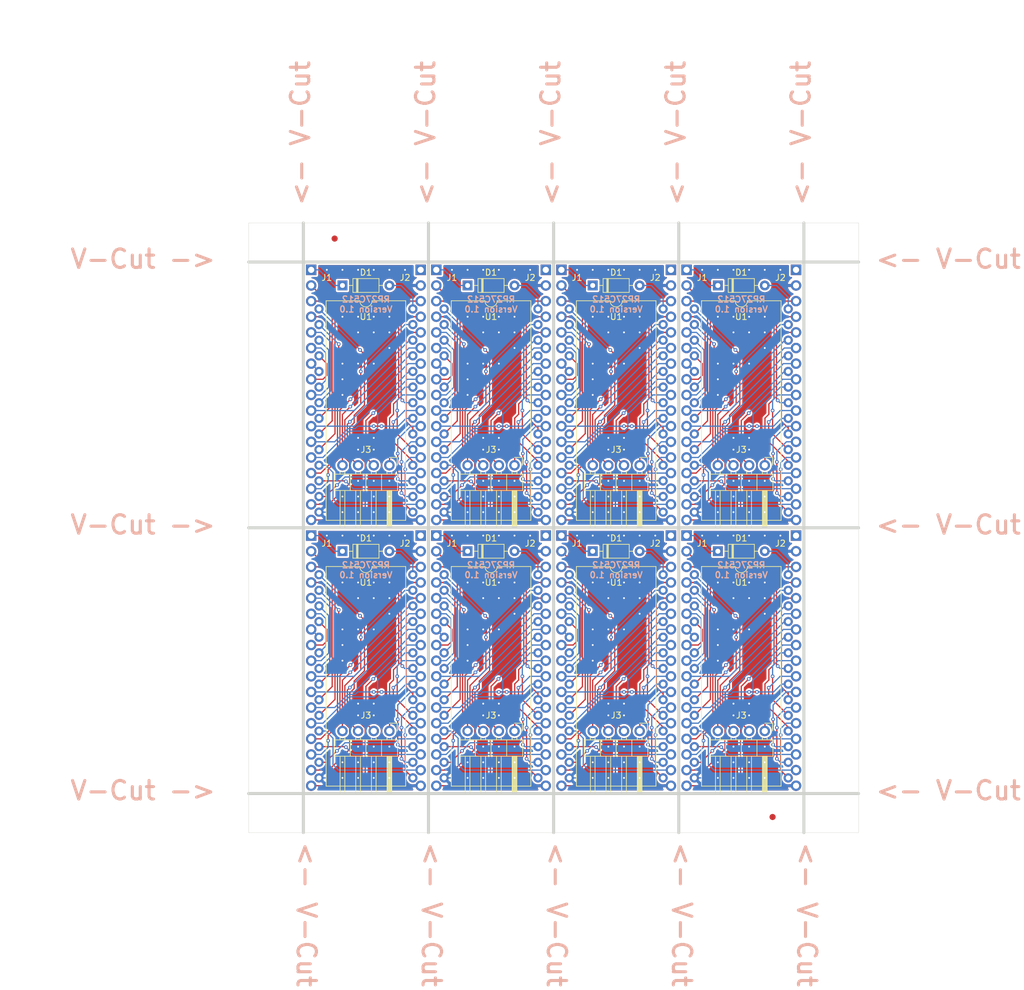
<source format=kicad_pcb>
(kicad_pcb (version 20240108) (generator "pcbnew") (generator_version "8.0")
  (layers (0 "F.Cu" signal) (31 "B.Cu" signal) (34 "B.Paste" user) (35 "F.Paste" user) (36 "B.SilkS" user "B.Silkscreen") (37 "F.SilkS" user "F.Silkscreen") (38 "B.Mask" user) (39 "F.Mask" user) (44 "Edge.Cuts" user))
  (net 0 "")
  (net 1 "+5V")
  (net 2 "Net-(D1-K)")
  (net 3 "Net-(J1-Pin_2)")
  (net 4 "Net-(J1-Pin_10)")
  (net 5 "Net-(J1-Pin_3)")
  (net 6 "Net-(J1-Pin_6)")
  (net 7 "Net-(J1-Pin_9)")
  (net 8 "Net-(J1-Pin_17)")
  (net 9 "Net-(J1-Pin_16)")
  (net 10 "Net-(J1-Pin_8)")
  (net 11 "Net-(J1-Pin_12)")
  (net 12 "Net-(J1-Pin_14)")
  (net 13 "Net-(J1-Pin_15)")
  (net 14 "Net-(J1-Pin_13)")
  (net 15 "Net-(J1-Pin_4)")
  (net 16 "Net-(J1-Pin_11)")
  (net 17 "Net-(J1-Pin_7)")
  (net 18 "Net-(J1-Pin_5)")
  (net 19 "Net-(J2-Pin_3)")
  (net 20 "Net-(J2-Pin_8)")
  (net 21 "Net-(J2-Pin_7)")
  (net 22 "Net-(J2-Pin_6)")
  (net 23 "Net-(J2-Pin_4)")
  (net 24 "Net-(J2-Pin_9)")
  (net 25 "Net-(J2-Pin_16)")
  (net 26 "GND")
  (net 27 "Net-(J2-Pin_12)")
  (net 28 "Net-(J2-Pin_15)")
  (net 29 "Net-(J2-Pin_11)")
  (net 30 "Net-(J2-Pin_5)")
  (net 31 "Net-(J2-Pin_14)")
  (net 32 "Net-(J2-Pin_10)")
  (net 33 "Net-(J2-Pin_13)")
  (net 34 "+3.3V")
  (footprint "Package_DIP:DIP-28_W15.24mm" (layer "F.Cu") (at 149.86 64.77)
    (property "Reference" "U1")
    (property "Value" "27C512")
  )
  (footprint "Diode_THT:D_DO-35_SOD27_P7.62mm_Horizontal" (layer "F.Cu") (at 92.71 60.96)
    (property "Reference" "D1")
    (property "Value" "1SS106")
  )
  (footprint "Connector_PinHeader_2.54mm:PinHeader_1x04_P2.54mm_Horizontal" (layer "F.Cu") (at 120.65 133.35 -90)
    (property "Reference" "J3")
    (property "Value" "Conn_01x04")
  )
  (footprint "Connector_PinHeader_2.54mm:PinHeader_1x04_P2.54mm_Horizontal" (layer "F.Cu") (at 100.33 90.17 -90)
    (property "Reference" "J3")
    (property "Value" "Conn_01x04")
  )
  (footprint "Fiducial:Fiducial_1mm_Mask3mm" (layer "F.Cu") (at 162.56 147.32)
    (property "Reference" "REF**" (hide yes))
    (property "Value" "Fiducial_1mm_Mask3mm")
  )
  (footprint "Connector_PinHeader_2.54mm:PinHeader_1x17_P2.54mm_Vertical" (layer "F.Cu") (at 107.95 58.42)
    (property "Reference" "J1")
    (property "Value" "Conn_01x17")
  )
  (footprint "Package_DIP:DIP-28_W15.24mm" (layer "F.Cu") (at 88.9 107.95)
    (property "Reference" "U1")
    (property "Value" "27C512")
  )
  (footprint "Connector_PinHeader_2.54mm:PinHeader_1x17_P2.54mm_Vertical" (layer "F.Cu") (at 105.41 58.42)
    (property "Reference" "J2")
    (property "Value" "Conn_01x17")
  )
  (footprint "Package_DIP:DIP-28_W15.24mm" (layer "F.Cu") (at 88.9 64.77)
    (property "Reference" "U1")
    (property "Value" "27C512")
  )
  (footprint "Diode_THT:D_DO-35_SOD27_P7.62mm_Horizontal" (layer "F.Cu") (at 113.03 104.14)
    (property "Reference" "D1")
    (property "Value" "1SS106")
  )
  (footprint "Connector_PinHeader_2.54mm:PinHeader_1x04_P2.54mm_Horizontal" (layer "F.Cu") (at 140.97 90.17 -90)
    (property "Reference" "J3")
    (property "Value" "Conn_01x04")
  )
  (footprint "Connector_PinHeader_2.54mm:PinHeader_1x17_P2.54mm_Vertical" (layer "F.Cu") (at 87.63 58.42)
    (property "Reference" "J1")
    (property "Value" "Conn_01x17")
  )
  (footprint "MountingHole:MountingHole_2.2mm_M2" (layer "F.Cu") (at 172.72 146.685)
    (property "Reference" "REF**" (hide yes))
    (property "Value" "MountingHole_2.2mm_M2")
  )
  (footprint "Diode_THT:D_DO-35_SOD27_P7.62mm_Horizontal" (layer "F.Cu") (at 133.35 104.14)
    (property "Reference" "D1")
    (property "Value" "1SS106")
  )
  (footprint "Connector_PinHeader_2.54mm:PinHeader_1x17_P2.54mm_Vertical" (layer "F.Cu") (at 125.73 101.6)
    (property "Reference" "J2")
    (property "Value" "Conn_01x17")
  )
  (footprint "Connector_PinHeader_2.54mm:PinHeader_1x04_P2.54mm_Horizontal" (layer "F.Cu") (at 140.97 133.35 -90)
    (property "Reference" "J3")
    (property "Value" "Conn_01x04")
  )
  (footprint "Package_DIP:DIP-28_W15.24mm" (layer "F.Cu") (at 109.22 107.95)
    (property "Reference" "U1")
    (property "Value" "27C512")
  )
  (footprint "Package_DIP:DIP-28_W15.24mm" (layer "F.Cu") (at 129.54 107.95)
    (property "Reference" "U1")
    (property "Value" "27C512")
  )
  (footprint "Fiducial:Fiducial_1mm_Mask3mm" (layer "F.Cu") (at 91.44 53.34)
    (property "Reference" "REF**" (hide yes))
    (property "Value" "Fiducial_1mm_Mask3mm")
  )
  (footprint "Connector_PinHeader_2.54mm:PinHeader_1x17_P2.54mm_Vertical" (layer "F.Cu") (at 166.37 101.6)
    (property "Reference" "J2")
    (property "Value" "Conn_01x17")
  )
  (footprint "Connector_PinHeader_2.54mm:PinHeader_1x17_P2.54mm_Vertical" (layer "F.Cu") (at 146.05 58.42)
    (property "Reference" "J2")
    (property "Value" "Conn_01x17")
  )
  (footprint "Connector_PinHeader_2.54mm:PinHeader_1x17_P2.54mm_Vertical" (layer "F.Cu") (at 125.73 58.42)
    (property "Reference" "J2")
    (property "Value" "Conn_01x17")
  )
  (footprint "Connector_PinHeader_2.54mm:PinHeader_1x17_P2.54mm_Vertical" (layer "F.Cu") (at 148.59 58.42)
    (property "Reference" "J1")
    (property "Value" "Conn_01x17")
  )
  (footprint "Connector_PinHeader_2.54mm:PinHeader_1x04_P2.54mm_Horizontal" (layer "F.Cu") (at 161.29 90.17 -90)
    (property "Reference" "J3")
    (property "Value" "Conn_01x04")
  )
  (footprint "Connector_PinHeader_2.54mm:PinHeader_1x17_P2.54mm_Vertical" (layer "F.Cu") (at 128.27 101.6)
    (property "Reference" "J1")
    (property "Value" "Conn_01x17")
  )
  (footprint "Connector_PinHeader_2.54mm:PinHeader_1x17_P2.54mm_Vertical" (layer "F.Cu") (at 166.37 58.42)
    (property "Reference" "J2")
    (property "Value" "Conn_01x17")
  )
  (footprint "Connector_PinHeader_2.54mm:PinHeader_1x17_P2.54mm_Vertical" (layer "F.Cu") (at 128.27 58.42)
    (property "Reference" "J1")
    (property "Value" "Conn_01x17")
  )
  (footprint "Diode_THT:D_DO-35_SOD27_P7.62mm_Horizontal" (layer "F.Cu") (at 92.71 104.14)
    (property "Reference" "D1")
    (property "Value" "1SS106")
  )
  (footprint "Package_DIP:DIP-28_W15.24mm" (layer "F.Cu") (at 129.54 64.77)
    (property "Reference" "U1")
    (property "Value" "27C512")
  )
  (footprint "MountingHole:MountingHole_2.2mm_M2" (layer "F.Cu") (at 81.28 146.685)
    (property "Reference" "REF**" (hide yes))
    (property "Value" "MountingHole_2.2mm_M2")
  )
  (footprint "Connector_PinHeader_2.54mm:PinHeader_1x17_P2.54mm_Vertical" (layer "F.Cu") (at 87.63 101.6)
    (property "Reference" "J1")
    (property "Value" "Conn_01x17")
  )
  (footprint "Connector_PinHeader_2.54mm:PinHeader_1x17_P2.54mm_Vertical" (layer "F.Cu") (at 146.05 101.6)
    (property "Reference" "J2")
    (property "Value" "Conn_01x17")
  )
  (footprint "Connector_PinHeader_2.54mm:PinHeader_1x04_P2.54mm_Horizontal" (layer "F.Cu") (at 100.33 133.35 -90)
    (property "Reference" "J3")
    (property "Value" "Conn_01x04")
  )
  (footprint "Connector_PinHeader_2.54mm:PinHeader_1x17_P2.54mm_Vertical" (layer "F.Cu") (at 148.59 101.6)
    (property "Reference" "J1")
    (property "Value" "Conn_01x17")
  )
  (footprint "MountingHole:MountingHole_2.2mm_M2" (layer "F.Cu") (at 172.72 53.975)
    (property "Reference" "REF**" (hide yes))
    (property "Value" "MountingHole_2.2mm_M2")
  )
  (footprint "Connector_PinHeader_2.54mm:PinHeader_1x04_P2.54mm_Horizontal" (layer "F.Cu") (at 120.65 90.17 -90)
    (property "Reference" "J3")
    (property "Value" "Conn_01x04")
  )
  (footprint "Connector_PinHeader_2.54mm:PinHeader_1x17_P2.54mm_Vertical" (layer "F.Cu") (at 107.95 101.6)
    (property "Reference" "J1")
    (property "Value" "Conn_01x17")
  )
  (footprint "Package_DIP:DIP-28_W15.24mm" (layer "F.Cu") (at 109.22 64.77)
    (property "Reference" "U1")
    (property "Value" "27C512")
  )
  (footprint "Diode_THT:D_DO-35_SOD27_P7.62mm_Horizontal" (layer "F.Cu") (at 153.67 60.96)
    (property "Reference" "D1")
    (property "Value" "1SS106")
  )
  (footprint "Diode_THT:D_DO-35_SOD27_P7.62mm_Horizontal" (layer "F.Cu") (at 113.03 60.96)
    (property "Reference" "D1")
    (property "Value" "1SS106")
  )
  (footprint "Diode_THT:D_DO-35_SOD27_P7.62mm_Horizontal" (layer "F.Cu") (at 153.67 104.14)
    (property "Reference" "D1")
    (property "Value" "1SS106")
  )
  (footprint "Connector_PinHeader_2.54mm:PinHeader_1x04_P2.54mm_Horizontal" (layer "F.Cu") (at 161.29 133.35 -90)
    (property "Reference" "J3")
    (property "Value" "Conn_01x04")
  )
  (footprint "Connector_PinHeader_2.54mm:PinHeader_1x17_P2.54mm_Vertical" (layer "F.Cu") (at 105.41 101.6)
    (property "Reference" "J2")
    (property "Value" "Conn_01x17")
  )
  (footprint "Package_DIP:DIP-28_W15.24mm" (layer "F.Cu") (at 149.86 107.95)
    (property "Reference" "U1")
    (property "Value" "27C512")
  )
  (footprint "MountingHole:MountingHole_2.2mm_M2" (layer "F.Cu") (at 81.28 53.975)
    (property "Reference" "REF**" (hide yes))
    (property "Value" "MountingHole_2.2mm_M2")
  )
  (footprint "Diode_THT:D_DO-35_SOD27_P7.62mm_Horizontal" (layer "F.Cu") (at 133.35 60.96)
    (property "Reference" "D1")
    (property "Value" "1SS106")
  )
  (gr_line (start 106.68 50.8) (end 106.68 149.86) (stroke (width 0.5)) (layer "Edge.Cuts"))
  (gr_line (start 77.47 100.33) (end 176.53 100.33) (stroke (width 0.5)) (layer "Edge.Cuts"))
  (gr_rect (start 77.47 50.8) (end 176.53 149.86) (stroke (width 0.05)) (fill none) (layer "Edge.Cuts"))
  (gr_line (start 77.47 143.51) (end 176.53 143.51) (stroke (width 0.5)) (layer "Edge.Cuts"))
  (gr_line (start 167.64 50.8) (end 167.64 149.86) (stroke (width 0.5)) (layer "Edge.Cuts"))
  (gr_line (start 127 50.8) (end 127 149.86) (stroke (width 0.5)) (layer "Edge.Cuts"))
  (gr_line (start 147.32 50.8) (end 147.32 149.86) (stroke (width 0.5)) (layer "Edge.Cuts"))
  (gr_line (start 77.47 57.15) (end 176.53 57.15) (stroke (width 0.5)) (layer "Edge.Cuts"))
  (gr_line (start 86.36 50.8) (end 86.36 149.86) (stroke (width 0.5)) (layer "Edge.Cuts"))
  (gr_text "RP27C512\nVersion 1.0" (at 116.84 65.405 0) (layer "B.SilkS") (effects (font (size 1 1) (thickness 0.2) (bold yes)) (justify bottom mirror)))
  (gr_text "<- V-Cut" (at 85.09 151.13 270) (layer "B.SilkS") (effects (font (size 3 3) (thickness 0.5) (bold yes)) (justify left bottom)))
  (gr_text "<- V-Cut" (at 125.73 151.13 270) (layer "B.SilkS") (effects (font (size 3 3) (thickness 0.5) (bold yes)) (justify left bottom)))
  (gr_text "RP27C512\nVersion 1.0" (at 157.48 65.405 0) (layer "B.SilkS") (effects (font (size 1 1) (thickness 0.2) (bold yes)) (justify bottom mirror)))
  (gr_text "V-Cut ->" (at 48.26 58.42 0) (layer "B.SilkS") (effects (font (size 3 3) (thickness 0.5) (bold yes)) (justify left bottom)))
  (gr_text "<- V-Cut" (at 166.37 151.13 270) (layer "B.SilkS") (effects (font (size 3 3) (thickness 0.5) (bold yes)) (justify left bottom)))
  (gr_text "<- V-Cut" (at 107.95 48.26 90) (layer "B.SilkS") (effects (font (size 3 3) (thickness 0.5) (bold yes)) (justify left bottom)))
  (gr_text "V-Cut ->" (at 48.26 101.6 0) (layer "B.SilkS") (effects (font (size 3 3) (thickness 0.5) (bold yes)) (justify left bottom)))
  (gr_text "<- V-Cut" (at 179.07 144.78 0) (layer "B.SilkS") (effects (font (size 3 3) (thickness 0.5) (bold yes)) (justify left bottom)))
  (gr_text "RP27C512\nVersion 1.0" (at 137.16 65.405 0) (layer "B.SilkS") (effects (font (size 1 1) (thickness 0.2) (bold yes)) (justify bottom mirror)))
  (gr_text "<- V-Cut" (at 128.27 48.26 90) (layer "B.SilkS") (effects (font (size 3 3) (thickness 0.5) (bold yes)) (justify left bottom)))
  (gr_text "<- V-Cut" (at 148.59 48.26 90) (layer "B.SilkS") (effects (font (size 3 3) (thickness 0.5) (bold yes)) (justify left bottom)))
  (gr_text "<- V-Cut" (at 146.05 151.13 270) (layer "B.SilkS") (effects (font (size 3 3) (thickness 0.5) (bold yes)) (justify left bottom)))
  (gr_text "RP27C512\nVersion 1.0" (at 96.52 65.405 0) (layer "B.SilkS") (effects (font (size 1 1) (thickness 0.2) (bold yes)) (justify bottom mirror)))
  (gr_text "RP27C512\nVersion 1.0" (at 137.16 108.585 0) (layer "B.SilkS") (effects (font (size 1 1) (thickness 0.2) (bold yes)) (justify bottom mirror)))
  (gr_text "RP27C512\nVersion 1.0" (at 157.48 108.585 0) (layer "B.SilkS") (effects (font (size 1 1) (thickness 0.2) (bold yes)) (justify bottom mirror)))
  (gr_text "RP27C512\nVersion 1.0" (at 116.84 108.585 0) (layer "B.SilkS") (effects (font (size 1 1) (thickness 0.2) (bold yes)) (justify bottom mirror)))
  (gr_text "<- V-Cut" (at 105.41 151.13 270) (layer "B.SilkS") (effects (font (size 3 3) (thickness 0.5) (bold yes)) (justify left bottom)))
  (gr_text "V-Cut ->" (at 48.26 144.78 0) (layer "B.SilkS") (effects (font (size 3 3) (thickness 0.5) (bold yes)) (justify left bottom)))
  (gr_text "RP27C512\nVersion 1.0" (at 96.52 108.585 0) (layer "B.SilkS") (effects (font (size 1 1) (thickness 0.2) (bold yes)) (justify bottom mirror)))
  (gr_text "<- V-Cut" (at 168.91 48.26 90) (layer "B.SilkS") (effects (font (size 3 3) (thickness 0.5) (bold yes)) (justify left bottom)))
  (gr_text "<- V-Cut" (at 179.07 58.42 0) (layer "B.SilkS") (effects (font (size 3 3) (thickness 0.5) (bold yes)) (justify left bottom)))
  (gr_text "<- V-Cut" (at 87.63 48.26 90) (layer "B.SilkS") (effects (font (size 3 3) (thickness 0.5) (bold yes)) (justify left bottom)))
  (gr_text "<- V-Cut" (at 179.07 101.6 0) (layer "B.SilkS") (effects (font (size 3 3) (thickness 0.5) (bold yes)) (justify left bottom)))
  (segment (start 104.14 107.95) (end 104.14 106.045) (width 0.2) (layer "B.Cu") (net 1))
  (segment (start 102.235 60.96) (end 100.33 60.96) (width 0.2) (layer "B.Cu") (net 1))
  (segment (start 124.46 106.045) (end 122.555 104.14) (width 0.2) (layer "B.Cu") (net 1))
  (segment (start 104.14 62.865) (end 102.235 60.96) (width 0.2) (layer "B.Cu") (net 1))
  (segment (start 144.78 62.865) (end 142.875 60.96) (width 0.2) (layer "B.Cu") (net 1))
  (segment (start 165.1 106.045) (end 163.195 104.14) (width 0.2) (layer "B.Cu") (net 1))
  (segment (start 104.14 64.77) (end 104.14 62.865) (width 0.2) (layer "B.Cu") (net 1))
  (segment (start 165.1 64.77) (end 165.1 62.865) (width 0.2) (layer "B.Cu") (net 1))
  (segment (start 163.195 60.96) (end 161.29 60.96) (width 0.2) (layer "B.Cu") (net 1))
  (segment (start 144.78 106.045) (end 142.875 104.14) (width 0.2) (layer "B.Cu") (net 1))
  (segment (start 122.555 60.96) (end 120.65 60.96) (width 0.2) (layer "B.Cu") (net 1))
  (segment (start 124.46 64.77) (end 124.46 62.865) (width 0.2) (layer "B.Cu") (net 1))
  (segment (start 144.78 64.77) (end 144.78 62.865) (width 0.2) (layer "B.Cu") (net 1))
  (segment (start 144.78 107.95) (end 144.78 106.045) (width 0.2) (layer "B.Cu") (net 1))
  (segment (start 122.555 104.14) (end 120.65 104.14) (width 0.2) (layer "B.Cu") (net 1))
  (segment (start 124.46 62.865) (end 122.555 60.96) (width 0.2) (layer "B.Cu") (net 1))
  (segment (start 165.1 62.865) (end 163.195 60.96) (width 0.2) (layer "B.Cu") (net 1))
  (segment (start 163.195 104.14) (end 161.29 104.14) (width 0.2) (layer "B.Cu") (net 1))
  (segment (start 104.14 106.045) (end 102.235 104.14) (width 0.2) (layer "B.Cu") (net 1))
  (segment (start 142.875 60.96) (end 140.97 60.96) (width 0.2) (layer "B.Cu") (net 1))
  (segment (start 142.875 104.14) (end 140.97 104.14) (width 0.2) (layer "B.Cu") (net 1))
  (segment (start 124.46 107.95) (end 124.46 106.045) (width 0.2) (layer "B.Cu") (net 1))
  (segment (start 165.1 107.95) (end 165.1 106.045) (width 0.2) (layer "B.Cu") (net 1))
  (segment (start 102.235 104.14) (end 100.33 104.14) (width 0.2) (layer "B.Cu") (net 1))
  (segment (start 113.03 60.96) (end 111.76 60.96) (width 0.2) (layer "B.Cu") (net 2))
  (segment (start 152.4 104.14) (end 149.86 101.6) (width 0.2) (layer "B.Cu") (net 2))
  (segment (start 113.03 104.14) (end 111.76 104.14) (width 0.2) (layer "B.Cu") (net 2))
  (segment (start 111.76 104.14) (end 109.22 101.6) (width 0.2) (layer "B.Cu") (net 2))
  (segment (start 129.54 101.6) (end 128.27 101.6) (width 0.2) (layer "B.Cu") (net 2))
  (segment (start 111.76 60.96) (end 109.22 58.42) (width 0.2) (layer "B.Cu") (net 2))
  (segment (start 153.67 60.96) (end 152.4 60.96) (width 0.2) (layer "B.Cu") (net 2))
  (segment (start 88.9 58.42) (end 87.63 58.42) (width 0.2) (layer "B.Cu") (net 2))
  (segment (start 152.4 60.96) (end 149.86 58.42) (width 0.2) (layer "B.Cu") (net 2))
  (segment (start 91.44 104.14) (end 88.9 101.6) (width 0.2) (layer "B.Cu") (net 2))
  (segment (start 91.44 60.96) (end 88.9 58.42) (width 0.2) (layer "B.Cu") (net 2))
  (segment (start 92.71 104.14) (end 91.44 104.14) (width 0.2) (layer "B.Cu") (net 2))
  (segment (start 109.22 58.42) (end 107.95 58.42) (width 0.2) (layer "B.Cu") (net 2))
  (segment (start 133.35 60.96) (end 132.08 60.96) (width 0.2) (layer "B.Cu") (net 2))
  (segment (start 132.08 60.96) (end 129.54 58.42) (width 0.2) (layer "B.Cu") (net 2))
  (segment (start 133.35 104.14) (end 132.08 104.14) (width 0.2) (layer "B.Cu") (net 2))
  (segment (start 129.54 58.42) (end 128.27 58.42) (width 0.2) (layer "B.Cu") (net 2))
  (segment (start 132.08 104.14) (end 129.54 101.6) (width 0.2) (layer "B.Cu") (net 2))
  (segment (start 88.9 101.6) (end 87.63 101.6) (width 0.2) (layer "B.Cu") (net 2))
  (segment (start 109.22 101.6) (end 107.95 101.6) (width 0.2) (layer "B.Cu") (net 2))
  (segment (start 153.67 104.14) (end 152.4 104.14) (width 0.2) (layer "B.Cu") (net 2))
  (segment (start 149.86 101.6) (end 148.59 101.6) (width 0.2) (layer "B.Cu") (net 2))
  (segment (start 92.71 60.96) (end 91.44 60.96) (width 0.2) (layer "B.Cu") (net 2))
  (segment (start 149.86 58.42) (end 148.59 58.42) (width 0.2) (layer "B.Cu") (net 2))
  (segment (start 88.9 87.63) (end 91.5 85.03) (width 0.2) (layer "F.Cu") (net 3))
  (segment (start 91.5 64.83) (end 87.63 60.96) (width 0.2) (layer "F.Cu") (net 3))
  (segment (start 111.82 128.21) (end 111.82 108.01) (width 0.2) (layer "F.Cu") (net 3))
  (segment (start 91.5 108.01) (end 87.63 104.14) (width 0.2) (layer "F.Cu") (net 3))
  (segment (start 149.86 87.63) (end 152.46 85.03) (width 0.2) (layer "F.Cu") (net 3))
  (segment (start 111.82 64.83) (end 107.95 60.96) (width 0.2) (layer "F.Cu") (net 3))
  (segment (start 132.14 108.01) (end 128.27 104.14) (width 0.2) (layer "F.Cu") (net 3))
  (segment (start 132.14 85.03) (end 132.14 64.83) (width 0.2) (layer "F.Cu") (net 3))
  (segment (start 132.14 64.83) (end 128.27 60.96) (width 0.2) (layer "F.Cu") (net 3))
  (segment (start 109.22 87.63) (end 111.82 85.03) (width 0.2) (layer "F.Cu") (net 3))
  (segment (start 91.5 85.03) (end 91.5 64.83) (width 0.2) (layer "F.Cu") (net 3))
  (segment (start 91.5 128.21) (end 91.5 108.01) (width 0.2) (layer "F.Cu") (net 3))
  (segment (start 109.22 130.81) (end 111.82 128.21) (width 0.2) (layer "F.Cu") (net 3))
  (segment (start 152.46 64.83) (end 148.59 60.96) (width 0.2) (layer "F.Cu") (net 3))
  (segment (start 152.46 108.01) (end 148.59 104.14) (width 0.2) (layer "F.Cu") (net 3))
  (segment (start 152.46 128.21) (end 152.46 108.01) (width 0.2) (layer "F.Cu") (net 3))
  (segment (start 149.86 130.81) (end 152.46 128.21) (width 0.2) (layer "F.Cu") (net 3))
  (segment (start 129.54 87.63) (end 132.14 85.03) (width 0.2) (layer "F.Cu") (net 3))
  (segment (start 111.82 85.03) (end 111.82 64.83) (width 0.2) (layer "F.Cu") (net 3))
  (segment (start 132.14 128.21) (end 132.14 108.01) (width 0.2) (layer "F.Cu") (net 3))
  (segment (start 152.46 85.03) (end 152.46 64.83) (width 0.2) (layer "F.Cu") (net 3))
  (segment (start 111.82 108.01) (end 107.95 104.14) (width 0.2) (layer "F.Cu") (net 3))
  (segment (start 88.9 130.81) (end 91.5 128.21) (width 0.2) (layer "F.Cu") (net 3))
  (segment (start 129.54 130.81) (end 132.14 128.21) (width 0.2) (layer "F.Cu") (net 3))
  (segment (start 144.145 115.57) (end 144.78 115.57) (width 0.2) (layer "B.Cu") (net 4))
  (segment (start 164.465 115.57) (end 165.1 115.57) (width 0.2) (layer "B.Cu") (net 4))
  (segment (start 88.7817 124.46) (end 88.7887 124.467) (width 0.2) (layer "B.Cu") (net 4))
  (segment (start 103.505 72.39) (end 104.14 72.39) (width 0.2) (layer "B.Cu") (net 4))
  (segment (start 88.7817 81.28) (end 88.7887 81.287) (width 0.2) (layer "B.Cu") (net 4))
  (segment (start 129.4287 124.467) (end 135.248 124.467) (width 0.2) (layer "B.Cu") (net 4))
  (segment (start 109.1087 124.467) (end 114.928 124.467) (width 0.2) (layer "B.Cu") (net 4))
  (segment (start 114.928 124.467) (end 123.825 115.57) (width 0.2) (layer "B.Cu") (net 4))
  (segment (start 149.7487 81.287) (end 155.568 81.287) (width 0.2) (layer "B.Cu") (net 4))
  (segment (start 107.95 124.46) (end 109.1017 124.46) (width 0.2) (layer "B.Cu") (net 4))
  (segment (start 94.608 124.467) (end 103.505 115.57) (width 0.2) (layer "B.Cu") (net 4))
  (segment (start 148.59 81.28) (end 149.7417 81.28) (width 0.2) (layer "B.Cu") (net 4))
  (segment (start 88.7887 81.287) (end 94.608 81.287) (width 0.2) (layer "B.Cu") (net 4))
  (segment (start 123.825 72.39) (end 124.46 72.39) (width 0.2) (layer "B.Cu") (net 4))
  (segment (start 88.7887 124.467) (end 94.608 124.467) (width 0.2) (layer "B.Cu") (net 4))
  (segment (start 148.59 124.46) (end 149.7417 124.46) (width 0.2) (layer "B.Cu") (net 4))
  (segment (start 123.825 115.57) (end 124.46 115.57) (width 0.2) (layer "B.Cu") (net 4))
  (segment (start 155.568 124.467) (end 164.465 115.57) (width 0.2) (layer "B.Cu") (net 4))
  (segment (start 128.27 124.46) (end 129.4217 124.46) (width 0.2) (layer "B.Cu") (net 4))
  (segment (start 155.568 81.287) (end 164.465 72.39) (width 0.2) (layer "B.Cu") (net 4))
  (segment (start 103.505 115.57) (end 104.14 115.57) (width 0.2) (layer "B.Cu") (net 4))
  (segment (start 87.63 124.46) (end 88.7817 124.46) (width 0.2) (layer "B.Cu") (net 4))
  (segment (start 87.63 81.28) (end 88.7817 81.28) (width 0.2) (layer "B.Cu") (net 4))
  (segment (start 149.7417 81.28) (end 149.7487 81.287) (width 0.2) (layer "B.Cu") (net 4))
  (segment (start 135.248 124.467) (end 144.145 115.57) (width 0.2) (layer "B.Cu") (net 4))
  (segment (start 144.145 72.39) (end 144.78 72.39) (width 0.2) (layer "B.Cu") (net 4))
  (segment (start 109.1017 81.28) (end 109.1087 81.287) (width 0.2) (layer "B.Cu") (net 4))
  (segment (start 164.465 72.39) (end 165.1 72.39) (width 0.2) (layer "B.Cu") (net 4))
  (segment (start 129.4287 81.287) (end 135.248 81.287) (width 0.2) (layer "B.Cu") (net 4))
  (segment (start 107.95 81.28) (end 109.1017 81.28) (width 0.2) (layer "B.Cu") (net 4))
  (segment (start 135.248 81.287) (end 144.145 72.39) (width 0.2) (layer "B.Cu") (net 4))
  (segment (start 129.4217 124.46) (end 129.4287 124.467) (width 0.2) (layer "B.Cu") (net 4))
  (segment (start 128.27 81.28) (end 129.4217 81.28) (width 0.2) (layer "B.Cu") (net 4))
  (segment (start 149.7487 124.467) (end 155.568 124.467) (width 0.2) (layer "B.Cu") (net 4))
  (segment (start 149.7417 124.46) (end 149.7487 124.467) (width 0.2) (layer "B.Cu") (net 4))
  (segment (start 109.1087 81.287) (end 114.928 81.287) (width 0.2) (layer "B.Cu") (net 4))
  (segment (start 94.608 81.287) (end 103.505 72.39) (width 0.2) (layer "B.Cu") (net 4))
  (segment (start 114.928 81.287) (end 123.825 72.39) (width 0.2) (layer "B.Cu") (net 4))
  (segment (start 129.4217 81.28) (end 129.4287 81.287) (width 0.2) (layer "B.Cu") (net 4))
  (segment (start 109.1017 124.46) (end 109.1087 124.467) (width 0.2) (layer "B.Cu") (net 4))
  (segment (start 89.535 63.5) (end 87.63 63.5) (width 0.2) (layer "F.Cu") (net 5))
  (segment (start 131.6729 126.1371) (end 131.68 126.13) (width 0.2) (layer "F.Cu") (net 5))
  (segment (start 111.36 65.005) (end 109.855 63.5) (width 0.2) (layer "F.Cu") (net 5))
  (segment (start 91.04 126.13) (end 91.04 108.185) (width 0.2) (layer "F.Cu") (net 5))
  (segment (start 150.495 106.68) (end 148.59 106.68) (width 0.2) (layer "F.Cu") (net 5))
  (segment (start 109.855 63.5) (end 107.95 63.5) (width 0.2) (layer "F.Cu") (net 5))
  (segment (start 152 65.005) (end 150.495 63.5) (width 0.2) (layer "F.Cu") (net 5))
  (segment (start 111.3529 82.9571) (end 111.36 82.95) (width 0.2) (layer "F.Cu") (net 5))
  (segment (start 149.86 85.09) (end 151.9929 82.9571) (width 0.2) (layer "F.Cu") (net 5))
  (segment (start 149.86 128.27) (end 151.9929 126.1371) (width 0.2) (layer "F.Cu") (net 5))
  (segment (start 91.0329 82.9571) (end 91.04 82.95) (width 0.2) (layer "F.Cu") (net 5))
  (segment (start 131.6729 82.9571) (end 131.68 82.95) (width 0.2) (layer "F.Cu") (net 5))
  (segment (start 111.3529 126.1371) (end 111.36 126.13) (width 0.2) (layer "F.Cu") (net 5))
  (segment (start 111.36 82.95) (end 111.36 65.005) (width 0.2) (layer "F.Cu") (net 5))
  (segment (start 131.68 126.13) (end 131.68 108.185) (width 0.2) (layer "F.Cu") (net 5))
  (segment (start 91.04 82.95) (end 91.04 65.005) (width 0.2) (layer "F.Cu") (net 5))
  (segment (start 131.68 65.005) (end 130.175 63.5) (width 0.2) (layer "F.Cu") (net 5))
  (segment (start 88.9 85.09) (end 91.0329 82.9571) (width 0.2) (layer "F.Cu") (net 5))
  (segment (start 91.04 65.005) (end 89.535 63.5) (width 0.2) (layer "F.Cu") (net 5))
  (segment (start 152 108.185) (end 150.495 106.68) (width 0.2) (layer "F.Cu") (net 5))
  (segment (start 152 82.95) (end 152 65.005) (width 0.2) (layer "F.Cu") (net 5))
  (segment (start 151.9929 82.9571) (end 152 82.95) (width 0.2) (layer "F.Cu") (net 5))
  (segment (start 129.54 85.09) (end 131.6729 82.9571) (width 0.2) (layer "F.Cu") (net 5))
  (segment (start 130.175 63.5) (end 128.27 63.5) (width 0.2) (layer "F.Cu") (net 5))
  (segment (start 150.495 63.5) (end 148.59 63.5) (width 0.2) (layer "F.Cu") (net 5))
  (segment (start 109.22 85.09) (end 111.3529 82.9571) (width 0.2) (layer "F.Cu") (net 5))
  (segment (start 131.68 82.95) (end 131.68 65.005) (width 0.2) (layer "F.Cu") (net 5))
  (segment (start 151.9929 126.1371) (end 152 126.13) (width 0.2) (layer "F.Cu") (net 5))
  (segment (start 89.535 106.68) (end 87.63 106.68) (width 0.2) (layer "F.Cu") (net 5))
  (segment (start 109.855 106.68) (end 107.95 106.68) (width 0.2) (layer "F.Cu") (net 5))
  (segment (start 109.22 128.27) (end 111.3529 126.1371) (width 0.2) (layer "F.Cu") (net 5))
  (segment (start 152 126.13) (end 152 108.185) (width 0.2) (layer "F.Cu") (net 5))
  (segment (start 91.04 108.185) (end 89.535 106.68) (width 0.2) (layer "F.Cu") (net 5))
  (segment (start 131.68 108.185) (end 130.175 106.68) (width 0.2) (layer "F.Cu") (net 5))
  (segment (start 111.36 126.13) (end 111.36 108.185) (width 0.2) (layer "F.Cu") (net 5))
  (segment (start 129.54 128.27) (end 131.6729 126.1371) (width 0.2) (layer "F.Cu") (net 5))
  (segment (start 111.36 108.185) (end 109.855 106.68) (width 0.2) (layer "F.Cu") (net 5))
  (segment (start 91.0329 126.1371) (end 91.04 126.13) (width 0.2) (layer "F.Cu") (net 5))
  (segment (start 130.175 106.68) (end 128.27 106.68) (width 0.2) (layer "F.Cu") (net 5))
  (segment (start 88.9 128.27) (end 91.0329 126.1371) (width 0.2) (layer "F.Cu") (net 5))
  (segment (start 129.8656 71.12) (end 128.27 71.12) (width 0.2) (layer "B.Cu") (net 6))
  (segment (start 109.5456 71.12) (end 107.95 71.12) (width 0.2) (layer "B.Cu") (net 6))
  (segment (start 150.1856 114.3) (end 148.59 114.3) (width 0.2) (layer "B.Cu") (net 6))
  (segment (start 129.8656 114.3) (end 128.27 114.3) (width 0.2) (layer "B.Cu") (net 6))
  (segment (start 88.9 120.65) (end 90.0225 119.5275) (width 0.2) (layer "B.Cu") (net 6))
  (segment (start 110.3425 71.9169) (end 109.5456 71.12) (width 0.2) (layer "B.Cu") (net 6))
  (segment (start 150.9825 119.5275) (end 150.9825 115.0969) (width 0.2) (layer "B.Cu") (net 6))
  (segment (start 88.9 77.47) (end 90.0225 76.3475) (width 0.2) (layer "B.Cu") (net 6))
  (segment (start 129.54 120.65) (end 130.6625 119.5275) (width 0.2) (layer "B.Cu") (net 6))
  (segment (start 129.54 77.47) (end 130.6625 76.3475) (width 0.2) (layer "B.Cu") (net 6))
  (segment (start 130.6625 76.3475) (end 130.6625 71.9169) (width 0.2) (layer "B.Cu") (net 6))
  (segment (start 150.1856 71.12) (end 148.59 71.12) (width 0.2) (layer "B.Cu") (net 6))
  (segment (start 90.0225 119.5275) (end 90.0225 115.0969) (width 0.2) (layer "B.Cu") (net 6))
  (segment (start 90.0225 76.3475) (end 90.0225 71.9169) (width 0.2) (layer "B.Cu") (net 6))
  (segment (start 130.6625 119.5275) (end 130.6625 115.0969) (width 0.2) (layer "B.Cu") (net 6))
  (segment (start 149.86 77.47) (end 150.9825 76.3475) (width 0.2) (layer "B.Cu") (net 6))
  (segment (start 109.5456 114.3) (end 107.95 114.3) (width 0.2) (layer "B.Cu") (net 6))
  (segment (start 130.6625 115.0969) (end 129.8656 114.3) (width 0.2) (layer "B.Cu") (net 6))
  (segment (start 130.6625 71.9169) (end 129.8656 71.12) (width 0.2) (layer "B.Cu") (net 6))
  (segment (start 150.9825 71.9169) (end 150.1856 71.12) (width 0.2) (layer "B.Cu") (net 6))
  (segment (start 110.3425 115.0969) (end 109.5456 114.3) (width 0.2) (layer "B.Cu") (net 6))
  (segment (start 89.2256 114.3) (end 87.63 114.3) (width 0.2) (layer "B.Cu") (net 6))
  (segment (start 150.9825 115.0969) (end 150.1856 114.3) (width 0.2) (layer "B.Cu") (net 6))
  (segment (start 90.0225 115.0969) (end 89.2256 114.3) (width 0.2) (layer "B.Cu") (net 6))
  (segment (start 109.22 77.47) (end 110.3425 76.3475) (width 0.2) (layer "B.Cu") (net 6))
  (segment (start 109.22 120.65) (end 110.3425 119.5275) (width 0.2) (layer "B.Cu") (net 6))
  (segment (start 90.0225 71.9169) (end 89.2256 71.12) (width 0.2) (layer "B.Cu") (net 6))
  (segment (start 149.86 120.65) (end 150.9825 119.5275) (width 0.2) (layer "B.Cu") (net 6))
  (segment (start 110.3425 119.5275) (end 110.3425 115.0969) (width 0.2) (layer "B.Cu") (net 6))
  (segment (start 89.2256 71.12) (end 87.63 71.12) (width 0.2) (layer "B.Cu") (net 6))
  (segment (start 110.3425 76.3475) (end 110.3425 71.9169) (width 0.2) (layer "B.Cu") (net 6))
  (segment (start 150.9825 76.3475) (end 150.9825 71.9169) (width 0.2) (layer "B.Cu") (net 6))
  (segment (start 90.4464 114.5764) (end 88.9 113.03) (width 0.2) (layer "B.Cu") (net 7))
  (segment (start 150.1946 121.92) (end 151.4064 120.7082) (width 0.2) (layer "B.Cu") (net 7))
  (segment (start 151.4064 71.3964) (end 149.86 69.85) (width 0.2) (layer "B.Cu") (net 7))
  (segment (start 110.7664 120.7082) (end 110.7664 114.5764) (width 0.2) (layer "B.Cu") (net 7))
  (segment (start 109.5546 121.92) (end 110.7664 120.7082) (width 0.2) (layer "B.Cu") (net 7))
  (segment (start 89.2346 121.92) (end 90.4464 120.7082) (width 0.2) (layer "B.Cu") (net 7))
  (segment (start 131.0864 77.5282) (end 131.0864 71.3964) (width 0.2) (layer "B.Cu") (net 7))
  (segment (start 128.27 121.92) (end 129.8746 121.92) (width 0.2) (layer "B.Cu") (net 7))
  (segment (start 151.4064 120.7082) (end 151.4064 114.5764) (width 0.2) (layer "B.Cu") (net 7))
  (segment (start 87.63 121.92) (end 89.2346 121.92) (width 0.2) (layer "B.Cu") (net 7))
  (segment (start 90.4464 120.7082) (end 90.4464 114.5764) (width 0.2) (layer "B.Cu") (net 7))
  (segment (start 150.1946 78.74) (end 151.4064 77.5282) (width 0.2) (layer "B.Cu") (net 7))
  (segment (start 109.5546 78.74) (end 110.7664 77.5282) (width 0.2) (layer "B.Cu") (net 7))
  (segment (start 89.2346 78.74) (end 90.4464 77.5282) (width 0.2) (layer "B.Cu") (net 7))
  (segment (start 128.27 78.74) (end 129.8746 78.74) (width 0.2) (layer "B.Cu") (net 7))
  (segment (start 110.7664 71.3964) (end 109.22 69.85) (width 0.2) (layer "B.Cu") (net 7))
  (segment (start 110.7664 114.5764) (end 109.22 113.03) (width 0.2) (layer "B.Cu") (net 7))
  (segment (start 129.8746 78.74) (end 131.0864 77.5282) (width 0.2) (layer "B.Cu") (net 7))
  (segment (start 107.95 121.92) (end 109.5546 121.92) (width 0.2) (layer "B.Cu") (net 7))
  (segment (start 148.59 121.92) (end 150.1946 121.92) (width 0.2) (layer "B.Cu") (net 7))
  (segment (start 151.4064 114.5764) (end 149.86 113.03) (width 0.2) (layer "B.Cu") (net 7))
  (segment (start 90.4464 71.3964) (end 88.9 69.85) (width 0.2) (layer "B.Cu") (net 7))
  (segment (start 151.4064 77.5282) (end 151.4064 71.3964) (width 0.2) (layer "B.Cu") (net 7))
  (segment (start 110.7664 77.5282) (end 110.7664 71.3964) (width 0.2) (layer "B.Cu") (net 7))
  (segment (start 131.0864 114.5764) (end 129.54 113.03) (width 0.2) (layer "B.Cu") (net 7))
  (segment (start 148.59 78.74) (end 150.1946 78.74) (width 0.2) (layer "B.Cu") (net 7))
  (segment (start 90.4464 77.5282) (end 90.4464 71.3964) (width 0.2) (layer "B.Cu") (net 7))
  (segment (start 131.0864 120.7082) (end 131.0864 114.5764) (width 0.2) (layer "B.Cu") (net 7))
  (segment (start 131.0864 71.3964) (end 129.54 69.85) (width 0.2) (layer "B.Cu") (net 7))
  (segment (start 107.95 78.74) (end 109.5546 78.74) (width 0.2) (layer "B.Cu") (net 7))
  (segment (start 87.63 78.74) (end 89.2346 78.74) (width 0.2) (layer "B.Cu") (net 7))
  (segment (start 129.8746 121.92) (end 131.0864 120.7082) (width 0.2) (layer "B.Cu") (net 7))
  (segment (start 115.57 99.06) (end 107.95 99.06) (width 0.2) (layer "F.Cu") (net 8))
  (segment (start 136.9237 80.378585) (end 135.255 82.047285) (width 0.2) (layer "F.Cu") (net 8))
  (segment (start 136.2075 114.6175) (end 136.9237 115.3337) (width 0.2) (layer "F.Cu") (net 8))
  (segment (start 94.615 126.432829) (end 93.9 127.147829) (width 0.2) (layer "F.Cu") (net 8))
  (segment (start 135.255 83.252829) (end 134.54 83.967829) (width 0.2) (layer "F.Cu") (net 8))
  (segment (start 93.9 83.967829) (end 93.9 87.193654) (width 0.2) (layer "F.Cu") (net 8))
  (segment (start 135.89 99.06) (end 128.27 99.06) (width 0.2) (layer "F.Cu") (net 8))
  (segment (start 157.2437 80.378585) (end 155.575 82.047285) (width 0.2) (layer "F.Cu") (net 8))
  (segment (start 156.21 99.06) (end 148.59 99.06) (width 0.2) (layer "F.Cu") (net 8))
  (segment (start 94.615 125.227285) (end 94.615 126.432829) (width 0.2) (layer "F.Cu") (net 8))
  (segment (start 95.25 142.24) (end 87.63 142.24) (width 0.2) (layer "F.Cu") (net 8))
  (segment (start 95.5675 71.4375) (end 96.2837 72.1537) (width 0.2) (layer "F.Cu") (net 8))
  (segment (start 156.5275 114.6175) (end 157.2437 115.3337) (width 0.2) (layer "F.Cu") (net 8))
  (segment (start 137.04 132.873654) (end 137.04 141.09) (width 0.2) (layer "F.Cu") (net 8))
  (segment (start 157.36 141.09) (end 156.21 142.24) (width 0.2) (layer "F.Cu") (net 8))
  (segment (start 114.935 126.432829) (end 114.22 127.147829) (width 0.2) (layer "F.Cu") (net 8))
  (segment (start 137.04 141.09) (end 135.89 142.24) (width 0.2) (layer "F.Cu") (net 8))
  (segment (start 95.25 99.06) (end 87.63 99.06) (width 0.2) (layer "F.Cu") (net 8))
  (segment (start 157.36 97.91) (end 156.21 99.06) (width 0.2) (layer "F.Cu") (net 8))
  (segment (start 115.8875 71.4375) (end 116.6037 72.1537) (width 0.2) (layer "F.Cu") (net 8))
  (segment (start 116.6037 123.558585) (end 114.935 125.227285) (width 0.2) (layer "F.Cu") (net 8))
  (segment (start 134.54 127.147829) (end 134.54 130.373654) (width 0.2) (layer "F.Cu") (net 8))
  (segment (start 135.89 142.24) (end 128.27 142.24) (width 0.2) (layer "F.Cu") (net 8))
  (segment (start 116.72 89.693654) (end 116.72 97.91) (width 0.2) (layer "F.Cu") (net 8))
  (segment (start 157.2437 123.558585) (end 155.575 125.227285) (width 0.2) (layer "F.Cu") (net 8))
  (segment (start 96.2837 115.3337) (end 96.2837 123.558585) (width 0.2) (layer "F.Cu") (net 8))
  (segment (start 155.575 82.047285) (end 155.575 83.252829) (width 0.2) (layer "F.Cu") (net 8))
  (segment (start 155.575 83.252829) (end 154.86 83.967829) (width 0.2) (layer "F.Cu") (net 8))
  (segment (start 114.22 130.373654) (end 116.72 132.873654) (width 0.2) (layer "F.Cu") (net 8))
  (segment (start 137.04 89.693654) (end 137.04 97.91) (width 0.2) (layer "F.Cu") (net 8))
  (segment (start 154.86 127.147829) (end 154.86 130.373654) (width 0.2) (layer "F.Cu") (net 8))
  (segment (start 136.9237 123.558585) (end 135.255 125.227285) (width 0.2) (layer "F.Cu") (net 8))
  (segment (start 157.36 132.873654) (end 157.36 141.09) (width 0.2) (layer "F.Cu") (net 8))
  (segment (start 134.54 83.967829) (end 134.54 87.193654) (width 0.2) (layer "F.Cu") (net 8))
  (segment (start 96.2837 123.558585) (end 94.615 125.227285) (width 0.2) (layer "F.Cu") (net 8))
  (segment (start 156.5275 71.4375) (end 157.2437 72.1537) (width 0.2) (layer "F.Cu") (net 8))
  (segment (start 116.6037 115.3337) (end 116.6037 123.558585) (width 0.2) (layer "F.Cu") (net 8))
  (segment (start 93.9 130.373654) (end 96.4 132.873654) (width 0.2) (layer "F.Cu") (net 8))
  (segment (start 114.935 82.047285) (end 114.935 83.252829) (width 0.2) (layer "F.Cu") (net 8))
  (segment (start 116.6037 80.378585) (end 114.935 82.047285) (width 0.2) (layer "F.Cu") (net 8))
  (segment (start 114.22 87.193654) (end 116.72 89.693654) (width 0.2) (layer "F.Cu") (net 8))
  (segment (start 96.4 141.09) (end 95.25 142.24) (width 0.2) (layer "F.Cu") (net 8))
  (segment (start 135.255 82.047285) (end 135.255 83.252829) (width 0.2) (layer "F.Cu") (net 8))
  (segment (start 154.86 87.193654) (end 157.36 89.693654) (width 0.2) (layer "F.Cu") (net 8))
  (segment (start 154.86 130.373654) (end 157.36 132.873654) (width 0.2) (layer "F.Cu") (net 8))
  (segment (start 157.2437 115.3337) (end 157.2437 123.558585) (width 0.2) (layer "F.Cu") (net 8))
  (segment (start 116.72 141.09) (end 115.57 142.24) (width 0.2) (layer "F.Cu") (net 8))
  (segment (start 114.22 127.147829) (end 114.22 130.373654) (width 0.2) (layer "F.Cu") (net 8))
  (segment (start 93.9 87.193654) (end 96.4 89.693654) (width 0.2) (layer "F.Cu") (net 8))
  (segment (start 96.4 89.693654) (end 96.4 97.91) (width 0.2) (layer "F.Cu") (net 8))
  (segment (start 94.615 83.252829) (end 93.9 83.967829) (width 0.2) (layer "F.Cu") (net 8))
  (segment (start 114.935 83.252829) (end 114.22 83.967829) (width 0.2) (layer "F.Cu") (net 8))
  (segment (start 115.57 142.24) (end 107.95 142.24) (width 0.2) (layer "F.Cu") (net 8))
  (segment (start 96.2837 72.1537) (end 96.2837 80.378585) (width 0.2) (layer "F.Cu") (net 8))
  (segment (start 96.2837 80.378585) (end 94.615 82.047285) (width 0.2) (layer "F.Cu") (net 8))
  (segment (start 154.86 83.967829) (end 154.86 87.193654) (width 0.2) (layer "F.Cu") (net 8))
  (segment (start 136.9237 72.1537) (end 136.9237 80.378585) (width 0.2) (layer "F.Cu") (net 8))
  (segment (start 134.54 130.373654) (end 137.04 132.873654) (width 0.2) (layer "F.Cu") (net 8))
  (segment (start 157.2437 72.1537) (end 157.2437 80.378585) (width 0.2) (layer "F.Cu") (net 8))
  (segment (start 135.255 126.432829) (end 134.54 127.147829) (width 0.2) (layer "F.Cu") (net 8))
  (segment (start 94.615 82.047285) (end 94.615 83.252829) (width 0.2) (layer "F.Cu") (net 8))
  (segment (start 156.21 142.24) (end 148.59 142.24) (width 0.2) (layer "F.Cu") (net 8))
  (segment (start 157.36 89.693654) (end 157.36 97.91) (width 0.2) (layer "F.Cu") (net 8))
  (segment (start 136.9237 115.3337) (end 136.9237 123.558585) (width 0.2) (layer "F.Cu") (net 8))
  (segment (start 155.575 126.432829) (end 154.86 127.147829) (width 0.2) (layer "F.Cu") (net 8))
  (segment (start 114.935 125.227285) (end 114.935 126.432829) (width 0.2) (layer "F.Cu") (net 8))
  (segment (start 93.9 127.147829) (end 93.9 130.373654) (width 0.2) (layer "F.Cu") (net 8))
  (segment (start 116.72 97.91) (end 115.57 99.06) (width 0.2) (layer "F.Cu") (net 8))
  (segment (start 136.2075 71.4375) (end 136.9237 72.1537) (width 0.2) (layer "F.Cu") (net 8))
  (segment (start 137.04 97.91) (end 135.89 99.06) (width 0.2) (layer "F.Cu") (net 8))
  (segment (start 134.54 87.193654) (end 137.04 89.693654) (width 0.2) (layer "F.Cu") (net 8))
  (segment (start 114.22 83.967829) (end 114.22 87.193654) (width 0.2) (layer "F.Cu") (net 8))
  (segment (start 155.575 125.227285) (end 155.575 126.432829) (width 0.2) (layer "F.Cu") (net 8))
  (segment (start 115.8875 114.6175) (end 116.6037 115.3337) (width 0.2) (layer "F.Cu") (net 8))
  (segment (start 116.72 132.873654) (end 116.72 141.09) (width 0.2) (layer "F.Cu") (net 8))
  (segment (start 116.6037 72.1537) (end 116.6037 80.378585) (width 0.2) (layer "F.Cu") (net 8))
  (segment (start 96.4 97.91) (end 95.25 99.06) (width 0.2) (layer "F.Cu") (net 8))
  (segment (start 135.255 125.227285) (end 135.255 126.432829) (width 0.2) (layer "F.Cu") (net 8))
  (segment (start 96.4 132.873654) (end 96.4 141.09) (width 0.2) (layer "F.Cu") (net 8))
  (segment (start 95.5675 114.6175) (end 96.2837 115.3337) (width 0.2) (layer "F.Cu") (net 8))
  (via (at 95.5675 71.4375) (size 0.6) (drill 0.3) (layers "F.Cu" "B.Cu") (net 8))
  (via (at 156.5275 114.6175) (size 0.6) (drill 0.3) (layers "F.Cu" "B.Cu") (net 8))
  (via (at 115.8875 114.6175) (size 0.6) (drill 0.3) (layers "F.Cu" "B.Cu") (net 8))
  (via (at 95.5675 114.6175) (size 0.6) (drill 0.3) (layers "F.Cu" "B.Cu") (net 8))
  (via (at 156.5275 71.4375) (size 0.6) (drill 0.3) (layers "F.Cu" "B.Cu") (net 8))
  (via (at 115.8875 71.4375) (size 0.6) (drill 0.3) (layers "F.Cu" "B.Cu") (net 8))
  (via (at 136.2075 71.4375) (size 0.6) (drill 0.3) (layers "F.Cu" "B.Cu") (net 8))
  (via (at 136.2075 114.6175) (size 0.6) (drill 0.3) (layers "F.Cu" "B.Cu") (net 8))
  (segment (start 136.2075 114.6175) (end 129.54 107.95) (width 0.2) (layer "B.Cu") (net 8))
  (segment (start 156.5275 114.6175) (end 149.86 107.95) (width 0.2) (layer "B.Cu") (net 8))
  (segment (start 115.8875 71.4375) (end 109.22 64.77) (width 0.2) (layer "B.Cu") (net 8))
  (segment (start 95.5675 114.6175) (end 88.9 107.95) (width 0.2) (layer "B.Cu") (net 8))
  (segment (start 156.5275 71.4375) (end 149.86 64.77) (width 0.2) (layer "B.Cu") (net 8))
  (segment (start 95.5675 71.4375) (end 88.9 64.77) (width 0.2) (layer "B.Cu") (net 8))
  (segment (start 115.8875 114.6175) (end 109.22 107.95) (width 0.2) (layer "B.Cu") (net 8))
  (segment (start 136.2075 71.4375) (end 129.54 64.77) (width 0.2) (layer "B.Cu") (net 8))
  (segment (start 131.1275 139.7) (end 128.27 139.7) (width 0.2) (layer "F.Cu") (net 9))
  (segment (start 114.18735 89.701004) (end 114.18735 93.14015) (width 0.2) (layer "F.Cu") (net 9))
  (segment (start 133.74 88.933654) (end 134.50735 89.701004) (width 0.2) (layer "F.Cu") (net 9))
  (segment (start 90.4875 139.7) (end 87.63 139.7) (width 0.2) (layer "F.Cu") (net 9))
  (segment (start 113.42 125.975) (end 113.42 132.113654) (width 0.2) (layer "F.Cu") (net 9))
  (segment (start 133.74 82.795) (end 133.74 88.933654) (width 0.2) (layer "F.Cu") (net 9))
  (segment (start 156.6437 74.93) (end 156.6437 80.2113) (width 0.2) (layer "F.Cu") (net 9))
  (segment (start 131.1275 96.52) (end 128.27 96.52) (width 0.2) (layer "F.Cu") (net 9))
  (segment (start 110.8075 96.52) (end 107.95 96.52) (width 0.2) (layer "F.Cu") (net 9))
  (segment (start 154.82735 132.881004) (end 154.82735 136.32015) (width 0.2) (layer "F.Cu") (net 9))
  (segment (start 154.06 132.113654) (end 154.82735 132.881004) (width 0.2) (layer "F.Cu") (net 9))
  (segment (start 133.74 132.113654) (end 134.50735 132.881004) (width 0.2) (layer "F.Cu") (net 9))
  (segment (start 110.8075 139.7) (end 107.95 139.7) (width 0.2) (layer "F.Cu") (net 9))
  (segment (start 95.6837 80.2113) (end 93.1 82.795) (width 0.2) (layer "F.Cu") (net 9))
  (segment (start 113.42 82.795) (end 113.42 88.933654) (width 0.2) (layer "F.Cu") (net 9))
  (segment (start 154.06 88.933654) (end 154.82735 89.701004) (width 0.2) (layer "F.Cu") (net 9))
  (segment (start 154.82735 89.701004) (end 154.82735 93.14015) (width 0.2) (layer "F.Cu") (net 9))
  (segment (start 95.6837 74.93) (end 95.6837 80.2113) (width 0.2) (layer "F.Cu") (net 9))
  (segment (start 116.0037 123.3913) (end 113.42 125.975) (width 0.2) (layer "F.Cu") (net 9))
  (segment (start 156.6437 118.11) (end 156.6437 123.3913) (width 0.2) (layer "F.Cu") (net 9))
  (segment (start 133.74 125.975) (end 133.74 132.113654) (width 0.2) (layer "F.Cu") (net 9))
  (segment (start 95.6837 123.3913) (end 93.1 125.975) (width 0.2) (layer "F.Cu") (net 9))
  (segment (start 154.06 125.975) (end 154.06 132.113654) (width 0.2) (layer "F.Cu") (net 9))
  (segment (start 156.6437 80.2113) (end 154.06 82.795) (width 0.2) (layer "F.Cu") (net 9))
  (segment (start 93.86735 93.14015) (end 90.4875 96.52) (width 0.2) (layer "F.Cu") (net 9))
  (segment (start 156.6437 123.3913) (end 154.06 125.975) (width 0.2) (layer "F.Cu") (net 9))
  (segment (start 136.3237 80.2113) (end 133.74 82.795) (width 0.2) (layer "F.Cu") (net 9))
  (segment (start 134.50735 132.881004) (end 134.50735 136.32015) (width 0.2) (layer "F.Cu") (net 9))
  (segment (start 136.3237 118.11) (end 136.3237 123.3913) (width 0.2) (layer "F.Cu") (net 9))
  (segment (start 134.50735 93.14015) (end 131.1275 96.52) (width 0.2) (layer "F.Cu") (net 9))
  (segment (start 116.0037 74.93) (end 116.0037 80.2113) (width 0.2) (layer "F.Cu") (net 9))
  (segment (start 114.18735 132.881004) (end 114.18735 136.32015) (width 0.2) (layer "F.Cu") (net 9))
  (segment (start 95.6837 118.11) (end 95.6837 123.3913) (width 0.2) (layer "F.Cu") (net 9))
  (segment (start 134.50735 89.701004) (end 134.50735 93.14015) (width 0.2) (layer "F.Cu") (net 9))
  (segment (start 93.86735 136.32015) (end 90.4875 139.7) (width 0.2) (layer "F.Cu") (net 9))
  (segment (start 90.4875 96.52) (end 87.63 96.52) (width 0.2) (layer "F.Cu") (net 9))
  (segment (start 136.3237 74.93) (end 136.3237 80.2113) (width 0.2) (layer "F.Cu") (net 9))
  (segment (start 154.82735 93.14015) (end 151.4475 96.52) (width 0.2) (layer "F.Cu") (net 9))
  (segment (start 93.1 82.795) (end 93.1 88.933654) (width 0.2) (layer "F.Cu") (net 9))
  (segment (start 93.86735 89.701004) (end 93.86735 93.14015) (width 0.2) (layer "F.Cu") (net 9))
  (segment (start 114.18735 136.32015) (end 110.8075 139.7) (width 0.2) (layer "F.Cu") (net 9))
  (segment (start 154.82735 136.32015) (end 151.4475 139.7) (width 0.2) (layer "F.Cu") (net 9))
  (segment (start 134.50735 136.32015) (end 131.1275 139.7) (width 0.2) (layer "F.Cu") (net 9))
  (segment (start 116.0037 118.11) (end 116.0037 123.3913) (width 0.2) (layer "F.Cu") (net 9))
  (segment (start 93.1 88.933654) (end 93.86735 89.701004) (width 0.2) (layer "F.Cu") (net 9))
  (segment (start 93.1 125.975) (end 93.1 132.113654) (width 0.2) (layer "F.Cu") (net 9))
  (segment (start 93.1 132.113654) (end 93.86735 132.881004) (width 0.2) (layer "F.Cu") (net 9))
  (segment (start 154.06 82.795) (end 154.06 88.933654) (width 0.2) (layer "F.Cu") (net 9))
  (segment (start 136.3237 123.3913) (end 133.74 125.975) (width 0.2) (layer "F.Cu") (net 9))
  (segment (start 116.0037 80.2113) (end 113.42 82.795) (width 0.2) (layer "F.Cu") (net 9))
  (segment (start 113.42 132.113654) (end 114.18735 132.881004) (width 0.2) (layer "F.Cu") (net 9))
  (segment (start 151.4475 96.52) (end 148.59 96.52) (width 0.2) (layer "F.Cu") (net 9))
  (segment (start 114.18735 93.14015) (end 110.8075 96.52) (width 0.2) (layer "F.Cu") (net 9))
  (segment (start 151.4475 139.7) (end 148.59 139.7) (width 0.2) (layer "F.Cu") (net 9))
  (segment (start 113.42 88.933654) (end 114.18735 89.701004) (width 0.2) (layer "F.Cu") (net 9))
  (segment (start 93.86735 132.881004) (end 93.86735 136.32015) (width 0.2) (layer "F.Cu") (net 9))
  (via (at 136.3237 74.93) (size 0.6) (drill 0.3) (layers "F.Cu" "B.Cu") (net 9))
  (via (at 136.3237 118.11) (size 0.6) (drill 0.3) (layers "F.Cu" "B.Cu") (net 9))
  (via (at 156.6437 74.93) (size 0.6) (drill 0.3) (layers "F.Cu" "B.Cu") (net 9))
  (via (at 95.6837 74.93) (size 0.6) (drill 0.3) (layers "F.Cu" "B.Cu") (net 9))
  (via (at 116.0037 118.11) (size 0.6) (drill 0.3) (layers "F.Cu" "B.Cu") (net 9))
  (via (at 95.6837 118.11) (size 0.6) (drill 0.3) (layers "F.Cu" "B.Cu") (net 9))
  (via (at 156.6437 118.11) (size 0.6) (drill 0.3) (layers "F.Cu" "B.Cu") (net 9))
  (via (at 116.0037 74.93) (size 0.6) (drill 0.3) (layers "F.Cu" "B.Cu") (net 9))
  (segment (start 116.0037 118.11) (end 116.0037 117.6763) (width 0.2) (layer "B.Cu") (net 9))
  (segment (start 95.6837 74.93) (end 95.6837 74.4963) (width 0.2) (layer "B.Cu") (net 9))
  (segment (start 163.83 67.31) (end 165.1 67.31) (width 0.2) (layer "B.Cu") (net 9))
  (segment (start 116.0037 74.4963) (end 123.19 67.31) (width 0.2) (layer "B.Cu") (net 9))
  (segment (start 102.87 110.49) (end 104.14 110.49) (width 0.2) (layer "B.Cu") (net 9))
  (segment (start 116.0037 74.93) (end 116.0037 74.4963) (width 0.2) (layer "B.Cu") (net 9))
  (segment (start 116.0037 117.6763) (end 123.19 110.49) (width 0.2) (layer "B.Cu") (net 9))
  (segment (start 102.87 67.31) (end 104.14 67.31) (width 0.2) (layer "B.Cu") (net 9))
  (segment (start 143.51 67.31) (end 144.78 67.31) (width 0.2) (layer "B.Cu") (net 9))
  (segment (start 143.51 110.49) (end 144.78 110.49) (width 0.2) (layer "B.Cu") (net 9))
  (segment (start 136.3237 74.93) (end 136.3237 74.4963) (width 0.2) (layer "B.Cu") (net 9))
  (segment (start 123.19 67.31) (end 124.46 67.31) (width 0.2) (layer "B.Cu") (net 9))
  (segment (start 156.6437 74.93) (end 156.6437 74.4963) (width 0.2) (layer "B.Cu") (net 9))
  (segment (start 156.6437 74.4963) (end 163.83 67.31) (width 0.2) (layer "B.Cu") (net 9))
  (segment (start 156.6437 117.6763) (end 163.83 110.49) (width 0.2) (layer "B.Cu") (net 9))
  (segment (start 136.3237 118.11) (end 136.3237 117.6763) (width 0.2) (layer "B.Cu") (net 9))
  (segment (start 95.6837 117.6763) (end 102.87 110.49) (width 0.2) (layer "B.Cu") (net 9))
  (segment (start 136.3237 74.4963) (end 143.51 67.31) (width 0.2) (layer "B.Cu") (net 9))
  (segment (start 95.6837 74.4963) (end 102.87 67.31) (width 0.2) (layer "B.Cu") (net 9))
  (segment (start 136.3237 117.6763) (end 143.51 110.49) (width 0.2) (layer "B.Cu") (net 9))
  (segment (start 123.19 110.49) (end 124.46 110.49) (width 0.2) (layer "B.Cu") (net 9))
  (segment (start 163.83 110.49) (end 165.1 110.49) (width 0.2) (layer "B.Cu") (net 9))
  (segment (start 95.6837 118.11) (end 95.6837 117.6763) (width 0.2) (layer "B.Cu") (net 9))
  (segment (start 156.6437 118.11) (end 156.6437 117.6763) (width 0.2) (layer "B.Cu") (net 9))
  (segment (start 130.81 73.66) (end 130.81 75.565) (width 0.2) (layer "F.Cu") (net 10))
  (segment (start 150.495 119.38) (end 148.59 119.38) (width 0.2) (layer "F.Cu") (net 10))
  (segment (start 88.9 72.39) (end 90.17 73.66) (width 0.2) (layer "F.Cu") (net 10))
  (segment (start 110.49 73.66) (end 110.49 75.565) (width 0.2) (layer "F.Cu") (net 10))
  (segment (start 88.9 115.57) (end 90.17 116.84) (width 0.2) (layer "F.Cu") (net 10))
  (segment (start 151.13 73.66) (end 151.13 75.565) (width 0.2) (layer "F.Cu") (net 10))
  (segment (start 90.17 75.565) (end 89.535 76.2) (width 0.2) (layer "F.Cu") (net 10))
  (segment (start 129.54 115.57) (end 130.81 116.84) (width 0.2) (layer "F.Cu") (net 10))
  (segment (start 150.495 76.2) (end 148.59 76.2) (width 0.2) (layer "F.Cu") (net 10))
  (segment (start 109.22 115.57) (end 110.49 116.84) (width 0.2) (layer "F.Cu") (net 10))
  (segment (start 130.81 75.565) (end 130.175 76.2) (width 0.2) (layer "F.Cu") (net 10))
  (segment (start 110.49 118.745) (end 109.855 119.38) (width 0.2) (layer "F.Cu") (net 10))
  (segment (start 110.49 116.84) (end 110.49 118.745) (width 0.2) (layer "F.Cu") (net 10))
  (segment (start 109.22 72.39) (end 110.49 73.66) (width 0.2) (layer "F.Cu") (net 10))
  (segment (start 89.535 76.2) (end 87.63 76.2) (width 0.2) (layer "F.Cu") (net 10))
  (segment (start 130.81 116.84) (end 130.81 118.745) (width 0.2) (layer "F.Cu") (net 10))
  (segment (start 149.86 72.39) (end 151.13 73.66) (width 0.2) (layer "F.Cu") (net 10))
  (segment (start 130.175 76.2) (end 128.27 76.2) (width 0.2) (layer "F.Cu") (net 10))
  (segment (start 151.13 116.84) (end 151.13 118.745) (width 0.2) (layer "F.Cu") (net 10))
  (segment (start 90.17 118.745) (end 89.535 119.38) (width 0.2) (layer "F.Cu") (net 10))
  (segment (start 151.13 75.565) (end 150.495 76.2) (width 0.2) (layer "F.Cu") (net 10))
  (segment (start 129.54 72.39) (end 130.81 73.66) (width 0.2) (layer "F.Cu") (net 10))
  (segment (start 151.13 118.745) (end 150.495 119.38) (width 0.2) (layer "F.Cu") (net 10))
  (segment (start 89.535 119.38) (end 87.63 119.38) (width 0.2) (layer "F.Cu") (net 10))
  (segment (start 130.81 118.745) (end 130.175 119.38) (width 0.2) (layer "F.Cu") (net 10))
  (segment (start 149.86 115.57) (end 151.13 116.84) (width 0.2) (layer "F.Cu") (net 10))
  (segment (start 130.175 119.38) (end 128.27 119.38) (width 0.2) (layer "F.Cu") (net 10))
  (segment (start 109.855 119.38) (end 107.95 119.38) (width 0.2) (layer "F.Cu") (net 10))
  (segment (start 110.49 75.565) (end 109.855 76.2) (width 0.2) (layer "F.Cu") (net 10))
  (segment (start 90.17 73.66) (end 90.17 75.565) (width 0.2) (layer "F.Cu") (net 10))
  (segment (start 109.855 76.2) (end 107.95 76.2) (width 0.2) (layer "F.Cu") (net 10))
  (segment (start 90.17 116.84) (end 90.17 118.745) (width 0.2) (layer "F.Cu") (net 10))
  (segment (start 97.79 83.82) (end 99.06 83.82) (width 0.2) (layer "F.Cu") (net 11))
  (segment (start 97.79 127) (end 99.06 127) (width 0.2) (layer "F.Cu") (net 11))
  (segment (start 138.43 83.82) (end 139.7 83.82) (width 0.2) (layer "F.Cu") (net 11))
  (segment (start 118.11 83.82) (end 119.38 83.82) (width 0.2) (layer "F.Cu") (net 11))
  (segment (start 118.11 127) (end 119.38 127) (width 0.2) (layer "F.Cu") (net 11))
  (segment (start 138.43 127) (end 139.7 127) (width 0.2) (layer "F.Cu") (net 11))
  (segment (start 158.75 83.82) (end 160.02 83.82) (width 0.2) (layer "F.Cu") (net 11))
  (segment (start 158.75 127) (end 160.02 127) (width 0.2) (layer "F.Cu") (net 11))
  (via (at 138.43 127) (size 0.6) (drill 0.3) (layers "F.Cu" "B.Cu") (net 11))
  (via (at 160.02 83.82) (size 0.6) (drill 0.3) (layers "F.Cu" "B.Cu") (net 11))
  (via (at 97.79 83.82) (size 0.6) (drill 0.3) (layers "F.Cu" "B.Cu") (net 11))
  (via (at 97.79 127) (size 0.6) (drill 0.3) (layers "F.Cu" "B.Cu") (net 11))
  (via (at 119.38 83.82) (size 0.6) (drill 0.3) (layers "F.Cu" "B.Cu") (net 11))
  (via (at 158.75 127) (size 0.6) (drill 0.3) (layers "F.Cu" "B.Cu") (net 11))
  (via (at 118.11 127) (size 0.6) (drill 0.3) (layers "F.Cu" "B.Cu") (net 11))
  (via (at 99.06 127) (size 0.6) (drill 0.3) (layers "F.Cu" "B.Cu") (net 11))
  (via (at 158.75 83.82) (size 0.6) (drill 0.3) (layers "F.Cu" "B.Cu") (net 11))
  (via (at 99.06 83.82) (size 0.6) (drill 0.3) (layers "F.Cu" "B.Cu") (net 11))
  (via (at 138.43 83.82) (size 0.6) (drill 0.3) (layers "F.Cu" "B.Cu") (net 11))
  (via (at 139.7 127) (size 0.6) (drill 0.3) (layers "F.Cu" "B.Cu") (net 11))
  (via (at 119.38 127) (size 0.6) (drill 0.3) (layers "F.Cu" "B.Cu") (net 11))
  (via (at 139.7 83.82) (size 0.6) (drill 0.3) (layers "F.Cu" "B.Cu") (net 11))
  (via (at 118.11 83.82) (size 0.6) (drill 0.3) (layers "F.Cu" "B.Cu") (net 11))
  (via (at 160.02 127) (size 0.6) (drill 0.3) (layers "F.Cu" "B.Cu") (net 11))
  (segment (start 91.44 86.36) (end 87.63 86.36) (width 0.2) (layer "B.Cu") (net 11))
  (segment (start 95.180686 83.82) (end 94.780686 84.22) (width 0.2) (layer "B.Cu") (net 11))
  (segment (start 123.3583 82.55) (end 124.46 82.55) (width 0.2) (layer "B.Cu") (net 11))
  (segment (start 156.140686 127) (end 155.740686 127.4) (width 0.2) (layer "B.Cu") (net 11))
  (segment (start 139.7 83.82) (end 142.4083 83.82) (width 0.2) (layer "B.Cu") (net 11))
  (segment (start 142.4083 127) (end 143.6783 125.73) (width 0.2) (layer "B.Cu") (net 11))
  (segment (start 115.500686 83.82) (end 115.100686 84.22) (width 0.2) (layer "B.Cu") (net 11))
  (segment (start 123.3583 125.73) (end 124.46 125.73) (width 0.2) (layer "B.Cu") (net 11))
  (segment (start 103.0383 82.55) (end 104.14 82.55) (width 0.2) (layer "B.Cu") (net 11))
  (segment (start 132.08 86.36) (end 128.27 86.36) (width 0.2) (layer "B.Cu") (net 11))
  (segment (start 152.4 129.54) (end 148.59 129.54) (width 0.2) (layer "B.Cu") (net 11))
  (segment (start 158.75 83.82) (end 156.140686 83.82) (width 0.2) (layer "B.Cu") (net 11))
  (segment (start 143.6783 125.73) (end 144.78 125.73) (width 0.2) (layer "B.Cu") (net 11))
  (segment (start 94.780686 84.22) (end 93.58 84.22) (width 0.2) (layer "B.Cu") (net 11))
  (segment (start 101.7683 127) (end 103.0383 125.73) (width 0.2) (layer "B.Cu") (net 11))
  (segment (start 118.11 83.82) (end 115.500686 83.82) (width 0.2) (layer "B.Cu") (net 11))
  (segment (start 138.43 127) (end 135.820686 127) (width 0.2) (layer "B.Cu") (net 11))
  (segment (start 111.76 86.36) (end 107.95 86.36) (width 0.2) (layer "B.Cu") (net 11))
  (segment (start 135.820686 83.82) (end 135.420686 84.22) (width 0.2) (layer "B.Cu") (net 11))
  (segment (start 158.75 127) (end 156.140686 127) (width 0.2) (layer "B.Cu") (net 11))
  (segment (start 115.100686 84.22) (end 113.9 84.22) (width 0.2) (layer "B.Cu") (net 11))
  (segment (start 132.08 129.54) (end 128.27 129.54) (width 0.2) (layer "B.Cu") (net 11))
  (segment (start 119.38 83.82) (end 122.0883 83.82) (width 0.2) (layer "B.Cu") (net 11))
  (segment (start 156.140686 83.82) (end 155.740686 84.22) (width 0.2) (layer "B.Cu") (net 11))
  (segment (start 154.54 127.4) (end 152.4 129.54) (width 0.2) (layer "B.Cu") (net 11))
  (segment (start 99.06 127) (end 101.7683 127) (width 0.2) (layer "B.Cu") (net 11))
  (segment (start 103.0383 125.73) (end 104.14 125.73) (width 0.2) (layer "B.Cu") (net 11))
  (segment (start 160.02 83.82) (end 162.7283 83.82) (width 0.2) (layer "B.Cu") (net 11))
  (segment (start 118.11 127) (end 115.500686 127) (width 0.2) (layer "B.Cu") (net 11))
  (segment (start 152.4 86.36) (end 148.59 86.36) (width 0.2) (layer "B.Cu") (net 11))
  (segment (start 155.740686 84.22) (end 154.54 84.22) (width 0.2) (layer "B.Cu") (net 11))
  (segment (start 115.500686 127) (end 115.100686 127.4) (width 0.2) (layer "B.Cu") (net 11))
  (segment (start 97.79 127) (end 95.180686 127) (width 0.2) (layer "B.Cu") (net 11))
  (segment (start 142.4083 83.82) (end 143.6783 82.55) (width 0.2) (layer "B.Cu") (net 11))
  (segment (start 162.7283 83.82) (end 163.9983 82.55) (width 0.2) (layer "B.Cu") (net 11))
  (segment (start 163.9983 82.55) (end 165.1 82.55) (width 0.2) (layer "B.Cu") (net 11))
  (segment (start 122.0883 83.82) (end 123.3583 82.55) (width 0.2) (layer "B.Cu") (net 11))
  (segment (start 119.38 127) (end 122.0883 127) (width 0.2) (layer "B.Cu") (net 11))
  (segment (start 155.740686 127.4) (end 154.54 127.4) (width 0.2) (layer "B.Cu") (net 11))
  (segment (start 160.02 127) (end 162.7283 127) (width 0.2) (layer "B.Cu") (net 11))
  (segment (start 93.58 84.22) (end 91.44 86.36) (width 0.2) (layer "B.Cu") (net 11))
  (segment (start 113.9 84.22) (end 111.76 86.36) (width 0.2) (layer "B.Cu") (net 11))
  (segment (start 122.0883 127) (end 123.3583 125.73) (width 0.2) (layer "B.Cu") (net 11))
  (segment (start 163.9983 125.73) (end 165.1 125.73) (width 0.2) (layer "B.Cu") (net 11))
  (segment (start 101.7683 83.82) (end 103.0383 82.55) (width 0.2) (layer "B.Cu") (net 11))
  (segment (start 135.420686 84.22) (end 134.22 84.22) (width 0.2) (layer "B.Cu") (net 11))
  (segment (start 135.420686 127.4) (end 134.22 127.4) (width 0.2) (layer "B.Cu") (net 11))
  (segment (start 138.43 83.82) (end 135.820686 83.82) (width 0.2) (layer "B.Cu") (net 11))
  (segment (start 95.180686 127) (end 94.780686 127.4) (width 0.2) (layer "B.Cu") (net 11))
  (segment (start 113.9 127.4) (end 111.76 129.54) (width 0.2) (layer "B.Cu") (net 11))
  (segment (start 97.79 83.82) (end 95.180686 83.82) (width 0.2) (layer "B.Cu") (net 11))
  (segment (start 99.06 83.82) (end 101.7683 83.82) (width 0.2) (layer "B.Cu") (net 11))
  (segment (start 134.22 84.22) (end 132.08 86.36) (width 0.2) (layer "B.Cu") (net 11))
  (segment (start 94.780686 127.4) (end 93.58 127.4) (width 0.2) (layer "B.Cu") (net 11))
  (segment (start 154.54 84.22) (end 152.4 86.36) (width 0.2) (layer "B.Cu") (net 11))
  (segment (start 134.22 127.4) (end 132.08 129.54) (width 0.2) (layer "B.Cu") (net 11))
  (segment (start 135.820686 127) (end 135.420686 127.4) (width 0.2) (layer "B.Cu") (net 11))
  (segment (start 91.44 129.54) (end 87.63 129.54) (width 0.2) (layer "B.Cu") (net 11))
  (segment (start 143.6783 82.55) (end 144.78 82.55) (width 0.2) (layer "B.Cu") (net 11))
  (segment (start 162.7283 127) (end 163.9983 125.73) (width 0.2) (layer "B.Cu") (net 11))
  (segment (start 111.76 129.54) (end 107.95 129.54) (width 0.2) (layer "B.Cu") (net 11))
  (segment (start 115.100686 127.4) (end 113.9 127.4) (width 0.2) (layer "B.Cu") (net 11))
  (segment (start 139.7 127) (end 142.4083 127) (width 0.2) (layer "B.Cu") (net 11))
  (segment (start 93.58 127.4) (end 91.44 129.54) (width 0.2) (layer "B.Cu") (net 11))
  (segment (start 152.86 71.295) (end 152.86 88.7281) (width 0.2) (layer "F.Cu") (net 12))
  (segment (start 112.42 70.485) (end 112.42 71.095) (width 0.2) (layer "F.Cu") (net 12))
  (segment (start 91.9 71.295) (end 91.9 88.7281) (width 0.2) (layer "F.Cu") (net 12))
  (segment (start 112.42 71.095) (end 112.22 71.295) (width 0.2) (layer "F.Cu") (net 12))
  (segment (start 150.1481 134.62) (end 148.59 134.62) (width 0.2) (layer "F.Cu") (net 12))
  (segment (start 112.22 131.9081) (end 109.5081 134.62) (width 0.2) (layer "F.Cu") (net 12))
  (segment (start 129.8281 134.62) (end 128.27 134.62) (width 0.2) (layer "F.Cu") (net 12))
  (segment (start 89.1881 91.44) (end 87.63 91.44) (width 0.2) (layer "F.Cu") (net 12))
  (segment (start 152.86 131.9081) (end 150.1481 134.62) (width 0.2) (layer "F.Cu") (net 12))
  (segment (start 132.54 114.475) (end 132.54 131.9081) (width 0.2) (layer "F.Cu") (net 12))
  (segment (start 152.86 88.7281) (end 150.1481 91.44) (width 0.2) (layer "F.Cu") (net 12))
  (segment (start 132.74 113.665) (end 132.74 114.275) (width 0.2) (layer "F.Cu") (net 12))
  (segment (start 129.8281 91.44) (end 128.27 91.44) (width 0.2) (layer "F.Cu") (net 12))
  (segment (start 112.22 114.475) (end 112.22 131.9081) (width 0.2) (layer "F.Cu") (net 12))
  (segment (start 132.74 70.485) (end 132.74 71.095) (width 0.2) (layer "F.Cu") (net 12))
  (segment (start 92.1 113.665) (end 92.1 114.275) (width 0.2) (layer "F.Cu") (net 12))
  (segment (start 92.1 70.485) (end 92.1 71.095) (width 0.2) (layer "F.Cu") (net 12))
  (segment (start 112.42 114.275) (end 112.22 114.475) (width 0.2) (layer "F.Cu") (net 12))
  (segment (start 91.9 114.475) (end 91.9 131.9081) (width 0.2) (layer "F.Cu") (net 12))
  (segment (start 132.54 131.9081) (end 129.8281 134.62) (width 0.2) (layer "F.Cu") (net 12))
  (segment (start 112.42 113.665) (end 112.42 114.275) (width 0.2) (layer "F.Cu") (net 12))
  (segment (start 92.1 71.095) (end 91.9 71.295) (width 0.2) (layer "F.Cu") (net 12))
  (segment (start 109.5081 134.62) (end 107.95 134.62) (width 0.2) (layer "F.Cu") (net 12))
  (segment (start 132.54 71.295) (end 132.54 88.7281) (width 0.2) (layer "F.Cu") (net 12))
  (segment (start 153.06 113.665) (end 153.06 114.275) (width 0.2) (layer "F.Cu") (net 12))
  (segment (start 153.06 114.275) (end 152.86 114.475) (width 0.2) (layer "F.Cu") (net 12))
  (segment (start 132.74 114.275) (end 132.54 114.475) (width 0.2) (layer "F.Cu") (net 12))
  (segment (start 112.22 88.7281) (end 109.5081 91.44) (width 0.2) (layer "F.Cu") (net 12))
  (segment (start 132.54 88.7281) (end 129.8281 91.44) (width 0.2) (layer "F.Cu") (net 12))
  (segment (start 152.86 114.475) (end 152.86 131.9081) (width 0.2) (layer "F.Cu") (net 12))
  (segment (start 91.9 131.9081) (end 89.1881 134.62) (width 0.2) (layer "F.Cu") (net 12))
  (segment (start 92.1 114.275) (end 91.9 114.475) (width 0.2) (layer "F.Cu") (net 12))
  (segment (start 91.9 88.7281) (end 89.1881 91.44) (width 0.2) (layer "F.Cu") (net 12))
  (segment (start 153.06 70.485) (end 153.06 71.095) (width 0.2) (layer "F.Cu") (net 12))
  (segment (start 112.22 71.295) (end 112.22 88.7281) (width 0.2) (layer "F.Cu") (net 12))
  (segment (start 89.1881 134.62) (end 87.63 134.62) (width 0.2) (layer "F.Cu") (net 12))
  (segment (start 109.5081 91.44) (end 107.95 91.44) (width 0.2) (layer "F.Cu") (net 12))
  (segment (start 132.74 71.095) (end 132.54 71.295) (width 0.2) (layer "F.Cu") (net 12))
  (segment (start 153.06 71.095) (end 152.86 71.295) (width 0.2) (layer "F.Cu") (net 12))
  (segment (start 150.1481 91.44) (end 148.59 91.44) (width 0.2) (layer "F.Cu") (net 12))
  (via (at 132.74 70.485) (size 0.6) (drill 0.3) (layers "F.Cu" "B.Cu") (net 12))
  (via (at 112.42 70.485) (size 0.6) (drill 0.3) (layers "F.Cu" "B.Cu") (net 12))
  (via (at 92.1 113.665) (size 0.6) (drill 0.3) (layers "F.Cu" "B.Cu") (net 12))
  (via (at 153.06 113.665) (size 0.6) (drill 0.3) (layers "F.Cu" "B.Cu") (net 12))
  (via (at 153.06 70.485) (size 0.6) (drill 0.3) (layers "F.Cu" "B.Cu") (net 12))
  (via (at 112.42 113.665) (size 0.6) (drill 0.3) (layers "F.Cu" "B.Cu") (net 12))
  (via (at 92.1 70.485) (size 0.6) (drill 0.3) (layers "F.Cu" "B.Cu") (net 12))
  (via (at 132.74 113.665) (size 0.6) (drill 0.3) (layers "F.Cu" "B.Cu") (net 12))
  (segment (start 132.74 70.485) (end 132.715 70.485) (width 0.2) (layer "B.Cu") (net 12))
  (segment (start 92.075 113.665) (end 88.9 110.49) (width 0.2) (layer "B.Cu") (net 12))
  (segment (start 132.715 113.665) (end 129.54 110.49) (width 0.2) (layer "B.Cu") (net 12))
  (segment (start 153.06 113.665) (end 153.035 113.665) (width 0.2) (layer "B.Cu") (net 12))
  (segment (start 112.42 113.665) (end 112.395 113.665) (width 0.2) (layer "B.Cu") (net 12))
  (segment (start 112.395 70.485) (end 109.22 67.31) (width 0.2) (layer "B.Cu") (net 12))
  (segment (start 153.035 70.485) (end 149.86 67.31) (width 0.2) (layer "B.Cu") (net 12))
  (segment (start 112.395 113.665) (end 109.22 110.49) (width 0.2) (layer "B.Cu") (net 12))
  (segment (start 92.1 113.665) (end 92.075 113.665) (width 0.2) (layer "B.Cu") (net 12))
  (segment (start 112.42 70.485) (end 112.395 70.485) (width 0.2) (layer "B.Cu") (net 12))
  (segment (start 132.74 113.665) (end 132.715 113.665) (width 0.2) (layer "B.Cu") (net 12))
  (segment (start 92.075 70.485) (end 88.9 67.31) (width 0.2) (layer "B.Cu") (net 12))
  (segment (start 92.1 70.485) (end 92.075 70.485) (width 0.2) (layer "B.Cu") (net 12))
  (segment (start 153.035 113.665) (end 149.86 110.49) (width 0.2) (layer "B.Cu") (net 12))
  (segment (start 153.06 70.485) (end 153.035 70.485) (width 0.2) (layer "B.Cu") (net 12))
  (segment (start 132.715 70.485) (end 129.54 67.31) (width 0.2) (layer "B.Cu") (net 12))
  (segment (start 94.00525 79.45075) (end 92.3 81.156) (width 0.2) (layer "F.Cu") (net 13))
  (segment (start 134.64525 79.45075) (end 132.94 81.156) (width 0.2) (layer "F.Cu") (net 13))
  (segment (start 110.6977 90.8398) (end 110.6977 91.743) (width 0.2) (layer "F.Cu") (net 13))
  (segment (start 114.32525 79.45075) (end 112.62 81.156) (width 0.2) (layer "F.Cu") (net 13))
  (segment (start 94.00525 122.63075) (end 92.3 124.336) (width 0.2) (layer "F.Cu") (net 13))
  (segment (start 153.26 132.0975) (end 151.3377 134.0198) (width 0.2) (layer "F.Cu") (net 13))
  (segment (start 112.62 132.0975) (end 110.6977 134.0198) (width 0.2) (layer "F.Cu") (net 13))
  (segment (start 92.3 124.336) (end 92.3 132.0975) (width 0.2) (layer "F.Cu") (net 13))
  (segment (start 132.94 132.0975) (end 131.0177 134.0198) (width 0.2) (layer "F.Cu") (net 13))
  (segment (start 131.0177 134.0198) (end 131.0177 134.923) (width 0.2) (layer "F.Cu") (net 13))
  (segment (start 134.64525 122.63075) (end 132.94 124.336) (width 0.2) (layer "F.Cu") (net 13))
  (segment (start 153.26 124.336) (end 153.26 132.0975) (width 0.2) (layer "F.Cu") (net 13))
  (segment (start 112.62 124.336) (end 112.62 132.0975) (width 0.2) (layer "F.Cu") (net 13))
  (segment (start 112.62 81.156) (end 112.62 88.9175) (width 0.2) (layer "F.Cu") (net 13))
  (segment (start 112.62 88.9175) (end 110.6977 90.8398) (width 0.2) (layer "F.Cu") (net 13))
  (segment (start 151.3377 90.8398) (end 151.3377 91.743) (width 0.2) (layer "F.Cu") (net 13))
  (segment (start 132.94 124.336) (end 132.94 132.0975) (width 0.2) (layer "F.Cu") (net 13))
  (segment (start 132.94 88.9175) (end 131.0177 90.8398) (width 0.2) (layer "F.Cu") (net 13))
  (segment (start 151.3377 134.0198) (end 151.3377 134.923) (width 0.2) (layer "F.Cu") (net 13))
  (segment (start 90.3777 134.0198) (end 90.3777 134.923) (width 0.2) (layer "F.Cu") (net 13))
  (segment (start 114.32525 122.63075) (end 112.62 124.336) (width 0.2) (layer "F.Cu") (net 13))
  (segment (start 153.26 88.9175) (end 151.3377 90.8398) (width 0.2) (layer "F.Cu") (net 13))
  (segment (start 92.3 88.9175) (end 90.3777 90.8398) (width 0.2) (layer "F.Cu") (net 13))
  (segment (start 90.3777 90.8398) (end 90.3777 91.743) (width 0.2) (layer "F.Cu") (net 13))
  (segment (start 92.3 132.0975) (end 90.3777 134.0198) (width 0.2) (layer "F.Cu") (net 13))
  (segment (start 132.94 81.156) (end 132.94 88.9175) (width 0.2) (layer "F.Cu") (net 13))
  (segment (start 153.26 81.156) (end 153.26 88.9175) (width 0.2) (layer "F.Cu") (net 13))
  (segment (start 154.96525 122.63075) (end 153.26 124.336) (width 0.2) (layer "F.Cu") (net 13))
  (segment (start 131.0177 90.8398) (end 131.0177 91.743) (width 0.2) (layer "F.Cu") (net 13))
  (segment (start 110.6977 134.0198) (end 110.6977 134.923) (width 0.2) (layer "F.Cu") (net 13))
  (segment (start 154.96525 79.45075) (end 153.26 81.156) (width 0.2) (layer "F.Cu") (net 13))
  (segment (start 92.3 81.156) (end 92.3 88.9175) (width 0.2) (layer "F.Cu") (net 13))
  (via (at 114.32525 79.45075) (size 0.6) (drill 0.3) (layers "F.Cu" "B.Cu") (net 13))
  (via (at 90.3777 134.923) (size 0.6) (drill 0.3) (layers "F.Cu" "B.Cu") (net 13))
  (via (at 114.32525 122.63075) (size 0.6) (drill 0.3) (layers "F.Cu" "B.Cu") (net 13))
  (via (at 134.64525 122.63075) (size 0.6) (drill 0.3) (layers "F.Cu" "B.Cu") (net 13))
  (via (at 94.00525 79.45075) (size 0.6) (drill 0.3) (layers "F.Cu" "B.Cu") (net 13))
  (via (at 131.0177 134.923) (size 0.6) (drill 0.3) (layers "F.Cu" "B.Cu") (net 13))
  (via (at 151.3377 91.743) (size 0.6) (drill 0.3) (layers "F.Cu" "B.Cu") (net 13))
  (via (at 134.64525 79.45075) (size 0.6) (drill 0.3) (layers "F.Cu" "B.Cu") (net 13))
  (via (at 110.6977 91.743) (size 0.6) (drill 0.3) (layers "F.Cu" "B.Cu") (net 13))
  (via (at 154.96525 79.45075) (size 0.6) (drill 0.3) (layers "F.Cu" "B.Cu") (net 13))
  (via (at 131.0177 91.743) (size 0.6) (drill 0.3) (layers "F.Cu" "B.Cu") (net 13))
  (via (at 110.6977 134.923) (size 0.6) (drill 0.3) (layers "F.Cu" "B.Cu") (net 13))
  (via (at 154.96525 122.63075) (size 0.6) (drill 0.3) (layers "F.Cu" "B.Cu") (net 13))
  (via (at 151.3377 134.923) (size 0.6) (drill 0.3) (layers "F.Cu" "B.Cu") (net 13))
  (via (at 90.3777 91.743) (size 0.6) (drill 0.3) (layers "F.Cu" "B.Cu") (net 13))
  (via (at 94.00525 122.63075) (size 0.6) (drill 0.3) (layers "F.Cu" "B.Cu") (net 13))
  (segment (start 109.5414 137.16) (end 107.95 137.16) (width 0.2) (layer "B.Cu") (net 13))
  (segment (start 114.32525 79.45075) (end 123.926 69.85) (width 0.2) (layer "B.Cu") (net 13))
  (segment (start 114.32525 122.63075) (end 123.926 113.03) (width 0.2) (layer "B.Cu") (net 13))
  (segment (start 131.0177 91.743) (end 131.0177 92.8237) (width 0.2) (layer "B.Cu") (net 13))
  (segment (start 164.566 69.85) (end 165.1 69.85) (width 0.2) (layer "B.Cu") (net 13))
  (segment (start 94.00525 122.63075) (end 103.606 113.03) (width 0.2) (layer "B.Cu") (net 13))
  (segment (start 151.3377 92.8237) (end 150.1814 93.98) (width 0.2) (layer "B.Cu") (net 13))
  (segment (start 144.246 69.85) (end 144.78 69.85) (width 0.2) (layer "B.Cu") (net 13))
  (segment (start 144.246 113.03) (end 144.78 113.03) (width 0.2) (layer "B.Cu") (net 13))
  (segment (start 164.566 113.03) (end 165.1 113.03) (width 0.2) (layer "B.Cu") (net 13))
  (segment (start 90.3777 91.743) (end 90.3777 92.8237) (width 0.2) (layer "B.Cu") (net 13))
  (segment (start 129.8614 93.98) (end 128.27 93.98) (width 0.2) (layer "B.Cu") (net 13))
  (segment (start 89.2214 137.16) (end 87.63 137.16) (width 0.2) (layer "B.Cu") (net 13))
  (segment (start 90.3777 134.923) (end 90.3777 136.0037) (width 0.2) (layer "B.Cu") (net 13))
  (segment (start 109.5414 93.98) (end 107.95 93.98) (width 0.2) (layer "B.Cu") (net 13))
  (segment (start 154.96525 79.45075) (end 164.566 69.85) (width 0.2) (layer "B.Cu") (net 13))
  (segment (start 123.926 69.85) (end 124.46 69.85) (width 0.2) (layer "B.Cu") (net 13))
  (segment (start 110.6977 134.923) (end 110.6977 136.0037) (width 0.2) (layer "B.Cu") (net 13))
  (segment (start 154.96525 122.63075) (end 164.566 113.03) (width 0.2) (layer "B.Cu") (net 13))
  (segment (start 150.1814 93.98) (end 148.59 93.98) (width 0.2) (layer "B.Cu") (net 13))
  (segment (start 103.606 113.03) (end 104.14 113.03) (width 0.2) (layer "B.Cu") (net 13))
  (segment (start 134.64525 122.63075) (end 144.246 113.03) (width 0.2) (layer "B.Cu") (net 13))
  (segment (start 94.00525 79.45075) (end 103.606 69.85) (width 0.2) (layer "B.Cu") (net 13))
  (segment (start 90.3777 136.0037) (end 89.2214 137.16) (width 0.2) (layer "B.Cu") (net 13))
  (segment (start 103.606 69.85) (end 104.14 69.85) (width 0.2) (layer "B.Cu") (net 13))
  (segment (start 123.926 113.03) (end 124.46 113.03) (width 0.2) (layer "B.Cu") (net 13))
  (segment (start 90.3777 92.8237) (end 89.2214 93.98) (width 0.2) (layer "B.Cu") (net 13))
  (segment (start 150.1814 137.16) (end 148.59 137.16) (width 0.2) (layer "B.Cu") (net 13))
  (segment (start 110.6977 91.743) (end 110.6977 92.8237) (width 0.2) (layer "B.Cu") (net 13))
  (segment (start 110.6977 136.0037) (end 109.5414 137.16) (width 0.2) (layer "B.Cu") (net 13))
  (segment (start 151.3377 134.923) (end 151.3377 136.0037) (width 0.2) (layer "B.Cu") (net 13))
  (segment (start 151.3377 136.0037) (end 150.1814 137.16) (width 0.2) (layer "B.Cu") (net 13))
  (segment (start 134.64525 79.45075) (end 144.246 69.85) (width 0.2) (layer "B.Cu") (net 13))
  (segment (start 110.6977 92.8237) (end 109.5414 93.98) (width 0.2) (layer "B.Cu") (net 13))
  (segment (start 89.2214 93.98) (end 87.63 93.98) (width 0.2) (layer "B.Cu") (net 13))
  (segment (start 129.8614 137.16) (end 128.27 137.16) (width 0.2) (layer "B.Cu") (net 13))
  (segment (start 131.0177 134.923) (end 131.0177 136.0037) (width 0.2) (layer "B.Cu") (net 13))
  (segment (start 151.3377 91.743) (end 151.3377 92.8237) (width 0.2) (layer "B.Cu") (net 13))
  (segment (start 131.0177 92.8237) (end 129.8614 93.98) (width 0.2) (layer "B.Cu") (net 13))
  (segment (start 131.0177 136.0037) (end 129.8614 137.16) (width 0.2) (layer "B.Cu") (net 13))
  (segment (start 158.798529 84.62) (end 154.775 84.62) (width 0.2) (layer "B.Cu") (net 14))
  (segment (start 154.775 84.62) (end 150.495 88.9) (width 0.2) (layer "B.Cu") (net 14))
  (segment (start 159.385 84.033529) (end 158.798529 84.62) (width 0.2) (layer "B.Cu") (net 14))
  (segment (start 124.46 77.47) (end 123.19 77.47) (width 0.2) (layer "B.Cu") (net 14))
  (segment (start 134.455 127.8) (end 130.175 132.08) (width 0.2) (layer "B.Cu") (net 14))
  (segment (start 123.19 120.65) (end 118.745 125.095) (width 0.2) (layer "B.Cu") (net 14))
  (segment (start 89.535 88.9) (end 87.63 88.9) (width 0.2) (layer "B.Cu") (net 14))
  (segment (start 104.14 77.47) (end 102.87 77.47) (width 0.2) (layer "B.Cu") (net 14))
  (segment (start 139.065 125.095) (end 139.065 127.213529) (width 0.2) (layer "B.Cu") (net 14))
  (segment (start 130.175 132.08) (end 128.27 132.08) (width 0.2) (layer "B.Cu") (net 14))
  (segment (start 102.87 77.47) (end 98.425 81.915) (width 0.2) (layer "B.Cu") (net 14))
  (segment (start 89.535 132.08) (end 87.63 132.08) (width 0.2) (layer "B.Cu") (net 14))
  (segment (start 163.83 120.65) (end 159.385 125.095) (width 0.2) (layer "B.Cu") (net 14))
  (segment (start 124.46 120.65) (end 123.19 120.65) (width 0.2) (layer "B.Cu") (net 14))
  (segment (start 118.745 127.213529) (end 118.158529 127.8) (width 0.2) (layer "B.Cu") (net 14))
  (segment (start 159.385 127.213529) (end 158.798529 127.8) (width 0.2) (layer "B.Cu") (net 14))
  (segment (start 158.798529 127.8) (end 154.775 127.8) (width 0.2) (layer "B.Cu") (net 14))
  (segment (start 165.1 120.65) (end 163.83 120.65) (width 0.2) (layer "B.Cu") (net 14))
  (segment (start 118.745 81.915) (end 118.745 84.033529) (width 0.2) (layer "B.Cu") (net 14))
  (segment (start 118.745 125.095) (end 118.745 127.213529) (width 0.2) (layer "B.Cu") (net 14))
  (segment (start 165.1 77.47) (end 163.83 77.47) (width 0.2) (layer "B.Cu") (net 14))
  (segment (start 118.158529 84.62) (end 114.135 84.62) (width 0.2) (layer "B.Cu") (net 14))
  (segment (start 139.065 81.915) (end 139.065 84.033529) (width 0.2) (layer "B.Cu") (net 14))
  (segment (start 138.478529 127.8) (end 134.455 127.8) (width 0.2) (layer "B.Cu") (net 14))
  (segment (start 159.385 125.095) (end 159.385 127.213529) (width 0.2) (layer "B.Cu") (net 14))
  (segment (start 154.775 127.8) (end 150.495 132.08) (width 0.2) (layer "B.Cu") (net 14))
  (segment (start 123.19 77.47) (end 118.745 81.915) (width 0.2) (layer "B.Cu") (net 14))
  (segment (start 139.065 127.213529) (end 138.478529 127.8) (width 0.2) (layer "B.Cu") (net 14))
  (segment (start 98.425 125.095) (end 98.425 127.213529) (width 0.2) (layer "B.Cu") (net 14))
  (segment (start 98.425 127.213529) (end 97.838529 127.8) (width 0.2) (layer "B.Cu") (net 14))
  (segment (start 134.455 84.62) (end 130.175 88.9) (width 0.2) (layer "B.Cu") (net 14))
  (segment (start 143.51 120.65) (end 139.065 125.095) (width 0.2) (layer "B.Cu") (net 14))
  (segment (start 144.78 77.47) (end 143.51 77.47) (width 0.2) (layer "B.Cu") (net 14))
  (segment (start 150.495 132.08) (end 148.59 132.08) (width 0.2) (layer "B.Cu") (net 14))
  (segment (start 93.815 84.62) (end 89.535 88.9) (width 0.2) (layer "B.Cu") (net 14))
  (segment (start 139.065 84.033529) (end 138.478529 84.62) (width 0.2) (layer "B.Cu") (net 14))
  (segment (start 114.135 84.62) (end 109.855 88.9) (width 0.2) (layer "B.Cu") (net 14))
  (segment (start 150.495 88.9) (end 148.59 88.9) (width 0.2) (layer "B.Cu") (net 14))
  (segment (start 118.745 84.033529) (end 118.158529 84.62) (width 0.2) (layer "B.Cu") (net 14))
  (segment (start 97.838529 84.62) (end 93.815 84.62) (width 0.2) (layer "B.Cu") (net 14))
  (segment (start 97.838529 127.8) (end 93.815 127.8) (width 0.2) (layer "B.Cu") (net 14))
  (segment (start 114.135 127.8) (end 109.855 132.08) (width 0.2) (layer "B.Cu") (net 14))
  (segment (start 144.78 120.65) (end 143.51 120.65) (width 0.2) (layer "B.Cu") (net 14))
  (segment (start 102.87 120.65) (end 98.425 125.095) (width 0.2) (layer "B.Cu") (net 14))
  (segment (start 163.83 77.47) (end 159.385 81.915) (width 0.2) (layer "B.Cu") (net 14))
  (segment (start 98.425 81.915) (end 98.425 84.033529) (width 0.2) (layer "B.Cu") (net 14))
  (segment (start 143.51 77.47) (end 139.065 81.915) (width 0.2) (layer "B.Cu") (net 14))
  (segment (start 104.14 120.65) (end 102.87 120.65) (width 0.2) (layer "B.Cu") (net 14))
  (segment (start 109.855 88.9) (end 107.95 88.9) (width 0.2) (layer "B.Cu") (net 14))
  (segment (start 118.158529 127.8) (end 114.135 127.8) (width 0.2) (layer "B.Cu") (net 14))
  (segment (start 109.855 132.08) (end 107.95 132.08) (width 0.2) (layer "B.Cu") (net 14))
  (segment (start 98.425 84.033529) (end 97.838529 84.62) (width 0.2) (layer "B.Cu") (net 14))
  (segment (start 130.175 88.9) (end 128.27 88.9) (width 0.2) (layer "B.Cu") (net 14))
  (segment (start 93.815 127.8) (end 89.535 132.08) (width 0.2) (layer "B.Cu") (net 14))
  (segment (start 138.478529 84.62) (end 134.455 84.62) (width 0.2) (layer "B.Cu") (net 14))
  (segment (start 159.385 81.915) (end 159.385 84.033529) (width 0.2) (layer "B.Cu") (net 14))
  (segment (start 110.96 123.99) (end 110.96 110.6664) (width 0.2) (layer "F.Cu") (net 15))
  (segment (start 131.28 67.4864) (end 129.8336 66.04) (width 0.2) (layer "F.Cu") (net 15))
  (segment (start 90.64 67.4864) (end 89.1936 66.04) (width 0.2) (layer "F.Cu") (net 15))
  (segment (start 150.1536 109.22) (end 148.59 109.22) (width 0.2) (layer "F.Cu") (net 15))
  (segment (start 149.86 125.73) (end 151.6 123.99) (width 0.2) (layer "F.Cu") (net 15))
  (segment (start 129.54 125.73) (end 131.28 123.99) (width 0.2) (layer "F.Cu") (net 15))
  (segment (start 151.6 80.81) (end 151.6 67.4864) (width 0.2) (layer "F.Cu") (net 15))
  (segment (start 151.6 67.4864) (end 150.1536 66.04) (width 0.2) (layer "F.Cu") (net 15))
  (segment (start 89.1936 66.04) (end 87.63 66.04) (width 0.2) (layer "F.Cu") (net 15))
  (segment (start 150.1536 66.04) (end 148.59 66.04) (width 0.2) (layer "F.Cu") (net 15))
  (segment (start 131.28 110.6664) (end 129.8336 109.22) (width 0.2) (layer "F.Cu") (net 15))
  (segment (start 110.96 80.81) (end 110.96 67.4864) (width 0.2) (layer "F.Cu") (net 15))
  (segment (start 88.9 82.55) (end 90.64 80.81) (width 0.2) (layer "F.Cu") (net 15))
  (segment (start 151.6 110.6664) (end 150.1536 109.22) (width 0.2) (layer "F.Cu") (net 15))
  (segment (start 129.54 82.55) (end 131.28 80.81) (width 0.2) (layer "F.Cu") (net 15))
  (segment (start 90.64 80.81) (end 90.64 67.4864) (width 0.2) (layer "F.Cu") (net 15))
  (segment (start 151.6 123.99) (end 151.6 110.6664) (width 0.2) (layer "F.Cu") (net 15))
  (segment (start 90.64 123.99) (end 90.64 110.6664) (width 0.2) (layer "F.Cu") (net 15))
  (segment (start 129.8336 109.22) (end 128.27 109.22) (width 0.2) (layer "F.Cu") (net 15))
  (segment (start 109.5136 66.04) (end 107.95 66.04) (width 0.2) (layer "F.Cu") (net 15))
  (segment (start 89.1936 109.22) (end 87.63 109.22) (width 0.2) (layer "F.Cu") (net 15))
  (segment (start 109.22 125.73) (end 110.96 123.99) (width 0.2) (layer "F.Cu") (net 15))
  (segment (start 109.5136 109.22) (end 107.95 109.22) (width 0.2) (layer "F.Cu") (net 15))
  (segment (start 110.96 67.4864) (end 109.5136 66.04) (width 0.2) (layer "F.Cu") (net 15))
  (segment (start 109.22 82.55) (end 110.96 80.81) (width 0.2) (layer "F.Cu") (net 15))
  (segment (start 110.96 110.6664) (end 109.5136 109.22) (width 0.2) (layer "F.Cu") (net 15))
  (segment (start 90.64 110.6664) (end 89.1936 109.22) (width 0.2) (layer "F.Cu") (net 15))
  (segment (start 129.8336 66.04) (end 128.27 66.04) (width 0.2) (layer "F.Cu") (net 15))
  (segment (start 88.9 125.73) (end 90.64 123.99) (width 0.2) (layer "F.Cu") (net 15))
  (segment (start 131.28 123.99) (end 131.28 110.6664) (width 0.2) (layer "F.Cu") (net 15))
  (segment (start 149.86 82.55) (end 151.6 80.81) (width 0.2) (layer "F.Cu") (net 15))
  (segment (start 131.28 80.81) (end 131.28 67.4864) (width 0.2) (layer "F.Cu") (net 15))
  (segment (start 104.14 118.11) (end 103.505 118.11) (width 0.2) (layer "B.Cu") (net 16))
  (segment (start 114.935 127) (end 107.95 127) (width 0.2) (layer "B.Cu") (net 16))
  (segment (start 165.1 118.11) (end 164.465 118.11) (width 0.2) (layer "B.Cu") (net 16))
  (segment (start 164.465 118.11) (end 155.575 127) (width 0.2) (layer "B.Cu") (net 16))
  (segment (start 114.935 83.82) (end 107.95 83.82) (width 0.2) (layer "B.Cu") (net 16))
  (segment (start 135.255 127) (end 128.27 127) (width 0.2) (layer "B.Cu") (net 16))
  (segment (start 164.465 74.93) (end 155.575 83.82) (width 0.2) (layer "B.Cu") (net 16))
  (segment (start 144.145 74.93) (end 135.255 83.82) (width 0.2) (layer "B.Cu") (net 16))
  (segment (start 144.145 118.11) (end 135.255 127) (width 0.2) (layer "B.Cu") (net 16))
  (segment (start 94.615 127) (end 87.63 127) (width 0.2) (layer "B.Cu") (net 16))
  (segment (start 155.575 127) (end 148.59 127) (width 0.2) (layer "B.Cu") (net 16))
  (segment (start 135.255 83.82) (end 128.27 83.82) (width 0.2) (layer "B.Cu") (net 16))
  (segment (start 124.46 118.11) (end 123.825 118.11) (width 0.2) (layer "B.Cu") (net 16))
  (segment (start 144.78 74.93) (end 144.145 74.93) (width 0.2) (layer "B.Cu") (net 16))
  (segment (start 124.46 74.93) (end 123.825 74.93) (width 0.2) (layer "B.Cu") (net 16))
  (segment (start 103.505 74.93) (end 94.615 83.82) (width 0.2) (layer "B.Cu") (net 16))
  (segment (start 144.78 118.11) (end 144.145 118.11) (width 0.2) (layer "B.Cu") (net 16))
  (segment (start 104.14 74.93) (end 103.505 74.93) (width 0.2) (layer "B.Cu") (net 16))
  (segment (start 123.825 118.11) (end 114.935 127) (width 0.2) (layer "B.Cu") (net 16))
  (segment (start 94.615 83.82) (end 87.63 83.82) (width 0.2) (layer "B.Cu") (net 16))
  (segment (start 103.505 118.11) (end 94.615 127) (width 0.2) (layer "B.Cu") (net 16))
  (segment (start 155.575 83.82) (end 148.59 83.82) (width 0.2) (layer "B.Cu") (net 16))
  (segment (start 123.825 74.93) (end 114.935 83.82) (width 0.2) (layer "B.Cu") (net 16))
  (segment (start 165.1 74.93) (end 164.465 74.93) (width 0.2) (layer "B.Cu") (net 16))
  (segment (start 129.54 118.11) (end 128.27 116.84) (width 0.2) (layer "B.Cu") (net 17))
  (segment (start 129.54 74.93) (end 128.27 73.66) (width 0.2) (layer "B.Cu") (net 17))
  (segment (start 88.9 118.11) (end 87.63 116.84) (width 0.2) (layer "B.Cu") (net 17))
  (segment (start 149.86 118.11) (end 148.59 116.84) (width 0.2) (layer "B.Cu") (net 17))
  (segment (start 109.22 118.11) (end 107.95 116.84) (width 0.2) (layer "B.Cu") (net 17))
  (segment (start 88.9 74.93) (end 87.63 73.66) (width 0.2) (layer "B.Cu") (net 17))
  (segment (start 109.22 74.93) (end 107.95 73.66) (width 0.2) (layer "B.Cu") (net 17))
  (segment (start 149.86 74.93) (end 148.59 73.66) (width 0.2) (layer "B.Cu") (net 17))
  (segment (start 90.8524 70.19) (end 89.2424 68.58) (width 0.2) (layer "B.Cu") (net 18))
  (segment (start 111.1724 113.37) (end 109.5624 111.76) (width 0.2) (layer "B.Cu") (net 18))
  (segment (start 111.1724 121.2376) (end 111.1724 113.37) (width 0.2) (layer "B.Cu") (net 18))
  (segment (start 129.8824 111.76) (end 128.27 111.76) (width 0.2) (layer "B.Cu") (net 18))
  (segment (start 131.4924 70.19) (end 129.8824 68.58) (width 0.2) (layer "B.Cu") (net 18))
  (segment (start 89.2424 111.76) (end 87.63 111.76) (width 0.2) (layer "B.Cu") (net 18))
  (segment (start 151.8124 78.0576) (end 151.8124 70.19) (width 0.2) (layer "B.Cu") (net 18))
  (segment (start 109.22 123.19) (end 111.1724 121.2376) (width 0.2) (layer "B.Cu") (net 18))
  (segment (start 90.8524 78.0576) (end 90.8524 70.19) (width 0.2) (layer "B.Cu") (net 18))
  (segment (start 151.8124 113.37) (end 150.2024 111.76) (width 0.2) (layer "B.Cu") (net 18))
  (segment (start 129.54 123.19) (end 131.4924 121.2376) (width 0.2) (layer "B.Cu") (net 18))
  (segment (start 151.8124 70.19) (end 150.2024 68.58) (width 0.2) (layer "B.Cu") (net 18))
  (segment (start 88.9 123.19) (end 90.8524 121.2376) (width 0.2) (layer "B.Cu") (net 18))
  (segment (start 90.8524 113.37) (end 89.2424 111.76) (width 0.2) (layer "B.Cu") (net 18))
  (segment (start 111.1724 70.19) (end 109.5624 68.58) (width 0.2) (layer "B.Cu") (net 18))
  (segment (start 149.86 80.01) (end 151.8124 78.0576) (width 0.2) (layer "B.Cu") (net 18))
  (segment (start 151.8124 121.2376) (end 151.8124 113.37) (width 0.2) (layer "B.Cu") (net 18))
  (segment (start 131.4924 78.0576) (end 131.4924 70.19) (width 0.2) (layer "B.Cu") (net 18))
  (segment (start 111.1724 78.0576) (end 111.1724 70.19) (width 0.2) (layer "B.Cu") (net 18))
  (segment (start 129.8824 68.58) (end 128.27 68.58) (width 0.2) (layer "B.Cu") (net 18))
  (segment (start 88.9 80.01) (end 90.8524 78.0576) (width 0.2) (layer "B.Cu") (net 18))
  (segment (start 90.8524 121.2376) (end 90.8524 113.37) (width 0.2) (layer "B.Cu") (net 18))
  (segment (start 109.5624 111.76) (end 107.95 111.76) (width 0.2) (layer "B.Cu") (net 18))
  (segment (start 89.2424 68.58) (end 87.63 68.58) (width 0.2) (layer "B.Cu") (net 18))
  (segment (start 150.2024 111.76) (end 148.59 111.76) (width 0.2) (layer "B.Cu") (net 18))
  (segment (start 131.4924 121.2376) (end 131.4924 113.37) (width 0.2) (layer "B.Cu") (net 18))
  (segment (start 131.4924 113.37) (end 129.8824 111.76) (width 0.2) (layer "B.Cu") (net 18))
  (segment (start 149.86 123.19) (end 151.8124 121.2376) (width 0.2) (layer "B.Cu") (net 18))
  (segment (start 129.54 80.01) (end 131.4924 78.0576) (width 0.2) (layer "B.Cu") (net 18))
  (segment (start 150.2024 68.58) (end 148.59 68.58) (width 0.2) (layer "B.Cu") (net 18))
  (segment (start 109.22 80.01) (end 111.1724 78.0576) (width 0.2) (layer "B.Cu") (net 18))
  (segment (start 109.5624 68.58) (end 107.95 68.58) (width 0.2) (layer "B.Cu") (net 18))
  (segment (start 141.005 133.315) (end 141.005 125.695) (width 0.2) (layer "F.Cu") (net 19))
  (segment (start 161.325 90.135) (end 161.325 82.515) (width 0.2) (layer "F.Cu") (net 19))
  (segment (start 144.145 106.68) (end 146.05 106.68) (width 0.2) (layer "F.Cu") (net 19))
  (segment (start 123.825 106.68) (end 125.73 106.68) (width 0.2) (layer "F.Cu") (net 19))
  (segment (start 120.64 90.17) (end 120.65 90.17) (width 0.2) (layer "F.Cu") (net 19))
  (segment (start 101.835 79.371471) (end 101.835 65.17) (width 0.2) (layer "F.Cu") (net 19))
  (segment (start 101 80.206471) (end 101.835 79.371471) (width 0.2) (layer "F.Cu") (net 19))
  (segment (start 120.685 133.315) (end 120.685 125.695) (width 0.2) (layer "F.Cu") (net 19))
  (segment (start 161.29 133.35) (end 161.325 133.315) (width 0.2) (layer "F.Cu") (net 19))
  (segment (start 142.475 122.551471) (end 142.475 108.35) (width 0.2) (layer "F.Cu") (net 19))
  (segment (start 123.825 63.5) (end 125.73 63.5) (width 0.2) (layer "F.Cu") (net 19))
  (segment (start 101.835 65.17) (end 103.505 63.5) (width 0.2) (layer "F.Cu") (net 19))
  (segment (start 161.28 133.35) (end 161.29 133.35) (width 0.2) (layer "F.Cu") (net 19))
  (segment (start 120.685 82.515) (end 121.32 81.88) (width 0.2) (layer "F.Cu") (net 19))
  (segment (start 100.32 133.35) (end 100.33 133.35) (width 0.2) (layer "F.Cu") (net 19))
  (segment (start 161.325 133.315) (end 161.325 125.695) (width 0.2) (layer "F.Cu") (net 19))
  (segment (start 103.505 106.68) (end 105.41 106.68) (width 0.2) (layer "F.Cu") (net 19))
  (segment (start 162.795 65.17) (end 164.465 63.5) (width 0.2) (layer "F.Cu") (net 19))
  (segment (start 101 123.386471) (end 101.835 122.551471) (width 0.2) (layer "F.Cu") (net 19))
  (segment (start 140.96 90.17) (end 140.97 90.17) (width 0.2) (layer "F.Cu") (net 19))
  (segment (start 101.835 108.35) (end 103.505 106.68) (width 0.2) (layer "F.Cu") (net 19))
  (segment (start 100.32 90.17) (end 100.33 90.17) (width 0.2) (layer "F.Cu") (net 19))
  (segment (start 161.96 123.386471) (end 162.795 122.551471) (width 0.2) (layer "F.Cu") (net 19))
  (segment (start 141.005 90.135) (end 141.005 82.515) (width 0.2) (layer "F.Cu") (net 19))
  (segment (start 141.005 125.695) (end 141.64 125.06) (width 0.2) (layer "F.Cu") (net 19))
  (segment (start 120.685 125.695) (end 121.32 125.06) (width 0.2) (layer "F.Cu") (net 19))
  (segment (start 101 81.88) (end 101 80.206471) (width 0.2) (layer "F.Cu") (net 19))
  (segment (start 100.365 125.695) (end 101 125.06) (width 0.2) (layer "F.Cu") (net 19))
  (segment (start 144.145 63.5) (end 146.05 63.5) (width 0.2) (layer "F.Cu") (net 19))
  (segment (start 100.365 90.135) (end 100.365 82.515) (width 0.2) (layer "F.Cu") (net 19))
  (segment (start 100.365 133.315) (end 100.365 125.695) (width 0.2) (layer "F.Cu") (net 19))
  (segment (start 161.96 125.06) (end 161.96 123.386471) (width 0.2) (layer "F.Cu") (net 19))
  (segment (start 162.795 108.35) (end 164.465 106.68) (width 0.2) (layer "F.Cu") (net 19))
  (segment (start 161.29 90.17) (end 161.325 90.135) (width 0.2) (layer "F.Cu") (net 19))
  (segment (start 140.97 90.17) (end 141.005 90.135) (width 0.2) (layer "F.Cu") (net 19))
  (segment (start 141.64 123.386471) (end 142.475 122.551471) (width 0.2) (layer "F.Cu") (net 19))
  (segment (start 122.155 122.551471) (end 122.155 108.35) (width 0.2) (layer "F.Cu") (net 19))
  (segment (start 100.365 82.515) (end 101 81.88) (width 0.2) (layer "F.Cu") (net 19))
  (segment (start 120.685 90.135) (end 120.685 82.515) (width 0.2) (layer "F.Cu") (net 19))
  (segment (start 140.96 133.35) (end 140.97 133.35) (width 0.2) (layer "F.Cu") (net 19))
  (segment (start 142.475 108.35) (end 144.145 106.68) (width 0.2) (layer "F.Cu") (net 19))
  (segment (start 100.33 90.17) (end 100.365 90.135) (width 0.2) (layer "F.Cu") (net 19))
  (segment (start 100.33 133.35) (end 100.365 133.315) (width 0.2) (layer "F.Cu") (net 19))
  (segment (start 141.005 82.515) (end 141.64 81.88) (width 0.2) (layer "F.Cu") (net 19))
  (segment (start 140.97 133.35) (end 141.005 133.315) (width 0.2) (layer "F.Cu") (net 19))
  (segment (start 120.64 133.35) (end 120.65 133.35) (width 0.2) (layer "F.Cu") (net 19))
  (segment (start 120.65 133.35) (end 120.685 133.315) (width 0.2) (layer "F.Cu") (net 19))
  (segment (start 101 125.06) (end 101 123.386471) (width 0.2) (layer "F.Cu") (net 19))
  (segment (start 142.475 79.371471) (end 142.475 65.17) (width 0.2) (layer "F.Cu") (net 19))
  (segment (start 142.475 65.17) (end 144.145 63.5) (width 0.2) (layer "F.Cu") (net 19))
  (segment (start 122.155 79.371471) (end 122.155 65.17) (width 0.2) (layer "F.Cu") (net 19))
  (segment (start 162.795 79.371471) (end 162.795 65.17) (width 0.2) (layer "F.Cu") (net 19))
  (segment (start 122.155 65.17) (end 123.825 63.5) (width 0.2) (layer "F.Cu") (net 19))
  (segment (start 164.465 106.68) (end 166.37 106.68) (width 0.2) (layer "F.Cu") (net 19))
  (segment (start 121.32 81.88) (end 121.32 80.206471) (width 0.2) (layer "F.Cu") (net 19))
  (segment (start 121.32 123.386471) (end 122.155 122.551471) (width 0.2) (layer "F.Cu") (net 19))
  (segment (start 164.465 63.5) (end 166.37 63.5) (width 0.2) (layer "F.Cu") (net 19))
  (segment (start 121.32 125.06) (end 121.32 123.386471) (width 0.2) (layer "F.Cu") (net 19))
  (segment (start 161.28 90.17) (end 161.29 90.17) (width 0.2) (layer "F.Cu") (net 19))
  (segment (start 120.65 90.17) (end 120.685 90.135) (width 0.2) (layer "F.Cu") (net 19))
  (segment (start 141.64 81.88) (end 141.64 80.206471) (width 0.2) (layer "F.Cu") (net 19))
  (segment (start 101.835 122.551471) (end 101.835 108.35) (width 0.2) (layer "F.Cu") (net 19))
  (segment (start 161.325 125.695) (end 161.96 125.06) (width 0.2) (layer "F.Cu") (net 19))
  (segment (start 121.32 80.206471) (end 122.155 79.371471) (width 0.2) (layer "F.Cu") (net 19))
  (segment (start 122.155 108.35) (end 123.825 106.68) (width 0.2) (layer "F.Cu") (net 19))
  (segment (start 161.96 80.206471) (end 162.795 79.371471) (width 0.2) (layer "F.Cu") (net 19))
  (segment (start 141.64 125.06) (end 141.64 123.386471) (width 0.2) (layer "F.Cu") (net 19))
  (segment (start 162.795 122.551471) (end 162.795 108.35) (width 0.2) (layer "F.Cu") (net 19))
  (segment (start 141.64 80.206471) (end 142.475 79.371471) (width 0.2) (layer "F.Cu") (net 19))
  (segment (start 103.505 63.5) (end 105.41 63.5) (width 0.2) (layer "F.Cu") (net 19))
  (segment (start 161.96 81.88) (end 161.96 80.206471) (width 0.2) (layer "F.Cu") (net 19))
  (segment (start 161.325 82.515) (end 161.96 81.88) (width 0.2) (layer "F.Cu") (net 19))
  (segment (start 97.7208 124.8874) (end 96.52 126.0882) (width 0.2) (layer "F.Cu") (net 20))
  (segment (start 96.52 88.91) (end 97.78 90.17) (width 0.2) (layer "F.Cu") (net 20))
  (segment (start 118.0408 81.7074) (end 116.84 82.9082) (width 0.2) (layer "F.Cu") (net 20))
  (segment (start 157.48 126.0882) (end 157.48 132.09) (width 0.2) (layer "F.Cu") (net 20))
  (segment (start 96.52 82.9082) (end 96.52 88.91) (width 0.2) (layer "F.Cu") (net 20))
  (segment (start 116.84 88.91) (end 118.1 90.17) (width 0.2) (layer "F.Cu") (net 20))
  (segment (start 137.16 132.09) (end 138.42 133.35) (width 0.2) (layer "F.Cu") (net 20))
  (segment (start 137.16 82.9082) (end 137.16 88.91) (width 0.2) (layer "F.Cu") (net 20))
  (segment (start 158.6808 124.8874) (end 157.48 126.0882) (width 0.2) (layer "F.Cu") (net 20))
  (segment (start 97.7208 81.7074) (end 96.52 82.9082) (width 0.2) (layer "F.Cu") (net 20))
  (segment (start 118.0408 124.8874) (end 116.84 126.0882) (width 0.2) (layer "F.Cu") (net 20))
  (segment (start 138.3608 81.7074) (end 137.16 82.9082) (width 0.2) (layer "F.Cu") (net 20))
  (segment (start 157.48 132.09) (end 158.74 133.35) (width 0.2) (layer "F.Cu") (net 20))
  (segment (start 116.84 132.09) (end 118.1 133.35) (width 0.2) (layer "F.Cu") (net 20))
  (segment (start 96.52 132.09) (end 97.78 133.35) (width 0.2) (layer "F.Cu") (net 20))
  (segment (start 138.3608 124.8874) (end 137.16 126.0882) (width 0.2) (layer "F.Cu") (net 20))
  (segment (start 137.16 126.0882) (end 137.16 132.09) (width 0.2) (layer "F.Cu") (net 20))
  (segment (start 157.48 82.9082) (end 157.48 88.91) (width 0.2) (layer "F.Cu") (net 20))
  (segment (start 96.52 126.0882) (end 96.52 132.09) (width 0.2) (layer "F.Cu") (net 20))
  (segment (start 158.6808 81.7074) (end 157.48 82.9082) (width 0.2) (layer "F.Cu") (net 20))
  (segment (start 116.84 126.0882) (end 116.84 132.09) (width 0.2) (layer "F.Cu") (net 20))
  (segment (start 157.48 88.91) (end 158.74 90.17) (width 0.2) (layer "F.Cu") (net 20))
  (segment (start 116.84 82.9082) (end 116.84 88.91) (width 0.2) (layer "F.Cu") (net 20))
  (segment (start 137.16 88.91) (end 138.42 90.17) (width 0.2) (layer "F.Cu") (net 20))
  (via (at 118.0408 124.8874) (size 0.6) (drill 0.3) (layers "F.Cu" "B.Cu") (net 20))
  (via (at 158.6808 81.7074) (size 0.6) (drill 0.3) (layers "F.Cu" "B.Cu") (net 20))
  (via (at 138.3608 124.8874) (size 0.6) (drill 0.3) (layers "F.Cu" "B.Cu") (net 20))
  (via (at 97.7208 81.7074) (size 0.6) (drill 0.3) (layers "F.Cu" "B.Cu") (net 20))
  (via (at 97.7208 124.8874) (size 0.6) (drill 0.3) (layers "F.Cu" "B.Cu") (net 20))
  (via (at 118.0408 81.7074) (size 0.6) (drill 0.3) (layers "F.Cu" "B.Cu") (net 20))
  (via (at 158.6808 124.8874) (size 0.6) (drill 0.3) (layers "F.Cu" "B.Cu") (net 20))
  (via (at 138.3608 81.7074) (size 0.6) (drill 0.3) (layers "F.Cu" "B.Cu") (net 20))
  (segment (start 97.7208 124.8874) (end 103.2282 119.38) (width 0.2) (layer "B.Cu") (net 20))
  (segment (start 138.3608 81.7074) (end 143.8682 76.2) (width 0.2) (layer "B.Cu") (net 20))
  (segment (start 164.1882 119.38) (end 166.37 119.38) (width 0.2) (layer "B.Cu") (net 20))
  (segment (start 143.8682 119.38) (end 146.05 119.38) (width 0.2) (layer "B.Cu") (net 20))
  (segment (start 164.1882 76.2) (end 166.37 76.2) (width 0.2) (layer "B.Cu") (net 20))
  (segment (start 158.6808 124.8874) (end 164.1882 119.38) (width 0.2) (layer "B.Cu") (net 20))
  (segment (start 118.0408 124.8874) (end 123.5482 119.38) (width 0.2) (layer "B.Cu") (net 20))
  (segment (start 158.6808 81.7074) (end 164.1882 76.2) (width 0.2) (layer "B.Cu") (net 20))
  (segment (start 97.7208 81.7074) (end 103.2282 76.2) (width 0.2) (layer "B.Cu") (net 20))
  (segment (start 138.3608 124.8874) (end 143.8682 119.38) (width 0.2) (layer "B.Cu") (net 20))
  (segment (start 143.8682 76.2) (end 146.05 76.2) (width 0.2) (layer "B.Cu") (net 20))
  (segment (start 123.5482 119.38) (end 125.73 119.38) (width 0.2) (layer "B.Cu") (net 20))
  (segment (start 118.0408 81.7074) (end 123.5482 76.2) (width 0.2) (layer "B.Cu") (net 20))
  (segment (start 103.2282 76.2) (end 105.41 76.2) (width 0.2) (layer "B.Cu") (net 20))
  (segment (start 123.5482 76.2) (end 125.73 76.2) (width 0.2) (layer "B.Cu") (net 20))
  (segment (start 103.2282 119.38) (end 105.41 119.38) (width 0.2) (layer "B.Cu") (net 20))
  (segment (start 154.46 88.43) (end 156.2 90.17) (width 0.2) (layer "F.Cu") (net 21))
  (segment (start 134.14 88.43) (end 135.88 90.17) (width 0.2) (layer "F.Cu") (net 21))
  (segment (start 113.82 131.61) (end 115.56 133.35) (width 0.2) (layer "F.Cu") (net 21))
  (segment (start 154.46 83.5193) (end 154.46 88.43) (width 0.2) (layer "F.Cu") (net 21))
  (segment (start 154.86715 83.11215) (end 154.46 83.5193) (width 0.2) (layer "F.Cu") (net 21))
  (segment (start 113.82 126.6993) (end 113.82 131.61) (width 0.2) (layer "F.Cu") (net 21))
  (segment (start 114.22715 83.11215) (end 113.82 83.5193) (width 0.2) (layer "F.Cu") (net 21))
  (segment (start 134.14 83.5193) (end 134.14 88.43) (width 0.2) (layer "F.Cu") (net 21))
  (segment (start 134.54715 83.11215) (end 134.14 83.5193) (width 0.2) (layer "F.Cu") (net 21))
  (segment (start 93.5 83.5193) (end 93.5 88.43) (width 0.2) (layer "F.Cu") (net 21))
  (segment (start 114.22715 126.29215) (end 113.82 126.6993) (width 0.2) (layer "F.Cu") (net 21))
  (segment (start 93.5 126.6993) (end 93.5 131.61) (width 0.2) (layer "F.Cu") (net 21))
  (segment (start 113.82 88.43) (end 115.56 90.17) (width 0.2) (layer "F.Cu") (net 21))
  (segment (start 154.46 131.61) (end 156.2 133.35) (width 0.2) (layer "F.Cu") (net 21))
  (segment (start 113.82 83.5193) (end 113.82 88.43) (width 0.2) (layer "F.Cu") (net 21))
  (segment (start 134.54715 126.29215) (end 134.14 126.6993) (width 0.2) (layer "F.Cu") (net 21))
  (segment (start 154.86715 126.29215) (end 154.46 126.6993) (width 0.2) (layer "F.Cu") (net 21))
  (segment (start 93.5 131.61) (end 95.24 133.35) (width 0.2) (layer "F.Cu") (net 21))
  (segment (start 134.14 126.6993) (end 134.14 131.61) (width 0.2) (layer "F.Cu") (net 21))
  (segment (start 93.90715 126.29215) (end 93.5 126.6993) (width 0.2) (layer "F.Cu") (net 21))
  (segment (start 93.90715 83.11215) (end 93.5 83.5193) (width 0.2) (layer "F.Cu") (net 21))
  (segment (start 93.5 88.43) (end 95.24 90.17) (width 0.2) (layer "F.Cu") (net 21))
  (segment (start 134.14 131.61) (end 135.88 133.35) (width 0.2) (layer "F.Cu") (net 21))
  (segment (start 154.46 126.6993) (end 154.46 131.61) (width 0.2) (layer "F.Cu") (net 21))
  (via (at 134.54715 126.29215) (size 0.6) (drill 0.3) (layers "F.Cu" "B.Cu") (net 21))
  (via (at 154.86715 83.11215) (size 0.6) (drill 0.3) (layers "F.Cu" "B.Cu") (net 21))
  (via (at 114.22715 83.11215) (size 0.6) (drill 0.3) (layers "F.Cu" "B.Cu") (net 21))
  (via (at 93.90715 126.29215) (size 0.6) (drill 0.3) (layers "F.Cu" "B.Cu") (net 21))
  (via (at 134.54715 83.11215) (size 0.6) (drill 0.3) (layers "F.Cu" "B.Cu") (net 21))
  (via (at 114.22715 126.29215) (size 0.6) (drill 0.3) (layers "F.Cu" "B.Cu") (net 21))
  (via (at 93.90715 83.11215) (size 0.6) (drill 0.3) (layers "F.Cu" "B.Cu") (net 21))
  (via (at 154.86715 126.29215) (size 0.6) (drill 0.3) (layers "F.Cu" "B.Cu") (net 21))
  (segment (start 93.90715 83.11215) (end 103.3593 73.66) (width 0.2) (layer "B.Cu") (net 21))
  (segment (start 93.90715 126.29215) (end 103.3593 116.84) (width 0.2) (layer "B.Cu") (net 21))
  (segment (start 103.3593 116.84) (end 105.41 116.84) (width 0.2) (layer "B.Cu") (net 21))
  (segment (start 103.3593 73.66) (end 105.41 73.66) (width 0.2) (layer "B.Cu") (net 21))
  (segment (start 154.86715 83.11215) (end 164.3193 73.66) (width 0.2) (layer "B.Cu") (net 21))
  (segment (start 123.6793 73.66) (end 125.73 73.66) (width 0.2) (layer "B.Cu") (net 21))
  (segment (start 134.54715 126.29215) (end 143.9993 116.84) (width 0.2) (layer "B.Cu") (net 21))
  (segment (start 164.3193 116.84) (end 166.37 116.84) (width 0.2) (layer "B.Cu") (net 21))
  (segment (start 143.9993 116.84) (end 146.05 116.84) (width 0.2) (layer "B.Cu") (net 21))
  (segment (start 164.3193 73.66) (end 166.37 73.66) (width 0.2) (layer "B.Cu") (net 21))
  (segment (start 154.86715 126.29215) (end 164.3193 116.84) (width 0.2) (layer "B.Cu") (net 21))
  (segment (start 123.6793 116.84) (end 125.73 116.84) (width 0.2) (layer "B.Cu") (net 21))
  (segment (start 114.22715 126.29215) (end 123.6793 116.84) (width 0.2) (layer "B.Cu") (net 21))
  (segment (start 134.54715 83.11215) (end 143.9993 73.66) (width 0.2) (layer "B.Cu") (net 21))
  (segment (start 114.22715 83.11215) (end 123.6793 73.66) (width 0.2) (layer "B.Cu") (net 21))
  (segment (start 143.9993 73.66) (end 146.05 73.66) (width 0.2) (layer "B.Cu") (net 21))
  (segment (start 133.34 125.105) (end 133.34 133.35) (width 0.2) (layer "F.Cu") (net 22))
  (segment (start 92.7 81.925) (end 92.7 90.17) (width 0.2) (layer "F.Cu") (net 22))
  (segment (start 154.94 80.645) (end 153.66 81.925) (width 0.2) (layer "F.Cu") (net 22))
  (segment (start 92.7 125.105) (end 92.7 133.35) (width 0.2) (layer "F.Cu") (net 22))
  (segment (start 113.02 81.925) (end 113.02 90.17) (width 0.2) (layer "F.Cu") (net 22))
  (segment (start 134.62 123.825) (end 133.34 125.105) (width 0.2) (layer "F.Cu") (net 22))
  (segment (start 154.94 123.825) (end 153.66 125.105) (width 0.2) (layer "F.Cu") (net 22))
  (segment (start 133.34 81.925) (end 133.34 90.17) (width 0.2) (layer "F.Cu") (net 22))
  (segment (start 114.3 80.645) (end 113.02 81.925) (width 0.2) (layer "F.Cu") (net 22))
  (segment (start 93.98 80.645) (end 92.7 81.925) (width 0.2) (layer "F.Cu") (net 22))
  (segment (start 153.66 81.925) (end 153.66 90.17) (width 0.2) (layer "F.Cu") (net 22))
  (segment (start 134.62 80.645) (end 133.34 81.925) (width 0.2) (layer "F.Cu") (net 22))
  (segment (start 113.02 125.105) (end 113.02 133.35) (width 0.2) (layer "F.Cu") (net 22))
  (segment (start 153.66 125.105) (end 153.66 133.35) (width 0.2) (layer "F.Cu") (net 22))
  (segment (start 114.3 123.825) (end 113.02 125.105) (width 0.2) (layer "F.Cu") (net 22))
  (segment (start 93.98 123.825) (end 92.7 125.105) (width 0.2) (layer "F.Cu") (net 22))
  (via (at 134.62 123.825) (size 0.6) (drill 0.3) (layers "F.Cu" "B.Cu") (net 22))
  (via (at 93.98 123.825) (size 0.6) (drill 0.3) (layers "F.Cu" "B.Cu") (net 22))
  (via (at 93.98 80.645) (size 0.6) (drill 0.3) (layers "F.Cu" "B.Cu") (net 22))
  (via (at 134.62 80.645) (size 0.6) (drill 0.3) (layers "F.Cu" "B.Cu") (net 22))
  (via (at 114.3 123.825) (size 0.6) (drill 0.3) (layers "F.Cu" "B.Cu") (net 22))
  (via (at 154.94 123.825) (size 0.6) (drill 0.3) (layers "F.Cu" "B.Cu") (net 22))
  (via (at 114.3 80.645) (size 0.6) (drill 0.3) (layers "F.Cu" "B.Cu") (net 22))
  (via (at 154.94 80.645) (size 0.6) (drill 0.3) (layers "F.Cu" "B.Cu") (net 22))
  (segment (start 93.98 80.645) (end 103.505 71.12) (width 0.2) (layer "B.Cu") (net 22))
  (segment (start 164.465 71.12) (end 166.37 71.12) (width 0.2) (layer "B.Cu") (net 22))
  (segment (start 134.62 80.645) (end 144.145 71.12) (width 0.2) (layer "B.Cu") (net 22))
  (segment (start 144.145 71.12) (end 146.05 71.12) (width 0.2) (layer "B.Cu") (net 22))
  (segment (start 114.3 123.825) (end 123.825 114.3) (width 0.2) (layer "B.Cu") (net 22))
  (segment (start 123.825 114.3) (end 125.73 114.3) (width 0.2) (layer "B.Cu") (net 22))
  (segment (start 164.465 114.3) (end 166.37 114.3) (width 0.2) (layer "B.Cu") (net 22))
  (segment (start 103.505 71.12) (end 105.41 71.12) (width 0.2) (layer "B.Cu") (net 22))
  (segment (start 154.94 123.825) (end 164.465 114.3) (width 0.2) (layer "B.Cu") (net 22))
  (segment (start 134.62 123.825) (end 144.145 114.3) (width 0.2) (layer "B.Cu") (net 22))
  (segment (start 114.3 80.645) (end 123.825 71.12) (width 0.2) (layer "B.Cu") (net 22))
  (segment (start 103.505 114.3) (end 105.41 114.3) (width 0.2) (layer "B.Cu") (net 22))
  (segment (start 93.98 123.825) (end 103.505 114.3) (width 0.2) (layer "B.Cu") (net 22))
  (segment (start 144.145 114.3) (end 146.05 114.3) (width 0.2) (layer "B.Cu") (net 22))
  (segment (start 154.94 80.645) (end 164.465 71.12) (width 0.2) (layer "B.Cu") (net 22))
  (segment (start 123.825 71.12) (end 125.73 71.12) (width 0.2) (layer "B.Cu") (net 22))
  (segment (start 122.7538 79.6212) (end 122.555 79.4224) (width 0.2) (layer "F.Cu") (net 23))
  (segment (start 123.825 66.04) (end 125.73 66.04) (width 0.2) (layer "F.Cu") (net 23))
  (segment (start 163.195 110.49) (end 164.465 109.22) (width 0.2) (layer "F.Cu") (net 23))
  (segment (start 142.875 79.4224) (end 142.875 67.31) (width 0.2) (layer "F.Cu") (net 23))
  (segment (start 143.0738 79.6212) (end 142.875 79.4224) (width 0.2) (layer "F.Cu") (net 23))
  (segment (start 142.875 67.31) (end 144.145 66.04) (width 0.2) (layer "F.Cu") (net 23))
  (segment (start 143.0738 122.8012) (end 142.875 122.6024) (width 0.2) (layer "F.Cu") (net 23))
  (segment (start 122.555 110.49) (end 123.825 109.22) (width 0.2) (layer "F.Cu") (net 23))
  (segment (start 163.195 122.6024) (end 163.195 110.49) (width 0.2) (layer "F.Cu") (net 23))
  (segment (start 102.235 67.31) (end 103.505 66.04) (width 0.2) (layer "F.Cu") (net 23))
  (segment (start 123.825 109.22) (end 125.73 109.22) (width 0.2) (layer "F.Cu") (net 23))
  (segment (start 164.465 109.22) (end 166.37 109.22) (width 0.2) (layer "F.Cu") (net 23))
  (segment (start 102.235 122.6024) (end 102.235 110.49) (width 0.2) (layer "F.Cu") (net 23))
  (segment (start 163.195 67.31) (end 164.465 66.04) (width 0.2) (layer "F.Cu") (net 23))
  (segment (start 163.195 79.4224) (end 163.195 67.31) (width 0.2) (layer "F.Cu") (net 23))
  (segment (start 102.4338 122.8012) (end 102.235 122.6024) (width 0.2) (layer "F.Cu") (net 23))
  (segment (start 144.145 66.04) (end 146.05 66.04) (width 0.2) (layer "F.Cu") (net 23))
  (segment (start 122.555 122.6024) (end 122.555 110.49) (width 0.2) (layer "F.Cu") (net 23))
  (segment (start 122.7538 122.8012) (end 122.555 122.6024) (width 0.2) (layer "F.Cu") (net 23))
  (segment (start 103.505 66.04) (end 105.41 66.04) (width 0.2) (layer "F.Cu") (net 23))
  (segment (start 164.465 66.04) (end 166.37 66.04) (width 0.2) (layer "F.Cu") (net 23))
  (segment (start 122.555 67.31) (end 123.825 66.04) (width 0.2) (layer "F.Cu") (net 23))
  (segment (start 163.3938 122.8012) (end 163.195 122.6024) (width 0.2) (layer "F.Cu") (net 23))
  (segment (start 102.235 110.49) (end 103.505 109.22) (width 0.2) (layer "F.Cu") (net 23))
  (segment (start 144.145 109.22) (end 146.05 109.22) (width 0.2) (layer "F.Cu") (net 23))
  (segment (start 142.875 110.49) (end 144.145 109.22) (width 0.2) (layer "F.Cu") (net 23))
  (segment (start 142.875 122.6024) (end 142.875 110.49) (width 0.2) (layer "F.Cu") (net 23))
  (segment (start 103.505 109.22) (end 105.41 109.22) (width 0.2) (layer "F.Cu") (net 23))
  (segment (start 163.3938 79.6212) (end 163.195 79.4224) (width 0.2) (layer "F.Cu") (net 23))
  (segment (start 102.235 79.4224) (end 102.235 67.31) (width 0.2) (layer "F.Cu") (net 23))
  (segment (start 122.555 79.4224) (end 122.555 67.31) (width 0.2) (layer "F.Cu") (net 23))
  (segment (start 102.4338 79.6212) (end 102.235 79.4224) (width 0.2) (layer "F.Cu") (net 23))
  (via (at 102.4338 79.6212) (size 0.6) (drill 0.3) (layers "F.Cu" "B.Cu") (net 23))
  (via (at 122.7538 79.6212) (size 0.6) (drill 0.3) (layers "F.Cu" "B.Cu") (net 23))
  (via (at 143.0738 122.8012) (size 0.6) (drill 0.3) (layers "F.Cu" "B.Cu") (net 23))
  (via (at 143.0738 79.6212) (size 0.6) (drill 0.3) (layers "F.Cu" "B.Cu") (net 23))
  (via (at 163.3938 122.8012) (size 0.6) (drill 0.3) (layers "F.Cu" "B.Cu") (net 23))
  (via (at 102.4338 122.8012) (size 0.6) (drill 0.3) (layers "F.Cu" "B.Cu") (net 23))
  (via (at 163.3938 79.6212) (size 0.6) (drill 0.3) (layers "F.Cu" "B.Cu") (net 23))
  (via (at 122.7538 122.8012) (size 0.6) (drill 0.3) (layers "F.Cu" "B.Cu") (net 23))
  (segment (start 143.4626 123.19) (end 144.78 123.19) (width 0.2) (layer "B.Cu") (net 23))
  (segment (start 102.4338 79.6212) (end 102.8226 80.01) (width 0.2) (layer "B.Cu") (net 23))
  (segment (start 143.0738 122.8012) (end 143.4626 123.19) (width 0.2) (layer "B.Cu") (net 23))
  (segment (start 163.7826 123.19) (end 165.1 123.19) (width 0.2) (layer "B.Cu") (net 23))
  (segment (start 123.1426 80.01) (end 124.46 80.01) (width 0.2) (layer "B.Cu") (net 23))
  (segment (start 122.7538 79.6212) (end 123.1426 80.01) (width 0.2) (layer "B.Cu") (net 23))
  (segment (start 143.0738 79.6212) (end 143.4626 80.01) (width 0.2) (layer "B.Cu") (net 23))
  (segment (start 102.8226 80.01) (end 104.14 80.01) (width 0.2) (layer "B.Cu") (net 23))
  (segment (start 163.7826 80.01) (end 165.1 80.01) (width 0.2) (layer "B.Cu") (net 23))
  (segment (start 102.4338 122.8012) (end 102.8226 123.19) (width 0.2) (layer "B.Cu") (net 23))
  (segment (start 123.1426 123.19) (end 124.46 123.19) (width 0.2) (layer "B.Cu") (net 23))
  (segment (start 122.7538 122.8012) (end 123.1426 123.19) (width 0.2) (layer "B.Cu") (net 23))
  (segment (start 163.3938 122.8012) (end 163.7826 123.19) (width 0.2) (layer "B.Cu") (net 23))
  (segment (start 143.4626 80.01) (end 144.78 80.01) (width 0.2) (layer "B.Cu") (net 23))
  (segment (start 102.8226 123.19) (end 104.14 123.19) (width 0.2) (layer "B.Cu") (net 23))
  (segment (start 163.3938 79.6212) (end 163.7826 80.01) (width 0.2) (layer "B.Cu") (net 23))
  (segment (start 101.6 85.09) (end 104.14 87.63) (width 0.2) (layer "F.Cu") (net 24))
  (segment (start 162.56 128.27) (end 165.1 130.81) (width 0.2) (layer "F.Cu") (net 24))
  (segment (start 121.92 124.46) (end 121.92 128.27) (width 0.2) (layer "F.Cu") (net 24))
  (segment (start 162.56 81.28) (end 162.56 85.09) (width 0.2) (layer "F.Cu") (net 24))
  (segment (start 162.56 124.46) (end 162.56 128.27) (width 0.2) (layer "F.Cu") (net 24))
  (segment (start 142.24 85.09) (end 144.78 87.63) (width 0.2) (layer "F.Cu") (net 24))
  (segment (start 121.92 85.09) (end 124.46 87.63) (width 0.2) (layer "F.Cu") (net 24))
  (segment (start 101.6 124.46) (end 101.6 128.27) (width 0.2) (layer "F.Cu") (net 24))
  (segment (start 142.24 128.27) (end 144.78 130.81) (width 0.2) (layer "F.Cu") (net 24))
  (segment (start 101.6 128.27) (end 104.14 130.81) (width 0.2) (layer "F.Cu") (net 24))
  (segment (start 121.92 81.28) (end 121.92 85.09) (width 0.2) (layer "F.Cu") (net 24))
  (segment (start 162.56 85.09) (end 165.1 87.63) (width 0.2) (layer "F.Cu") (net 24))
  (segment (start 142.24 124.46) (end 142.24 128.27) (width 0.2) (layer "F.Cu") (net 24))
  (segment (start 121.92 128.27) (end 124.46 130.81) (width 0.2) (layer "F.Cu") (net 24))
  (segment (start 142.24 81.28) (end 142.24 85.09) (width 0.2) (layer "F.Cu") (net 24))
  (segment (start 101.6 81.28) (end 101.6 85.09) (width 0.2) (layer "F.Cu") (net 24))
  (via (at 121.92 81.28) (size 0.6) (drill 0.3) (layers "F.Cu" "B.Cu") (net 24))
  (via (at 162.56 81.28) (size 0.6) (drill 0.3) (layers "F.Cu" "B.Cu") (net 24))
  (via (at 142.24 124.46) (size 0.6) (drill 0.3) (layers "F.Cu" "B.Cu") (net 24))
  (via (at 101.6 81.28) (size 0.6) (drill 0.3) (layers "F.Cu" "B.Cu") (net 24))
  (via (at 142.24 81.28) (size 0.6) (drill 0.3) (layers "F.Cu" "B.Cu") (net 24))
  (via (at 101.6 124.46) (size 0.6) (drill 0.3) (layers "F.Cu" "B.Cu") (net 24))
  (via (at 121.92 124.46) (size 0.6) (drill 0.3) (layers "F.Cu" "B.Cu") (net 24))
  (via (at 162.56 124.46) (size 0.6) (drill 0.3) (layers "F.Cu" "B.Cu") (net 24))
  (segment (start 101.6 79.606471) (end 102.466471 78.74) (width 0.2) (layer "B.Cu") (net 24))
  (segment (start 102.466471 78.74) (end 105.41 78.74) (width 0.2) (layer "B.Cu") (net 24))
  (segment (start 101.6 122.786471) (end 102.466471 121.92) (width 0.2) (layer "B.Cu") (net 24))
  (segment (start 163.426471 78.74) (end 166.37 78.74) (width 0.2) (layer "B.Cu") (net 24))
  (segment (start 121.92 122.786471) (end 122.786471 121.92) (width 0.2) (layer "B.Cu") (net 24))
  (segment (start 121.92 124.46) (end 121.92 122.786471) (width 0.2) (layer "B.Cu") (net 24))
  (segment (start 122.786471 121.92) (end 125.73 121.92) (width 0.2) (layer "B.Cu") (net 24))
  (segment (start 121.92 79.606471) (end 122.786471 78.74) (width 0.2) (layer "B.Cu") (net 24))
  (segment (start 142.24 81.28) (end 142.24 79.606471) (width 0.2) (layer "B.Cu") (net 24))
  (segment (start 143.106471 121.92) (end 146.05 121.92) (width 0.2) (layer "B.Cu") (net 24))
  (segment (start 142.24 79.606471) (end 143.106471 78.74) (width 0.2) (layer "B.Cu") (net 24))
  (segment (start 163.426471 121.92) (end 166.37 121.92) (width 0.2) (layer "B.Cu") (net 24))
  (segment (start 122.786471 78.74) (end 125.73 78.74) (width 0.2) (layer "B.Cu") (net 24))
  (segment (start 143.106471 78.74) (end 146.05 78.74) (width 0.2) (layer "B.Cu") (net 24))
  (segment (start 162.56 122.786471) (end 163.426471 121.92) (width 0.2) (layer "B.Cu") (net 24))
  (segment (start 101.6 124.46) (end 101.6 122.786471) (width 0.2) (layer "B.Cu") (net 24))
  (segment (start 162.56 124.46) (end 162.56 122.786471) (width 0.2) (layer "B.Cu") (net 24))
  (segment (start 142.24 124.46) (end 142.24 122.786471) (width 0.2) (layer "B.Cu") (net 24))
  (segment (start 162.56 81.28) (end 162.56 79.606471) (width 0.2) (layer "B.Cu") (net 24))
  (segment (start 102.466471 121.92) (end 105.41 121.92) (width 0.2) (layer "B.Cu") (net 24))
  (segment (start 142.24 122.786471) (end 143.106471 121.92) (width 0.2) (layer "B.Cu") (net 24))
  (segment (start 121.92 81.28) (end 121.92 79.606471) (width 0.2) (layer "B.Cu") (net 24))
  (segment (start 101.6 81.28) (end 101.6 79.606471) (width 0.2) (layer "B.Cu") (net 24))
  (segment (start 162.56 79.606471) (end 163.426471 78.74) (width 0.2) (layer "B.Cu") (net 24))
  (segment (start 91.1717 134.52) (end 91.1717 138.7967) (width 0.2) (layer "B.Cu") (net 25))
  (segment (start 92.075 139.7) (end 105.41 139.7) (width 0.2) (layer "B.Cu") (net 25))
  (segment (start 152.1317 95.6167) (end 153.035 96.52) (width 0.2) (layer "B.Cu") (net 25))
  (segment (start 152.1317 91.34) (end 152.1317 95.6167) (width 0.2) (layer "B.Cu") (net 25))
  (segment (start 92.075 96.52) (end 105.41 96.52) (width 0.2) (layer "B.Cu") (net 25))
  (segment (start 110.3217 90.17) (end 111.4917 91.34) (width 0.2) (layer "B.Cu") (net 25))
  (segment (start 109.22 133.35) (end 110.3217 133.35) (width 0.2) (layer "B.Cu") (net 25))
  (segment (start 112.395 96.52) (end 125.73 96.52) (width 0.2) (layer "B.Cu") (net 25))
  (segment (start 111.4917 138.7967) (end 112.395 139.7) (width 0.2) (layer "B.Cu") (net 25))
  (segment (start 150.9617 90.17) (end 152.1317 91.34) (width 0.2) (layer "B.Cu") (net 25))
  (segment (start 109.22 90.17) (end 110.3217 90.17) (width 0.2) (layer "B.Cu") (net 25))
  (segment (start 111.4917 134.52) (end 111.4917 138.7967) (width 0.2) (layer "B.Cu") (net 25))
  (segment (start 112.395 139.7) (end 125.73 139.7) (width 0.2) (layer "B.Cu") (net 25))
  (segment (start 129.54 133.35) (end 130.6417 133.35) (width 0.2) (layer "B.Cu") (net 25))
  (segment (start 91.1717 138.7967) (end 92.075 139.7) (width 0.2) (layer "B.Cu") (net 25))
  (segment (start 91.1717 91.34) (end 91.1717 95.6167) (width 0.2) (layer "B.Cu") (net 25))
  (segment (start 132.715 96.52) (end 146.05 96.52) (width 0.2) (layer "B.Cu") (net 25))
  (segment (start 90.0017 90.17) (end 91.1717 91.34) (width 0.2) (layer "B.Cu") (net 25))
  (segment (start 131.8117 138.7967) (end 132.715 139.7) (width 0.2) (layer "B.Cu") (net 25))
  (segment (start 110.3217 133.35) (end 111.4917 134.52) (width 0.2) (layer "B.Cu") (net 25))
  (segment (start 131.8117 91.34) (end 131.8117 95.6167) (width 0.2) (layer "B.Cu") (net 25))
  (segment (start 150.9617 133.35) (end 152.1317 134.52) (width 0.2) (layer "B.Cu") (net 25))
  (segment (start 130.6417 90.17) (end 131.8117 91.34) (width 0.2) (layer "B.Cu") (net 25))
  (segment (start 111.4917 95.6167) (end 112.395 96.52) (width 0.2) (layer "B.Cu") (net 25))
  (segment (start 129.54 90.17) (end 130.6417 90.17) (width 0.2) (layer "B.Cu") (net 25))
  (segment (start 152.1317 134.52) (end 152.1317 138.7967) (width 0.2) (layer "B.Cu") (net 25))
  (segment (start 149.86 90.17) (end 150.9617 90.17) (width 0.2) (layer "B.Cu") (net 25))
  (segment (start 111.4917 91.34) (end 111.4917 95.6167) (width 0.2) (layer "B.Cu") (net 25))
  (segment (start 132.715 139.7) (end 146.05 139.7) (width 0.2) (layer "B.Cu") (net 25))
  (segment (start 90.0017 133.35) (end 91.1717 134.52) (width 0.2) (layer "B.Cu") (net 25))
  (segment (start 88.9 90.17) (end 90.0017 90.17) (width 0.2) (layer "B.Cu") (net 25))
  (segment (start 153.035 96.52) (end 166.37 96.52) (width 0.2) (layer "B.Cu") (net 25))
  (segment (start 88.9 133.35) (end 90.0017 133.35) (width 0.2) (layer "B.Cu") (net 25))
  (segment (start 91.1717 95.6167) (end 92.075 96.52) (width 0.2) (layer "B.Cu") (net 25))
  (segment (start 152.1317 138.7967) (end 153.035 139.7) (width 0.2) (layer "B.Cu") (net 25))
  (segment (start 153.035 139.7) (end 166.37 139.7) (width 0.2) (layer "B.Cu") (net 25))
  (segment (start 130.6417 133.35) (end 131.8117 134.52) (width 0.2) (layer "B.Cu") (net 25))
  (segment (start 131.8117 134.52) (end 131.8117 138.7967) (width 0.2) (layer "B.Cu") (net 25))
  (segment (start 131.8117 95.6167) (end 132.715 96.52) (width 0.2) (layer "B.Cu") (net 25))
  (segment (start 149.86 133.35) (end 150.9617 133.35) (width 0.2) (layer "B.Cu") (net 25))
  (segment (start 119.38 89.14) (end 119.38 97.79) (width 0.2) (layer "F.Cu") (net 26))
  (segment (start 100.33 142.24) (end 105.41 142.24) (width 0.2) (layer "F.Cu") (net 26))
  (segment (start 105.41 104.14) (end 102.87 104.14) (width 0.2) (layer "F.Cu") (net 26))
  (segment (start 166.37 60.96) (end 163.83 60.96) (width 0.2) (layer "F.Cu") (net 26))
  (segment (start 161.29 142.24) (end 166.37 142.24) (width 0.2) (layer "F.Cu") (net 26))
  (segment (start 140.3 64.17) (end 140.3 88.54) (width 0.2) (layer "F.Cu") (net 26))
  (segment (start 143.51 104.14) (end 140.3 107.35) (width 0.2) (layer "F.Cu") (net 26))
  (segment (start 140.3 107.35) (end 140.3 131.72) (width 0.2) (layer "F.Cu") (net 26))
  (segment (start 123.19 104.14) (end 119.98 107.35) (width 0.2) (layer "F.Cu") (net 26))
  (segment (start 163.83 60.96) (end 160.62 64.17) (width 0.2) (layer "F.Cu") (net 26))
  (segment (start 139.7 89.14) (end 139.7 97.79) (width 0.2) (layer "F.Cu") (net 26))
  (segment (start 120.65 99.06) (end 125.73 99.06) (width 0.2) (layer "F.Cu") (net 26))
  (segment (start 119.38 132.32) (end 119.38 140.97) (width 0.2) (layer "F.Cu") (net 26))
  (segment (start 99.06 140.97) (end 100.33 142.24) (width 0.2) (layer "F.Cu") (net 26))
  (segment (start 99.66 88.54) (end 99.06 89.14) (width 0.2) (layer "F.Cu") (net 26))
  (segment (start 102.87 60.96) (end 99.66 64.17) (width 0.2) (layer "F.Cu") (net 26))
  (segment (start 139.7 132.32) (end 139.7 140.97) (width 0.2) (layer "F.Cu") (net 26))
  (segment (start 161.29 99.06) (end 166.37 99.06) (width 0.2) (layer "F.Cu") (net 26))
  (segment (start 99.66 131.72) (end 99.06 132.32) (width 0.2) (layer "F.Cu") (net 26))
  (segment (start 160.02 132.32) (end 160.02 140.97) (width 0.2) (layer "F.Cu") (net 26))
  (segment (start 119.98 107.35) (end 119.98 131.72) (width 0.2) (layer "F.Cu") (net 26))
  (segment (start 102.87 104.14) (end 99.66 107.35) (width 0.2) (layer "F.Cu") (net 26))
  (segment (start 99.06 89.14) (end 99.06 97.79) (width 0.2) (layer "F.Cu") (net 26))
  (segment (start 160.62 131.72) (end 160.02 132.32) (width 0.2) (layer "F.Cu") (net 26))
  (segment (start 160.02 89.14) (end 160.02 97.79) (width 0.2) (layer "F.Cu") (net 26))
  (segment (start 160.02 97.79) (end 161.29 99.06) (width 0.2) (layer "F.Cu") (net 26))
  (segment (start 100.33 99.06) (end 105.41 99.06) (width 0.2) (layer "F.Cu") (net 26))
  (segment (start 99.06 132.32) (end 99.06 140.97) (width 0.2) (layer "F.Cu") (net 26))
  (segment (start 99.66 107.35) (end 99.66 131.72) (width 0.2) (layer "F.Cu") (net 26))
  (segment (start 166.37 104.14) (end 163.83 104.14) (width 0.2) (layer "F.Cu") (net 26))
  (segment (start 105.41 60.96) (end 102.87 60.96) (width 0.2) (layer "F.Cu") (net 26))
  (segment (start 120.65 142.24) (end 125.73 142.24) (width 0.2) (layer "F.Cu") (net 26))
  (segment (start 140.3 88.54) (end 139.7 89.14) (width 0.2) (layer "F.Cu") (net 26))
  (segment (start 146.05 104.14) (end 143.51 104.14) (width 0.2) (layer "F.Cu") (net 26))
  (segment (start 119.98 64.17) (end 119.98 88.54) (width 0.2) (layer "F.Cu") (net 26))
  (segment (start 160.62 107.35) (end 160.62 131.72) (width 0.2) (layer "F.Cu") (net 26))
  (segment (start 146.05 60.96) (end 143.51 60.96) (width 0.2) (layer "F.Cu") (net 26))
  (segment (start 160.62 88.54) (end 160.02 89.14) (width 0.2) (layer "F.Cu") (net 26))
  (segment (start 143.51 60.96) (end 140.3 64.17) (width 0.2) (layer "F.Cu") (net 26))
  (segment (start 119.38 140.97) (end 120.65 142.24) (width 0.2) (layer "F.Cu") (net 26))
  (segment (start 125.73 60.96) (end 123.19 60.96) (width 0.2) (layer "F.Cu") (net 26))
  (segment (start 99.66 64.17) (end 99.66 88.54) (width 0.2) (layer "F.Cu") (net 26))
  (segment (start 160.02 140.97) (end 161.29 142.24) (width 0.2) (layer "F.Cu") (net 26))
  (segment (start 160.62 64.17) (end 160.62 88.54) (width 0.2) (layer "F.Cu") (net 26))
  (segment (start 119.98 88.54) (end 119.38 89.14) (width 0.2) (layer "F.Cu") (net 26))
  (segment (start 140.97 142.24) (end 146.05 142.24) (width 0.2) (layer "F.Cu") (net 26))
  (segment (start 139.7 140.97) (end 140.97 142.24) (width 0.2) (layer "F.Cu") (net 26))
  (segment (start 123.19 60.96) (end 119.98 64.17) (width 0.2) (layer "F.Cu") (net 26))
  (segment (start 119.38 97.79) (end 120.65 99.06) (width 0.2) (layer "F.Cu") (net 26))
  (segment (start 99.06 97.79) (end 100.33 99.06) (width 0.2) (layer "F.Cu") (net 26))
  (segment (start 119.98 131.72) (end 119.38 132.32) (width 0.2) (layer "F.Cu") (net 26))
  (segment (start 140.3 131.72) (end 139.7 132.32) (width 0.2) (layer "F.Cu") (net 26))
  (segment (start 140.97 99.06) (end 146.05 99.06) (width 0.2) (layer "F.Cu") (net 26))
  (segment (start 163.83 104.14) (end 160.62 107.35) (width 0.2) (layer "F.Cu") (net 26))
  (segment (start 125.73 104.14) (end 123.19 104.14) (width 0.2) (layer "F.Cu") (net 26))
  (segment (start 139.7 97.79) (end 140.97 99.06) (width 0.2) (layer "F.Cu") (net 26))
  (via (at 120.65 109.22) (size 0.6) (drill 0.3) (layers "F.Cu" "B.Cu") (net 26))
  (via (at 115.57 92.71) (size 0.6) (drill 0.3) (layers "F.Cu" "B.Cu") (net 26))
  (via (at 95.25 138.43) (size 0.6) (drill 0.3) (layers "F.Cu" "B.Cu") (net 26))
  (via (at 138.43 68.58) (size 0.6) (drill 0.3) (layers "F.Cu" "B.Cu") (net 26))
  (via (at 138.43 101.6) (size 0.6) (drill 0.3) (layers "F.Cu" "B.Cu") (net 26))
  (via (at 118.11 116.84) (size 0.6) (drill 0.3) (layers "F.Cu" "B.Cu") (net 26))
  (via (at 161.29 111.76) (size 0.6) (drill 0.3) (layers "F.Cu" "B.Cu") (net 26))
  (via (at 97.79 58.42) (size 0.6) (drill 0.3) (layers "F.Cu" "B.Cu") (net 26))
  (via (at 95.25 85.725) (size 0.6) (drill 0.3) (layers "F.Cu" "B.Cu") (net 26))
  (via (at 95.25 130.81) (size 0.6) (drill 0.3) (layers "F.Cu" "B.Cu") (net 26))
  (via (at 138.43 130.81) (size 0.6) (drill 0.3) (layers "F.Cu" "B.Cu") (net 26))
  (via (at 97.79 95.25) (size 0.6) (drill 0.3) (layers "F.Cu" "B.Cu") (net 26))
  (via (at 120.65 71.12) (size 0.6) (drill 0.3) (layers "F.Cu" "B.Cu") (net 26))
  (via (at 156.21 97.79) (size 0.6) (drill 0.3) (layers "F.Cu" "B.Cu") (net 26))
  (via (at 130.81 101.6) (size 0.6) (drill 0.3) (layers "F.Cu" "B.Cu") (net 26))
  (via (at 113.03 140.97) (size 0.6) (drill 0.3) (layers "F.Cu" "B.Cu") (net 26))
  (via (at 156.21 85.725) (size 0.6) (drill 0.3) (layers "F.Cu" "B.Cu") (net 26))
  (via (at 135.89 138.43) (size 0.6) (drill 0.3) (layers "F.Cu" "B.Cu") (net 26))
  (via (at 100.33 71.12) (size 0.6) (drill 0.3) (layers "F.Cu" "B.Cu") (net 26))
  (via (at 135.89 87.63) (size 0.6) (drill 0.3) (layers "F.Cu" "B.Cu") (net 26))
  (via (at 100.33 68.58) (size 0.6) (drill 0.3) (layers "F.Cu" "B.Cu") (net 26))
  (via (at 158.75 101.6) (size 0.6) (drill 0.3) (layers "F.Cu" "B.Cu") (net 26))
  (via (at 138.43 95.25) (size 0.6) (drill 0.3) (layers "F.Cu" "B.Cu") (net 26))
  (via (at 161.29 140.97) (size 0.6) (drill 0.3) (layers "F.Cu" "B.Cu") (net 26))
  (via (at 140.97 92.71) (size 0.6) (drill 0.3) (layers "F.Cu" "B.Cu") (net 26))
  (via (at 123.19 101.6) (size 0.6) (drill 0.3) (layers "F.Cu" "B.Cu") (net 26))
  (via (at 133.35 116.84) (size 0.6) (drill 0.3) (layers "F.Cu" "B.Cu") (net 26))
  (via (at 156.21 116.84) (size 0.6) (drill 0.3) (layers "F.Cu" "B.Cu") (net 26))
  (via (at 133.35 121.92) (size 0.6) (drill 0.3) (layers "F.Cu" "B.Cu") (net 26))
  (via (at 133.35 78.74) (size 0.6) (drill 0.3) (layers "F.Cu" "B.Cu") (net 26))
  (via (at 153.67 76.2) (size 0.6) (drill 0.3) (layers "F.Cu" "B.Cu") (net 26))
  (via (at 135.89 111.76) (size 0.6) (drill 0.3) (layers "F.Cu" "B.Cu") (net 26))
  (via (at 100.33 92.71) (size 0.6) (drill 0.3) (layers "F.Cu" "B.Cu") (net 26))
  (via (at 92.71 109.22) (size 0.6) (drill 0.3) (layers "F.Cu" "B.Cu") (net 26))
  (via (at 158.75 85.725) (size 0.6) (drill 0.3) (layers "F.Cu" "B.Cu") (net 26))
  (via (at 92.71 97.79) (size 0.6) (drill 0.3) (layers "F.Cu" "B.Cu") (net 26))
  (via (at 158.75 87.63) (size 0.6) (drill 0.3) (layers "F.Cu" "B.Cu") (net 26))
  (via (at 100.33 111.76) (size 0.6) (drill 0.3) (layers "F.Cu" "B.Cu") (net 26))
  (via (at 113.03 73.66) (size 0.6) (drill 0.3) (layers "F.Cu" "B.Cu") (net 26))
  (via (at 138.43 116.84) (size 0.6) (drill 0.3) (layers "F.Cu" "B.Cu") (net 26))
  (via (at 158.75 58.42) (size 0.6) (drill 0.3) (layers "F.Cu" "B.Cu") (net 26))
  (via (at 92.71 73.66) (size 0.6) (drill 0.3) (layers "F.Cu" "B.Cu") (net 26))
  (via (at 95.25 101.6) (size 0.6) (drill 0.3) (layers "F.Cu" "B.Cu") (net 26))
  (via (at 118.11 138.43) (size 0.6) (drill 0.3) (layers "F.Cu" "B.Cu") (net 26))
  (via (at 115.57 135.89) (size 0.6) (drill 0.3) (layers "F.Cu" "B.Cu") (net 26))
  (via (at 120.65 92.71) (size 0.6) (drill 0.3) (layers "F.Cu" "B.Cu") (net 26))
  (via (at 133.35 119.38) (size 0.6) (drill 0.3) (layers "F.Cu" "B.Cu") (net 26))
  (via (at 135.89 95.25) (size 0.6) (drill 0.3) (layers "F.Cu" "B.Cu") (net 26))
  (via (at 113.03 109.22) (size 0.6) (drill 0.3) (layers "F.Cu" "B.Cu") (net 26))
  (via (at 158.75 97.79) (size 0.6) (drill 0.3) (layers "F.Cu" "B.Cu") (net 26))
  (via (at 135.89 135.89) (size 0.6) (drill 0.3) (layers "F.Cu" "B.Cu") (net 26))
  (via (at 163.83 101.6) (size 0.6) (drill 0.3) (layers "F.Cu" "B.Cu") (net 26))
  (via (at 140.97 140.97) (size 0.6) (drill 0.3) (layers "F.Cu" "B.Cu") (net 26))
  (via (at 138.43 128.905) (size 0.6) (drill 0.3) (layers "F.Cu" "B.Cu") (net 26))
  (via (at 92.71 78.74) (size 0.6) (drill 0.3) (layers "F.Cu" "B.Cu") (net 26))
  (via (at 156.21 135.89) (size 0.6) (drill 0.3) (layers "F.Cu" "B.Cu") (net 26))
  (via (at 115.57 95.25) (size 0.6) (drill 0.3) (layers "F.Cu" "B.Cu") (net 26))
  (via (at 138.43 138.43) (size 0.6) (drill 0.3) (layers "F.Cu" "B.Cu") (net 26))
  (via (at 118.11 128.905) (size 0.6) (drill 0.3) (layers "F.Cu" "B.Cu") (net 26))
  (via (at 113.03 97.79) (size 0.6) (drill 0.3) (layers "F.Cu" "B.Cu") (net 26))
  (via (at 115.57 87.63) (size 0.6) (drill 0.3) (layers "F.Cu" "B.Cu") (net 26))
  (via (at 158.75 140.97) (size 0.6) (drill 0.3) (layers "F.Cu" "B.Cu") (net 26))
  (via (at 115.57 66.04) (size 0.6) (drill 0.3) (layers "F.Cu" "B.Cu") (net 26))
  (via (at 153.67 138.43) (size 0.6) (drill 0.3) (layers "F.Cu" "B.Cu") (net 26))
  (via (at 135.89 85.725) (size 0.6) (drill 0.3) (layers "F.Cu" "B.Cu") (net 26))
  (via (at 138.43 135.89) (size 0.6) (drill 0.3) (layers "F.Cu" "B.Cu") (net 26))
  (via (at 113.03 78.74) (size 0.6) (drill 0.3) (layers "F.Cu" "B.Cu") (net 26))
  (via (at 135.89 68.58) (size 0.6) (drill 0.3) (layers "F.Cu" "B.Cu") (net 26))
  (via (at 153.67 119.38) (size 0.6) (drill 0.3) (layers "F.Cu" "B.Cu") (net 26))
  (via (at 140.97 95.25) (size 0.6) (drill 0.3) (layers "F.Cu" "B.Cu") (net 26))
  (via (at 130.81 58.42) (size 0.6) (drill 0.3) (layers "F.Cu" "B.Cu") (net 26))
  (via (at 138.43 66.04) (size 0.6) (drill 0.3) (layers "F.Cu" "B.Cu") (net 26))
  (via (at 118.11 111.76) (size 0.6) (drill 0.3) (layers "F.Cu" "B.Cu") (net 26))
  (via (at 158.75 109.22) (size 0.6) (drill 0.3) (layers "F.Cu" "B.Cu") (net 26))
  (via (at 138.43 140.97) (size 0.6) (drill 0.3) (layers "F.Cu" "B.Cu") (net 26))
  (via (at 100.33 66.04) (size 0.6) (drill 0.3) (layers "F.Cu" "B.Cu") (net 26))
  (via (at 95.25 87.63) (size 0.6) (drill 0.3) (layers "F.Cu" "B.Cu") (net 26))
  (via (at 156.21 101.6) (size 0.6) (drill 0.3) (layers "F.Cu" "B.Cu") (net 26))
  (via (at 115.57 140.97) (size 0.6) (drill 0.3) (layers "F.Cu" "B.Cu") (net 26))
  (via (at 97.79 66.04) (size 0.6) (drill 0.3) (layers "F.Cu" "B.Cu") (net 26))
  (via (at 133.35 101.6) (size 0.6) (drill 0.3) (layers "F.Cu" "B.Cu") (net 26))
  (via (at 97.79 109.22) (size 0.6) (drill 0.3) (layers "F.Cu" "B.Cu") (net 26))
  (via (at 97.79 97.79) (size 0.6) (drill 0.3) (layers "F.Cu" "B.Cu") (net 26))
  (via (at 100.33 58.42) (size 0.6) (drill 0.3) (layers "F.Cu" "B.Cu") (net 26))
  (via (at 138.43 73.66) (size 0.6) (drill 0.3) (layers "F.Cu" "B.Cu") (net 26))
  (via (at 115.57 116.84) (size 0.6) (drill 0.3) (layers "F.Cu" "B.Cu") (net 26))
  (via (at 100.33 97.79) (size 0.6) (drill 0.3) (layers "F.Cu" "B.Cu") (net 26))
  (via (at 151.13 58.42) (size 0.6) (drill 0.3) (layers "F.Cu" "B.Cu") (net 26))
  (via (at 113.03 66.04) (size 0.6) (drill 0.3) (layers "F.Cu" "B.Cu") (net 26))
  (via (at 100.33 140.97) (size 0.6) (drill 0.3) (layers "F.Cu" "B.Cu") (net 26))
  (via (at 138.43 109.22) (size 0.6) (drill 0.3) (layers "F.Cu" "B.Cu") (net 26))
  (via (at 156.21 87.63) (size 0.6) (drill 0.3) (layers "F.Cu" "B.Cu") (net 26))
  (via (at 97.79 85.725) (size 0.6) (drill 0.3) (layers "F.Cu" "B.Cu") (net 26))
  (via (at 120.65 140.97) (size 0.6) (drill 0.3) (layers "F.Cu" "B.Cu") (net 26))
  (via (at 135.89 101.6) (size 0.6) (drill 0.3) (layers "F.Cu" "B.Cu") (net 26))
  (via (at 135.89 97.79) (size 0.6) (drill 0.3) (layers "F.Cu" "B.Cu") (net 26))
  (via (at 95.25 116.84) (size 0.6) (drill 0.3) (layers "F.Cu" "B.Cu") (net 26))
  (via (at 133.35 97.79) (size 0.6) (drill 0.3) (layers "F.Cu" "B.Cu") (net 26))
  (via (at 113.03 119.38) (size 0.6) (drill 0.3) (layers "F.Cu" "B.Cu") (net 26))
  (via (at 97.79 130.81) (size 0.6) (drill 0.3) (layers "F.Cu" "B.Cu") (net 26))
  (via (at 161.29 109.22) (size 0.6) (drill 0.3) (layers "F.Cu" "B.Cu") (net 26))
  (via (at 153.67 140.97) (size 0.6) (drill 0.3) (layers "F.Cu" "B.Cu") (net 26))
  (via (at 140.97 109.22) (size 0.6) (drill 0.3) (layers "F.Cu" "B.Cu") (net 26))
  (via (at 95.25 66.04) (size 0.6) (drill 0.3) (layers "F.Cu" "B.Cu") (net 26))
  (via (at 95.25 92.71) (size 0.6) (drill 0.3) (layers "F.Cu" "B.Cu") (net 26))
  (via (at 100.33 95.25) (size 0.6) (drill 0.3) (layers "F.Cu" "B.Cu") (net 26))
  (via (at 156.21 92.71) (size 0.6) (drill 0.3) (layers "F.Cu" "B.Cu") (net 26))
  (via (at 95.25 135.89) (size 0.6) (drill 0.3) (layers "F.Cu" "B.Cu") (net 26))
  (via (at 153.67 109.22) (size 0.6) (drill 0.3) (layers "F.Cu" "B.Cu") (net 26))
  (via (at 120.65 135.89) (size 0.6) (drill 0.3) (layers "F.Cu" "B.Cu") (net 26))
  (via (at 153.67 78.74) (size 0.6) (drill 0.3) (layers "F.Cu" "B.Cu") (net 26))
  (via (at 153.67 116.84) (size 0.6) (drill 0.3) (layers "F.Cu" "B.Cu") (net 26))
  (via (at 161.29 138.43) (size 0.6) (drill 0.3) (layers "F.Cu" "B.Cu") (net 26))
  (via (at 140.97 71.12) (size 0.6) (drill 0.3) (layers "F.Cu" "B.Cu") (net 26))
  (via (at 92.71 116.84) (size 0.6) (drill 0.3) (layers "F.Cu" "B.Cu") (net 26))
  (via (at 120.65 68.58) (size 0.6) (drill 0.3) (layers "F.Cu" "B.Cu") (net 26))
  (via (at 158.75 135.89) (size 0.6) (drill 0.3) (layers "F.Cu" "B.Cu") (net 26))
  (via (at 156.21 58.42) (size 0.6) (drill 0.3) (layers "F.Cu" "B.Cu") (net 26))
  (via (at 135.89 116.84) (size 0.6) (drill 0.3) (layers "F.Cu" "B.Cu") (net 26))
  (via (at 161.29 68.58) (size 0.6) (drill 0.3) (layers "F.Cu" "B.Cu") (net 26))
  (via (at 95.25 140.97) (size 0.6) (drill 0.3) (layers "F.Cu" "B.Cu") (net 26))
  (via (at 158.75 128.905) (size 0.6) (drill 0.3) (layers "F.Cu" "B.Cu") (net 26))
  (via (at 115.57 130.81) (size 0.6) (drill 0.3) (layers "F.Cu" "B.Cu") (net 26))
  (via (at 158.75 73.66) (size 0.6) (drill 0.3) (layers "F.Cu" "B.Cu") (net 26))
  (via (at 97.79 116.84) (size 0.6) (drill 0.3) (layers "F.Cu" "B.Cu") (net 26))
  (via (at 153.67 58.42) (size 0.6) (drill 0.3) (layers "F.Cu" "B.Cu") (net 26))
  (via (at 156.21 140.97) (size 0.6) (drill 0.3) (layers "F.Cu" "B.Cu") (net 26))
  (via (at 97.79 92.71) (size 0.6) (drill 0.3) (layers "F.Cu" "B.Cu") (net 26))
  (via (at 92.71 76.2) (size 0.6) (drill 0.3) (layers "F.Cu" "B.Cu") (net 26))
  (via (at 118.11 130.81) (size 0.6) (drill 0.3) (layers "F.Cu" "B.Cu") (net 26))
  (via (at 140.97 101.6) (size 0.6) (drill 0.3) (layers "F.Cu" "B.Cu") (net 26))
  (via (at 138.43 97.79) (size 0.6) (drill 0.3) (layers "F.Cu" "B.Cu") (net 26))
  (via (at 115.57 85.725) (size 0.6) (drill 0.3) (layers "F.Cu" "B.Cu") (net 26))
  (via (at 92.71 119.38) (size 0.6) (drill 0.3) (layers "F.Cu" "B.Cu") (net 26))
  (via (at 113.03 116.84) (size 0.6) (drill 0.3) (layers "F.Cu" "B.Cu") (net 26))
  (via (at 161.29 71.12) (size 0.6) (drill 0.3) (layers "F.Cu" "B.Cu") (net 26))
  (via (at 161.29 135.89) (size 0.6) (drill 0.3) (layers "F.Cu" "B.Cu") (net 26))
  (via (at 97.79 111.76) (size 0.6) (drill 0.3) (layers "F.Cu" "B.Cu") (net 26))
  (via (at 92.71 95.25) (size 0.6) (drill 0.3) (layers "F.Cu" "B.Cu") (net 26))
  (via (at 153.67 97.79) (size 0.6) (drill 0.3) (layers "F.Cu" "B.Cu") (net 26))
  (via (at 118.11 101.6) (size 0.6) (drill 0.3) (layers "F.Cu" "B.Cu") (net 26))
  (via (at 110.49 101.6) (size 0.6) (drill 0.3) (layers "F.Cu" "B.Cu") (net 26))
  (via (at 138.43 58.42) (size 0.6) (drill 0.3) (layers "F.Cu" "B.Cu") (net 26))
  (via (at 115.57 101.6) (size 0.6) (drill 0.3) (layers "F.Cu" "B.Cu") (net 26))
  (via (at 138.43 85.725) (size 0.6) (drill 0.3) (layers "F.Cu" "B.Cu") (net 26))
  (via (at 135.89 66.04) (size 0.6) (drill 0.3) (layers "F.Cu" "B.Cu") (net 26))
  (via (at 97.79 73.66) (size 0.6) (drill 0.3) (layers "F.Cu" "B.Cu") (net 26))
  (via (at 118.11 92.71) (size 0.6) (drill 0.3) (layers "F.Cu" "B.Cu") (net 26))
  (via (at 161.29 58.42) (size 0.6) (drill 0.3) (layers "F.Cu" "B.Cu") (net 26))
  (via (at 92.71 138.43) (size 0.6) (drill 0.3) (layers "F.Cu" "B.Cu") (net 26))
  (via (at 92.71 140.97) (size 0.6) (drill 0.3) (layers "F.Cu" "B.Cu") (net 26))
  (via (at 115.57 97.79) (size 0.6) (drill 0.3) (layers "F.Cu" "B.Cu") (net 26))
  (via (at 133.35 76.2) (size 0.6) (drill 0.3) (layers "F.Cu" "B.Cu") (net 26))
  (via (at 158.75 68.58) (size 0.6) (drill 0.3) (layers "F.Cu" "B.Cu") (net 26))
  (via (at 135.89 73.66) (size 0.6) (drill 0.3) (layers "F.Cu" "B.Cu") (net 26))
  (via (at 156.21 138.43) (size 0.6) (drill 0.3) (layers "F.Cu" "B.Cu") (net 26))
  (via (at 133.35 66.04) (size 0.6) (drill 0.3) (layers "F.Cu" "B.Cu") (net 26))
  (via (at 156.21 128.905) (size 0.6) (drill 0.3) (layers "F.Cu" "B.Cu") (net 26))
  (via (at 153.67 121.92) (size 0.6) (drill 0.3) (layers "F.Cu" "B.Cu") (net 26))
  (via (at 140.97 135.89) (size 0.6) (drill 0.3) (layers "F.Cu" "B.Cu") (net 26))
  (via (at 100.33 135.89) (size 0.6) (drill 0.3) (layers "F.Cu" "B.Cu") (net 26))
  (via (at 140.97 111.76) (size 0.6) (drill 0.3) (layers "F.Cu" "B.Cu") (net 26))
  (via (at 120.65 66.04) (size 0.6) (drill 0.3) (layers "F.Cu" "B.Cu") (net 26))
  (via (at 133.35 58.42) (size 0.6) (drill 0.3) (layers "F.Cu" "B.Cu") (net 26))
  (via (at 133.35 140.97) (size 0.6) (drill 0.3) (layers "F.Cu" "B.Cu") (net 26))
  (via (at 133.35 73.66) (size 0.6) (drill 0.3) (layers "F.Cu" "B.Cu") (net 26))
  (via (at 118.11 135.89) (size 0.6) (drill 0.3) (layers "F.Cu" "B.Cu") (net 26))
  (via (at 120.65 114.3) (size 0.6) (drill 0.3) (layers "F.Cu" "B.Cu") (net 26))
  (via (at 156.21 130.81) (size 0.6) (drill 0.3) (layers "F.Cu" "B.Cu") (net 26))
  (via (at 140.97 68.58) (size 0.6) (drill 0.3) (layers "F.Cu" "B.Cu") (net 26))
  (via (at 133.35 138.43) (size 0.6) (drill 0.3) (layers "F.Cu" "B.Cu") (net 26))
  (via (at 120.65 58.42) (size 0.6) (drill 0.3) (layers "F.Cu" "B.Cu") (net 26))
  (via (at 92.71 66.04) (size 0.6) (drill 0.3) (layers "F.Cu" "B.Cu") (net 26))
  (via (at 95.25 111.76) (size 0.6) (drill 0.3) (layers "F.Cu" "B.Cu") (net 26))
  (via (at 97.79 140.97) (size 0.6) (drill 0.3) (layers "F.Cu" "B.Cu") (net 26))
  (via (at 151.13 101.6) (size 0.6) (drill 0.3) (layers "F.Cu" "B.Cu") (net 26))
  (via (at 115.57 109.22) (size 0.6) (drill 0.3) (layers "F.Cu" "B.Cu") (net 26))
  (via (at 138.43 92.71) (size 0.6) (drill 0.3) (layers "F.Cu" "B.Cu") (net 26))
  (via (at 161.29 95.25) (size 0.6) (drill 0.3) (layers "F.Cu" "B.Cu") (net 26))
  (via (at 140.97 58.42) (size 0.6) (drill 0.3) (layers "F.Cu" "B.Cu") (net 26))
  (via (at 118.11 58.42) (size 0.6) (drill 0.3) (layers "F.Cu" "B.Cu") (net 26))
  (via (at 115.57 58.42) (size 0.6) (drill 0.3) (layers "F.Cu" "B.Cu") (net 26))
  (via (at 140.97 138.43) (size 0.6) (drill 0.3) (layers "F.Cu" "B.Cu") (net 26))
  (via (at 120.65 111.76) (size 0.6) (drill 0.3) (layers "F.Cu" "B.Cu") (net 26))
  (via (at 97.79 87.63) (size 0.6) (drill 0.3) (layers "F.Cu" "B.Cu") (net 26))
  (via (at 113.03 95.25) (size 0.6) (drill 0.3) (layers "F.Cu" "B.Cu") (net 26))
  (via (at 100.33 138.43) (size 0.6) (drill 0.3) (layers "F.Cu" "B.Cu") (net 26))
  (via (at 113.03 76.2) (size 0.6) (drill 0.3) (layers "F.Cu" "B.Cu") (net 26))
  (via (at 95.25 97.79) (size 0.6) (drill 0.3) (layers "F.Cu" "B.Cu") (net 26))
  (via (at 100.33 101.6) (size 0.6) (drill 0.3) (layers "F.Cu" "B.Cu") (net 26))
  (via (at 95.25 68.58) (size 0.6) (drill 0.3) (layers "F.Cu" "B.Cu") (net 26))
  (via (at 102.87 58.42) (size 0.6) (drill 0.3) (layers "F.Cu" "B.Cu") (net 26))
  (via (at 140.97 114.3) (size 0.6) (drill 0.3) (layers "F.Cu" "B.Cu") (net 26))
  (via (at 110.49 58.42) (size 0.6) (drill 0.3) (layers "F.Cu" "B.Cu") (net 26))
  (via (at 90.17 58.42) (size 0.6) (drill 0.3) (layers "F.Cu" "B.Cu") (net 26))
  (via (at 135.89 130.81) (size 0.6) (drill 0.3) (layers "F.Cu" "B.Cu") (net 26))
  (via (at 156.21 109.22) (size 0.6) (drill 0.3) (layers "F.Cu" "B.Cu") (net 26))
  (via (at 92.71 121.92) (size 0.6) (drill 0.3) (layers "F.Cu" "B.Cu") (net 26))
  (via (at 143.51 58.42) (size 0.6) (drill 0.3) (layers "F.Cu" "B.Cu") (net 26))
  (via (at 120.65 101.6) (size 0.6) (drill 0.3) (layers "F.Cu" "B.Cu") (net 26))
  (via (at 158.75 130.81) (size 0.6) (drill 0.3) (layers "F.Cu" "B.Cu") (net 26))
  (via (at 138.43 87.63) (size 0.6) (drill 0.3) (layers "F.Cu" "B.Cu") (net 26))
  (via (at 95.25 58.42) (size 0.6) (drill 0.3) (layers "F.Cu" "B.Cu") (net 26))
  (via (at 92.71 58.42) (size 0.6) (drill 0.3) (layers "F.Cu" "B.Cu") (net 26))
  (via (at 140.97 66.04) (size 0.6) (drill 0.3) (layers "F.Cu" "B.Cu") (net 26))
  (via (at 153.67 73.66) (size 0.6) (drill 0.3) (layers "F.Cu" "B.Cu") (net 26))
  (via (at 115.57 68.58) (size 0.6) (drill 0.3) (layers "F.Cu" "B.Cu") (net 26))
  (via (at 113.03 58.42) (size 0.6) (drill 0.3) (layers "F.Cu" "B.Cu") (net 26))
  (via (at 120.65 95.25) (size 0.6) (drill 0.3) (layers "F.Cu" "B.Cu") (net 26))
  (via (at 115.57 138.43) (size 0.6) (drill 0.3) (layers "F.Cu" "B.Cu") (net 26))
  (via (at 158.75 138.43) (size 0.6) (drill 0.3) (layers "F.Cu" "B.Cu") (net 26))
  (via (at 100.33 109.22) (size 0.6) (drill 0.3) (layers "F.Cu" "B.Cu") (net 26))
  (via (at 133.35 109.22) (size 0.6) (drill 0.3) (layers "F.Cu" "B.Cu") (net 26))
  (via (at 118.11 140.97) (size 0.6) (drill 0.3) (layers "F.Cu" "B.Cu") (net 26))
  (via (at 118.11 87.63) (size 0.6) (drill 0.3) (layers "F.Cu" "B.Cu") (net 26))
  (via (at 115.57 111.76) (size 0.6) (drill 0.3) (layers "F.Cu" "B.Cu") (net 26))
  (via (at 138.43 111.76) (size 0.6) (drill 0.3) (layers "F.Cu" "B.Cu") (net 26))
  (via (at 95.25 109.22) (size 0.6) (drill 0.3) (layers "F.Cu" "B.Cu") (net 26))
  (via (at 102.87 101.6) (size 0.6) (drill 0.3) (layers "F.Cu" "B.Cu") (net 26))
  (via (at 158.75 92.71) (size 0.6) (drill 0.3) (layers "F.Cu" "B.Cu") (net 26))
  (via (at 158.75 111.76) (size 0.6) (drill 0.3) (layers "F.Cu" "B.Cu") (net 26))
  (via (at 97.79 138.43) (size 0.6) (drill 0.3) (layers "F.Cu" "B.Cu") (net 26))
  (via (at 158.75 95.25) (size 0.6) (drill 0.3) (layers "F.Cu" "B.Cu") (net 26))
  (via (at 95.25 73.66) (size 0.6) (drill 0.3) (layers "F.Cu" "B.Cu") (net 26))
  (via (at 97.79 128.905) (size 0.6) (drill 0.3) (layers "F.Cu" "B.Cu") (net 26))
  (via (at 133.35 95.25) (size 0.6) (drill 0.3) (layers "F.Cu" "B.Cu") (net 26))
  (via (at 95.25 128.905) (size 0.6) (drill 0.3) (layers "F.Cu" "B.Cu") (net 26))
  (via (at 156.21 66.04) (size 0.6) (drill 0.3) (layers "F.Cu" "B.Cu") (net 26))
  (via (at 115.57 128.905) (size 0.6) (drill 0.3) (layers "F.Cu" "B.Cu") (net 26))
  (via (at 113.03 138.43) (size 0.6) (drill 0.3) (layers "F.Cu" "B.Cu") (net 26))
  (via (at 161.29 114.3) (size 0.6) (drill 0.3) (layers "F.Cu" "B.Cu") (net 26))
  (via (at 135.89 92.71) (size 0.6) (drill 0.3) (layers "F.Cu" "B.Cu") (net 26))
  (via (at 135.89 128.905) (size 0.6) (drill 0.3) (layers "F.Cu" "B.Cu") (net 26))
  (via (at 123.19 58.42) (size 0.6) (drill 0.3) (layers "F.Cu" "B.Cu") (net 26))
  (via (at 97.79 68.58) (size 0.6) (drill 0.3) (layers "F.Cu" "B.Cu") (net 26))
  (via (at 135.89 140.97) (size 0.6) (drill 0.3) (layers "F.Cu" "B.Cu") (net 26))
  (via (at 115.57 73.66) (size 0.6) (drill 0.3) (layers "F.Cu" "B.Cu") (net 26))
  (via (at 118.11 85.725) (size 0.6) (drill 0.3) (layers "F.Cu" "B.Cu") (net 26))
  (via (at 118.11 68.58) (size 0.6) (drill 0.3) (layers "F.Cu" "B.Cu") (net 26))
  (via (at 158.75 66.04) (size 0.6) (drill 0.3) (layers "F.Cu" "B.Cu") (net 26))
  (via (at 120.65 97.79) (size 0.6) (drill 0.3) (layers "F.Cu" "B.Cu") (net 26))
  (via (at 153.67 101.6) (size 0.6) (drill 0.3) (layers "F.Cu" "B.Cu") (net 26))
  (via (at 161.29 66.04) (size 0.6) (drill 0.3) (layers "F.Cu" "B.Cu") (net 26))
  (via (at 153.67 95.25) (size 0.6) (drill 0.3) (layers "F.Cu" "B.Cu") (net 26))
  (via (at 95.25 95.25) (size 0.6) (drill 0.3) (layers "F.Cu" "B.Cu") (net 26))
  (via (at 100.33 114.3) (size 0.6) (drill 0.3) (layers "F.Cu" "B.Cu") (net 26))
  (via (at 156.21 73.66) (size 0.6) (drill 0.3) (layers "F.Cu" "B.Cu") (net 26))
  (via (at 161.29 97.79) (size 0.6) (drill 0.3) (layers "F.Cu" "B.Cu") (net 26))
  (via (at 120.65 138.43) (size 0.6) (drill 0.3) (layers "F.Cu" "B.Cu") (net 26))
  (via (at 118.11 66.04) (size 0.6) (drill 0.3) (layers "F.Cu" "B.Cu") (net 26))
  (via (at 143.51 101.6) (size 0.6) (drill 0.3) (layers "F.Cu" "B.Cu") (net 26))
  (via (at 135.89 109.22) (size 0.6) (drill 0.3) (layers "F.Cu" "B.Cu") (net 26))
  (via (at 118.11 95.25) (size 0.6) (drill 0.3) (layers "F.Cu" "B.Cu") (net 26))
  (via (at 118.11 97.79) (size 0.6) (drill 0.3) (layers "F.Cu" "B.Cu") (net 26))
  (via (at 97.79 135.89) (size 0.6) (drill 0.3) (layers "F.Cu" "B.Cu") (net 26))
  (via (at 118.11 73.66) (size 0.6) (drill 0.3) (layers "F.Cu" "B.Cu") (net 26))
  (via (at 113.03 101.6) (size 0.6) (drill 0.3) (layers "F.Cu" "B.Cu") (net 26))
  (via (at 153.67 66.04) (size 0.6) (drill 0.3) (layers "F.Cu" "B.Cu") (net 26))
  (via (at 113.03 121.92) (size 0.6) (drill 0.3) (layers "F.Cu" "B.Cu") (net 26))
  (via (at 92.71 101.6) (size 0.6) (drill 0.3) (layers "F.Cu" "B.Cu") (net 26))
  (via (at 161.29 101.6) (size 0.6) (drill 0.3) (layers "F.Cu" "B.Cu") (net 26))
  (via (at 140.97 97.79) (size 0.6) (drill 0.3) (layers "F.Cu" "B.Cu") (net 26))
  (via (at 158.75 116.84) (size 0.6) (drill 0.3) (layers "F.Cu" "B.Cu") (net 26))
  (via (at 118.11 109.22) (size 0.6) (drill 0.3) (layers "F.Cu" "B.Cu") (net 26))
  (via (at 163.83 58.42) (size 0.6) (drill 0.3) (layers "F.Cu" "B.Cu") (net 26))
  (via (at 156.21 68.58) (size 0.6) (drill 0.3) (layers "F.Cu" "B.Cu") (net 26))
  (via (at 90.17 101.6) (size 0.6) (drill 0.3) (layers "F.Cu" "B.Cu") (net 26))
  (via (at 135.89 58.42) (size 0.6) (drill 0.3) (layers "F.Cu" "B.Cu") (net 26))
  (via (at 97.79 101.6) (size 0.6) (drill 0.3) (layers "F.Cu" "B.Cu") (net 26))
  (via (at 161.29 92.71) (size 0.6) (drill 0.3) (layers "F.Cu" "B.Cu") (net 26))
  (via (at 156.21 111.76) (size 0.6) (drill 0.3) (layers "F.Cu" "B.Cu") (net 26))
  (via (at 156.21 95.25) (size 0.6) (drill 0.3) (layers "F.Cu" "B.Cu") (net 26))
  (segment (start 88.9 97.79) (end 90.805 97.79) (width 0.2) (layer "B.Cu") (net 26))
  (segment (start 129.54 97.79) (end 131.445 97.79) (width 0.2) (layer "B.Cu") (net 26))
  (segment (start 88.9 140.97) (end 90.805 140.97) (width 0.2) (layer "B.Cu") (net 26))
  (segment (start 149.86 140.97) (end 151.765 140.97) (width 0.2) (layer "B.Cu") (net 26))
  (segment (start 151.765 140.97) (end 153.035 142.24) (width 0.2) (layer "B.Cu") (net 26))
  (segment (start 153.035 99.06) (end 166.37 99.06) (width 0.2) (layer "B.Cu") (net 26))
  (segment (start 132.715 142.24) (end 146.05 142.24) (width 0.2) (layer "B.Cu") (net 26))
  (segment (start 111.125 140.97) (end 112.395 142.24) (width 0.2) (layer "B.Cu") (net 26))
  (segment (start 111.125 97.79) (end 112.395 99.06) (width 0.2) (layer "B.Cu") (net 26))
  (segment (start 112.395 99.06) (end 125.73 99.06) (width 0.2) (layer "B.Cu") (net 26))
  (segment (start 92.075 142.24) (end 105.41 142.24) (width 0.2) (layer "B.Cu") (net 26))
  (segment (start 131.445 97.79) (end 132.715 99.06) (width 0.2) (layer "B.Cu") (net 26))
  (segment (start 109.22 140.97) (end 111.125 140.97) (width 0.2) (layer "B.Cu") (net 26))
  (segment (start 90.805 140.97) (end 92.075 142.24) (width 0.2) (layer "B.Cu") (net 26))
  (segment (start 132.715 99.06) (end 146.05 99.06) (width 0.2) (layer "B.Cu") (net 26))
  (segment (start 151.765 97.79) (end 153.035 99.06) (width 0.2) (layer "B.Cu") (net 26))
  (segment (start 129.54 140.97) (end 131.445 140.97) (width 0.2) (layer "B.Cu") (net 26))
  (segment (start 153.035 142.24) (end 166.37 142.24) (width 0.2) (layer "B.Cu") (net 26))
  (segment (start 112.395 142.24) (end 125.73 142.24) (width 0.2) (layer "B.Cu") (net 26))
  (segment (start 149.86 97.79) (end 151.765 97.79) (width 0.2) (layer "B.Cu") (net 26))
  (segment (start 90.805 97.79) (end 92.075 99.06) (width 0.2) (layer "B.Cu") (net 26))
  (segment (start 131.445 140.97) (end 132.715 142.24) (width 0.2) (layer "B.Cu") (net 26))
  (segment (start 109.22 97.79) (end 111.125 97.79) (width 0.2) (layer "B.Cu") (net 26))
  (segment (start 92.075 99.06) (end 105.41 99.06) (width 0.2) (layer "B.Cu") (net 26))
  (segment (start 102.2946 94.6746) (end 102.2946 89.6235) (width 0.2) (layer "F.Cu") (net 27))
  (segment (start 102.2946 137.8546) (end 102.2946 132.8035) (width 0.2) (layer "F.Cu") (net 27))
  (segment (start 163.2546 94.6746) (end 163.2546 89.6235) (width 0.2) (layer "F.Cu") (net 27))
  (segment (start 142.9346 94.6746) (end 142.9346 89.6235) (width 0.2) (layer "F.Cu") (net 27))
  (segment (start 122.6146 137.8546) (end 122.6146 132.8035) (width 0.2) (layer "F.Cu") (net 27))
  (segment (start 163.2546 137.8546) (end 163.2546 132.8035) (width 0.2) (layer "F.Cu") (net 27))
  (segment (start 142.9346 137.8546) (end 142.9346 132.8035) (width 0.2) (layer "F.Cu") (net 27))
  (segment (start 122.6146 94.6746) (end 122.6146 89.6235) (width 0.2) (layer "F.Cu") (net 27))
  (via (at 102.2946 94.6746) (size 0.6) (drill 0.3) (layers "F.Cu" "B.Cu") (net 27))
  (via (at 102.2946 132.8035) (size 0.6) (drill 0.3) (layers "F.Cu" "B.Cu") (net 27))
  (via (at 142.9346 89.6235) (size 0.6) (drill 0.3) (layers "F.Cu" "B.Cu") (net 27))
  (via (at 122.6146 137.8546) (size 0.6) (drill 0.3) (layers "F.Cu" "B.Cu") (net 27))
  (via (at 102.2946 89.6235) (size 0.6) (drill 0.3) (layers "F.Cu" "B.Cu") (net 27))
  (via (at 142.9346 137.8546) (size 0.6) (drill 0.3) (layers "F.Cu" "B.Cu") (net 27))
  (via (at 142.9346 94.6746) (size 0.6) (drill 0.3) (layers "F.Cu" "B.Cu") (net 27))
  (via (at 163.2546 132.8035) (size 0.6) (drill 0.3) (layers "F.Cu" "B.Cu") (net 27))
  (via (at 122.6146 94.6746) (size 0.6) (drill 0.3) (layers "F.Cu" "B.Cu") (net 27))
  (via (at 163.2546 94.6746) (size 0.6) (drill 0.3) (layers "F.Cu" "B.Cu") (net 27))
  (via (at 163.2546 89.6235) (size 0.6) (drill 0.3) (layers "F.Cu" "B.Cu") (net 27))
  (via (at 163.2546 137.8546) (size 0.6) (drill 0.3) (layers "F.Cu" "B.Cu") (net 27))
  (via (at 102.2946 137.8546) (size 0.6) (drill 0.3) (layers "F.Cu" "B.Cu") (net 27))
  (via (at 122.6146 89.6235) (size 0.6) (drill 0.3) (layers "F.Cu" "B.Cu") (net 27))
  (via (at 122.6146 132.8035) (size 0.6) (drill 0.3) (layers "F.Cu" "B.Cu") (net 27))
  (via (at 142.9346 132.8035) (size 0.6) (drill 0.3) (layers "F.Cu" "B.Cu") (net 27))
  (segment (start 164.8081 86.36) (end 166.37 86.36) (width 0.2) (layer "B.Cu") (net 27))
  (segment (start 102.2946 89.6235) (end 102.2946 87.9135) (width 0.2) (layer "B.Cu") (net 27))
  (segment (start 102.87 95.25) (end 104.14 95.25) (width 0.2) (layer "B.Cu") (net 27))
  (segment (start 102.2946 131.0935) (end 103.8481 129.54) (width 0.2) (layer "B.Cu") (net 27))
  (segment (start 163.2546 131.0935) (end 164.8081 129.54) (width 0.2) (layer "B.Cu") (net 27))
  (segment (start 163.2546 137.8546) (end 163.83 138.43) (width 0.2) (layer "B.Cu") (net 27))
  (segment (start 124.1681 129.54) (end 125.73 129.54) (width 0.2) (layer "B.Cu") (net 27))
  (segment (start 122.6146 87.9135) (end 124.1681 86.36) (width 0.2) (layer "B.Cu") (net 27))
  (segment (start 124.1681 86.36) (end 125.73 86.36) (width 0.2) (layer "B.Cu") (net 27))
  (segment (start 144.4881 129.54) (end 146.05 129.54) (width 0.2) (layer "B.Cu") (net 27))
  (segment (start 142.9346 131.0935) (end 144.4881 129.54) (width 0.2) (layer "B.Cu") (net 27))
  (segment (start 142.9346 132.8035) (end 142.9346 131.0935) (width 0.2) (layer "B.Cu") (net 27))
  (segment (start 123.19 138.43) (end 124.46 138.43) (width 0.2) (layer "B.Cu") (net 27))
  (segment (start 103.8481 129.54) (end 105.41 129.54) (width 0.2) (layer "B.Cu") (net 27))
  (segment (start 142.9346 137.8546) (end 143.51 138.43) (width 0.2) (layer "B.Cu") (net 27))
  (segment (start 163.2546 132.8035) (end 163.2546 131.0935) (width 0.2) (layer "B.Cu") (net 27))
  (segment (start 144.4881 86.36) (end 146.05 86.36) (width 0.2) (layer "B.Cu") (net 27))
  (segment (start 143.51 95.25) (end 144.78 95.25) (width 0.2) (layer "B.Cu") (net 27))
  (segment (start 163.2546 94.6746) (end 163.83 95.25) (width 0.2) (layer "B.Cu") (net 27))
  (segment (start 143.51 138.43) (end 144.78 138.43) (width 0.2) (layer "B.Cu") (net 27))
  (segment (start 122.6146 131.0935) (end 124.1681 129.54) (width 0.2) (layer "B.Cu") (net 27))
  (segment (start 122.6146 132.8035) (end 122.6146 131.0935) (width 0.2) (layer "B.Cu") (net 27))
  (segment (start 102.2946 94.6746) (end 102.87 95.25) (width 0.2) (layer "B.Cu") (net 27))
  (segment (start 163.2546 87.9135) (end 164.8081 86.36) (width 0.2) (layer "B.Cu") (net 27))
  (segment (start 122.6146 94.6746) (end 123.19 95.25) (width 0.2) (layer "B.Cu") (net 27))
  (segment (start 102.87 138.43) (end 104.14 138.43) (width 0.2) (layer "B.Cu") (net 27))
  (segment (start 163.83 95.25) (end 165.1 95.25) (width 0.2) (layer "B.Cu") (net 27))
  (segment (start 142.9346 87.9135) (end 144.4881 86.36) (width 0.2) (layer "B.Cu") (net 27))
  (segment (start 164.8081 129.54) (end 166.37 129.54) (width 0.2) (layer "B.Cu") (net 27))
  (segment (start 122.6146 137.8546) (end 123.19 138.43) (width 0.2) (layer "B.Cu") (net 27))
  (segment (start 163.83 138.43) (end 165.1 138.43) (width 0.2) (layer "B.Cu") (net 27))
  (segment (start 122.6146 89.6235) (end 122.6146 87.9135) (width 0.2) (layer "B.Cu") (net 27))
  (segment (start 102.2946 87.9135) (end 103.8481 86.36) (width 0.2) (layer "B.Cu") (net 27))
  (segment (start 103.8481 86.36) (end 105.41 86.36) (width 0.2) (layer "B.Cu") (net 27))
  (segment (start 102.2946 137.8546) (end 102.87 138.43) (width 0.2) (layer "B.Cu") (net 27))
  (segment (start 142.9346 89.6235) (end 142.9346 87.9135) (width 0.2) (layer "B.Cu") (net 27))
  (segment (start 102.2946 132.8035) (end 102.2946 131.0935) (width 0.2) (layer "B.Cu") (net 27))
  (segment (start 142.9346 94.6746) (end 143.51 95.25) (width 0.2) (layer "B.Cu") (net 27))
  (segment (start 163.2546 89.6235) (end 163.2546 87.9135) (width 0.2) (layer "B.Cu") (net 27))
  (segment (start 123.19 95.25) (end 124.46 95.25) (width 0.2) (layer "B.Cu") (net 27))
  (segment (start 133.8297 92.71) (end 129.54 92.71) (width 0.2) (layer "F.Cu") (net 28))
  (segment (start 93.1897 135.89) (end 88.9 135.89) (width 0.2) (layer "F.Cu") (net 28))
  (segment (start 133.8297 135.89) (end 129.54 135.89) (width 0.2) (layer "F.Cu") (net 28))
  (segment (start 154.22735 92.78765) (end 154.1497 92.71) (width 0.2) (layer "F.Cu") (net 28))
  (segment (start 133.90735 92.78765) (end 133.8297 92.71) (width 0.2) (layer "F.Cu") (net 28))
  (segment (start 154.22735 135.96765) (end 154.1497 135.89) (width 0.2) (layer "F.Cu") (net 28))
  (segment (start 133.90735 135.96765) (end 133.8297 135.89) (width 0.2) (layer "F.Cu") (net 28))
  (segment (start 154.1497 135.89) (end 149.86 135.89) (width 0.2) (layer "F.Cu") (net 28))
  (segment (start 113.58735 135.96765) (end 113.5097 135.89) (width 0.2) (layer "F.Cu") (net 28))
  (segment (start 93.1897 92.71) (end 88.9 92.71) (width 0.2) (layer "F.Cu") (net 28))
  (segment (start 113.58735 92.78765) (end 113.5097 92.71) (width 0.2) (layer "F.Cu") (net 28))
  (segment (start 93.26735 92.78765) (end 93.1897 92.71) (width 0.2) (layer "F.Cu") (net 28))
  (segment (start 93.26735 135.96765) (end 93.1897 135.89) (width 0.2) (layer "F.Cu") (net 28))
  (segment (start 113.5097 135.89) (end 109.22 135.89) (width 0.2) (layer "F.Cu") (net 28))
  (segment (start 113.5097 92.71) (end 109.22 92.71) (width 0.2) (layer "F.Cu") (net 28))
  (segment (start 154.1497 92.71) (end 149.86 92.71) (width 0.2) (layer "F.Cu") (net 28))
  (via (at 113.58735 135.96765) (size 0.6) (drill 0.3) (layers "F.Cu" "B.Cu") (net 28))
  (via (at 93.26735 135.96765) (size 0.6) (drill 0.3) (layers "F.Cu" "B.Cu") (net 28))
  (via (at 154.22735 135.96765) (size 0.6) (drill 0.3) (layers "F.Cu" "B.Cu") (net 28))
  (via (at 154.22735 92.78765) (size 0.6) (drill 0.3) (layers "F.Cu" "B.Cu") (net 28))
  (via (at 93.26735 92.78765) (size 0.6) (drill 0.3) (layers "F.Cu" "B.Cu") (net 28))
  (via (at 133.90735 135.96765) (size 0.6) (drill 0.3) (layers "F.Cu" "B.Cu") (net 28))
  (via (at 133.90735 92.78765) (size 0.6) (drill 0.3) (layers "F.Cu" "B.Cu") (net 28))
  (via (at 113.58735 92.78765) (size 0.6) (drill 0.3) (layers "F.Cu" "B.Cu") (net 28))
  (segment (start 154.22735 135.96765) (end 155.4197 137.16) (width 0.2) (layer "B.Cu") (net 28))
  (segment (start 113.58735 92.78765) (end 114.7797 93.98) (width 0.2) (layer "B.Cu") (net 28))
  (segment (start 93.26735 92.78765) (end 94.4597 93.98) (width 0.2) (layer "B.Cu") (net 28))
  (segment (start 113.58735 135.96765) (end 114.7797 137.16) (width 0.2) (layer "B.Cu") (net 28))
  (segment (start 154.22735 92.78765) (end 155.4197 93.98) (width 0.2) (layer "B.Cu") (net 28))
  (segment (start 135.0997 93.98) (end 146.05 93.98) (width 0.2) (layer "B.Cu") (net 28))
  (segment (start 114.7797 137.16) (end 125.73 137.16) (width 0.2) (layer "B.Cu") (net 28))
  (segment (start 94.4597 137.16) (end 105.41 137.16) (width 0.2) (layer "B.Cu") (net 28))
  (segment (start 155.4197 93.98) (end 166.37 93.98) (width 0.2) (layer "B.Cu") (net 28))
  (segment (start 114.7797 93.98) (end 125.73 93.98) (width 0.2) (layer "B.Cu") (net 28))
  (segment (start 155.4197 137.16) (end 166.37 137.16) (width 0.2) (layer "B.Cu") (net 28))
  (segment (start 133.90735 92.78765) (end 135.0997 93.98) (width 0.2) (layer "B.Cu") (net 28))
  (segment (start 133.90735 135.96765) (end 135.0997 137.16) (width 0.2) (layer "B.Cu") (net 28))
  (segment (start 135.0997 137.16) (end 146.05 137.16) (width 0.2) (layer "B.Cu") (net 28))
  (segment (start 94.4597 93.98) (end 105.41 93.98) (width 0.2) (layer "B.Cu") (net 28))
  (segment (start 93.26735 135.96765) (end 94.4597 137.16) (width 0.2) (layer "B.Cu") (net 28))
  (segment (start 162.6546 135.5683) (end 162.6425 135.5562) (width 0.2) (layer "F.Cu") (net 29))
  (segment (start 142.3346 135.5683) (end 142.3225 135.5562) (width 0.2) (layer "F.Cu") (net 29))
  (segment (start 122.0025 135.5562) (end 122.0025 131.445) (width 0.2) (layer "F.Cu") (net 29))
  (segment (start 142.3225 135.5562) (end 142.3225 131.445) (width 0.2) (layer "F.Cu") (net 29))
  (segment (start 142.3225 92.3762) (end 142.3225 88.265) (width 0.2) (layer "F.Cu") (net 29))
  (segment (start 101.6946 135.5683) (end 101.6825 135.5562) (width 0.2) (layer "F.Cu") (net 29))
  (segment (start 142.3346 92.3883) (end 142.3225 92.3762) (width 0.2) (layer "F.Cu") (net 29))
  (segment (start 122.0025 92.3762) (end 122.0025 88.265) (width 0.2) (layer "F.Cu") (net 29))
  (segment (start 162.6425 135.5562) (end 162.6425 131.445) (width 0.2) (layer "F.Cu") (net 29))
  (segment (start 122.0146 135.5683) (end 122.0025 135.5562) (width 0.2) (layer "F.Cu") (net 29))
  (segment (start 101.6825 135.5562) (end 101.6825 131.445) (width 0.2) (layer "F.Cu") (net 29))
  (segment (start 162.6546 92.3883) (end 162.6425 92.3762) (width 0.2) (layer "F.Cu") (net 29))
  (segment (start 101.6825 92.3762) (end 101.6825 88.265) (width 0.2) (layer "F.Cu") (net 29))
  (segment (start 122.0146 92.3883) (end 122.0025 92.3762) (width 0.2) (layer "F.Cu") (net 29))
  (segment (start 162.6425 92.3762) (end 162.6425 88.265) (width 0.2) (layer "F.Cu") (net 29))
  (segment (start 101.6946 92.3883) (end 101.6825 92.3762) (width 0.2) (layer "F.Cu") (net 29))
  (via (at 142.3346 135.5683) (size 0.6) (drill 0.3) (layers "F.Cu" "B.Cu") (net 29))
  (via (at 142.3346 92.3883) (size 0.6) (drill 0.3) (layers "F.Cu" "B.Cu") (net 29))
  (via (at 122.0025 131.445) (size 0.6) (drill 0.3) (layers "F.Cu" "B.Cu") (net 29))
  (via (at 162.6425 131.445) (size 0.6) (drill 0.3) (layers "F.Cu" "B.Cu") (net 29))
  (via (at 122.0146 135.5683) (size 0.6) (drill 0.3) (layers "F.Cu" "B.Cu") (net 29))
  (via (at 142.3225 88.265) (size 0.6) (drill 0.3) (layers "F.Cu" "B.Cu") (net 29))
  (via (at 101.6946 92.3883) (size 0.6) (drill 0.3) (layers "F.Cu" "B.Cu") (net 29))
  (via (at 101.6946 135.5683) (size 0.6) (drill 0.3) (layers "F.Cu" "B.Cu") (net 29))
  (via (at 142.3225 131.445) (size 0.6) (drill 0.3) (layers "F.Cu" "B.Cu") (net 29))
  (via (at 162.6425 88.265) (size 0.6) (drill 0.3) (layers "F.Cu" "B.Cu") (net 29))
  (via (at 162.6546 92.3883) (size 0.6) (drill 0.3) (layers "F.Cu" "B.Cu") (net 29))
  (via (at 101.6825 131.445) (size 0.6) (drill 0.3) (layers "F.Cu" "B.Cu") (net 29))
  (via (at 162.6546 135.5683) (size 0.6) (drill 0.3) (layers "F.Cu" "B.Cu") (net 29))
  (via (at 122.0146 92.3883) (size 0.6) (drill 0.3) (layers "F.Cu" "B.Cu") (net 29))
  (via (at 101.6825 88.265) (size 0.6) (drill 0.3) (layers "F.Cu" "B.Cu") (net 29))
  (via (at 122.0025 88.265) (size 0.6) (drill 0.3) (layers "F.Cu" "B.Cu") (net 29))
  (segment (start 162.9763 135.89) (end 165.1 135.89) (width 0.2) (layer "B.Cu") (net 29))
  (segment (start 162.9763 92.71) (end 165.1 92.71) (width 0.2) (layer "B.Cu") (net 29))
  (segment (start 142.3346 135.5683) (end 142.6563 135.89) (width 0.2) (layer "B.Cu") (net 29))
  (segment (start 101.6946 92.3883) (end 102.0163 92.71) (width 0.2) (layer "B.Cu") (net 29))
  (segment (start 103.8094 83.82) (end 105.41 83.82) (width 0.2) (layer "B.Cu") (net 29))
  (segment (start 142.3225 131.445) (end 142.3225 129.1269) (width 0.2) (layer "B.Cu") (net 29))
  (segment (start 162.6425 131.445) (end 162.6425 129.1269) (width 0.2) (layer "B.Cu") (net 29))
  (segment (start 142.3346 92.3883) (end 142.6563 92.71) (width 0.2) (layer "B.Cu") (net 29))
  (segment (start 162.6425 129.1269) (end 164.7694 127) (width 0.2) (layer "B.Cu") (net 29))
  (segment (start 142.6563 92.71) (end 144.78 92.71) (width 0.2) (layer "B.Cu") (net 29))
  (segment (start 122.3363 135.89) (end 124.46 135.89) (width 0.2) (layer "B.Cu") (net 29))
  (segment (start 162.6425 85.9469) (end 164.7694 83.82) (width 0.2) (layer "B.Cu") (net 29))
  (segment (start 102.0163 92.71) (end 104.14 92.71) (width 0.2) (layer "B.Cu") (net 29))
  (segment (start 164.7694 83.82) (end 166.37 83.82) (width 0.2) (layer "B.Cu") (net 29))
  (segment (start 144.4494 83.82) (end 146.05 83.82) (width 0.2) (layer "B.Cu") (net 29))
  (segment (start 142.3225 88.265) (end 142.3225 85.9469) (width 0.2) (layer "B.Cu") (net 29))
  (segment (start 142.6563 135.89) (end 144.78 135.89) (width 0.2) (layer "B.Cu") (net 29))
  (segment (start 142.3225 129.1269) (end 144.4494 127) (width 0.2) (layer "B.Cu") (net 29))
  (segment (start 124.1294 83.82) (end 125.73 83.82) (width 0.2) (layer "B.Cu") (net 29))
  (segment (start 122.0025 85.9469) (end 124.1294 83.82) (width 0.2) (layer "B.Cu") (net 29))
  (segment (start 102.0163 135.89) (end 104.14 135.89) (width 0.2) (layer "B.Cu") (net 29))
  (segment (start 162.6546 135.5683) (end 162.9763 135.89) (width 0.2) (layer "B.Cu") (net 29))
  (segment (start 144.4494 127) (end 146.05 127) (width 0.2) (layer "B.Cu") (net 29))
  (segment (start 164.7694 127) (end 166.37 127) (width 0.2) (layer "B.Cu") (net 29))
  (segment (start 122.0146 135.5683) (end 122.3363 135.89) (width 0.2) (layer "B.Cu") (net 29))
  (segment (start 124.1294 127) (end 125.73 127) (width 0.2) (layer "B.Cu") (net 29))
  (segment (start 122.0025 88.265) (end 122.0025 85.9469) (width 0.2) (layer "B.Cu") (net 29))
  (segment (start 122.0025 129.1269) (end 124.1294 127) (width 0.2) (layer "B.Cu") (net 29))
  (segment (start 101.6946 135.5683) (end 102.0163 135.89) (width 0.2) (layer "B.Cu") (net 29))
  (segment (start 142.3225 85.9469) (end 144.4494 83.82) (width 0.2) (layer "B.Cu") (net 29))
  (segment (start 162.6546 92.3883) (end 162.9763 92.71) (width 0.2) (layer "B.Cu") (net 29))
  (segment (start 101.6825 88.265) (end 101.6825 85.9469) (width 0.2) (layer "B.Cu") (net 29))
  (segment (start 162.6425 88.265) (end 162.6425 85.9469) (width 0.2) (layer "B.Cu") (net 29))
  (segment (start 101.6825 85.9469) (end 103.8094 83.82) (width 0.2) (layer "B.Cu") (net 29))
  (segment (start 103.8094 127) (end 105.41 127) (width 0.2) (layer "B.Cu") (net 29))
  (segment (start 122.0025 131.445) (end 122.0025 129.1269) (width 0.2) (layer "B.Cu") (net 29))
  (segment (start 122.0146 92.3883) (end 122.3363 92.71) (width 0.2) (layer "B.Cu") (net 29))
  (segment (start 101.6825 131.445) (end 101.6825 129.1269) (width 0.2) (layer "B.Cu") (net 29))
  (segment (start 101.6825 129.1269) (end 103.8094 127) (width 0.2) (layer "B.Cu") (net 29))
  (segment (start 122.3363 92.71) (end 124.46 92.71) (width 0.2) (layer "B.Cu") (net 29))
  (segment (start 123.3538 112.39325) (end 123.98705 111.76) (width 0.2) (layer "F.Cu") (net 30))
  (segment (start 164.62705 111.76) (end 166.37 111.76) (width 0.2) (layer "F.Cu") (net 30))
  (segment (start 103.66705 111.76) (end 105.41 111.76) (width 0.2) (layer "F.Cu") (net 30))
  (segment (start 144.78 83.9883) (end 144.6423 83.9883) (width 0.2) (layer "F.Cu") (net 30))
  (segment (start 163.9938 69.21325) (end 164.62705 68.58) (width 0.2) (layer "F.Cu") (net 30))
  (segment (start 123.3538 83.0198) (end 123.3538 69.21325) (width 0.2) (layer "F.Cu") (net 30))
  (segment (start 104.14 83.9883) (end 104.0023 83.9883) (width 0.2) (layer "F.Cu") (net 30))
  (segment (start 123.98705 68.58) (end 125.73 68.58) (width 0.2) (layer "F.Cu") (net 30))
  (segment (start 124.46 127.1683) (end 124.3223 127.1683) (width 0.2) (layer "F.Cu") (net 30))
  (segment (start 104.0023 127.1683) (end 103.0338 126.1998) (width 0.2) (layer "F.Cu") (net 30))
  (segment (start 124.46 83.9883) (end 124.3223 83.9883) (width 0.2) (layer "F.Cu") (net 30))
  (segment (start 143.6738 69.21325) (end 144.30705 68.58) (width 0.2) (layer "F.Cu") (net 30))
  (segment (start 144.78 127.1683) (end 144.6423 127.1683) (width 0.2) (layer "F.Cu") (net 30))
  (segment (start 103.0338 83.0198) (end 103.0338 69.21325) (width 0.2) (layer "F.Cu") (net 30))
  (segment (start 165.1 128.27) (end 165.1 127.1683) (width 0.2) (layer "F.Cu") (net 30))
  (segment (start 104.14 128.27) (end 104.14 127.1683) (width 0.2) (layer "F.Cu") (net 30))
  (segment (start 124.3223 83.9883) (end 123.3538 83.0198) (width 0.2) (layer "F.Cu") (net 30))
  (segment (start 144.78 85.09) (end 144.78 83.9883) (width 0.2) (layer "F.Cu") (net 30))
  (segment (start 163.9938 126.1998) (end 163.9938 112.39325) (width 0.2) (layer "F.Cu") (net 30))
  (segment (start 103.0338 112.39325) (end 103.66705 111.76) (width 0.2) (layer "F.Cu") (net 30))
  (segment (start 104.14 85.09) (end 104.14 83.9883) (width 0.2) (layer "F.Cu") (net 30))
  (segment (start 144.30705 68.58) (end 146.05 68.58) (width 0.2) (layer "F.Cu") (net 30))
  (segment (start 124.46 85.09) (end 124.46 83.9883) (width 0.2) (layer "F.Cu") (net 30))
  (segment (start 163.9938 112.39325) (end 164.62705 111.76) (width 0.2) (layer "F.Cu") (net 30))
  (segment (start 143.6738 126.1998) (end 143.6738 112.39325) (width 0.2) (layer "F.Cu") (net 30))
  (segment (start 124.46 128.27) (end 124.46 127.1683) (width 0.2) (layer "F.Cu") (net 30))
  (segment (start 103.0338 69.21325) (end 103.66705 68.58) (width 0.2) (layer "F.Cu") (net 30))
  (segment (start 124.3223 127.1683) (end 123.3538 126.1998) (width 0.2) (layer "F.Cu") (net 30))
  (segment (start 164.9623 127.1683) (end 163.9938 126.1998) (width 0.2) (layer "F.Cu") (net 30))
  (segment (start 165.1 127.1683) (end 164.9623 127.1683) (width 0.2) (layer "F.Cu") (net 30))
  (segment (start 123.3538 69.21325) (end 123.98705 68.58) (width 0.2) (layer "F.Cu") (net 30))
  (segment (start 144.6423 83.9883) (end 143.6738 83.0198) (width 0.2) (layer "F.Cu") (net 30))
  (segment (start 143.6738 83.0198) (end 143.6738 69.21325) (width 0.2) (layer "F.Cu") (net 30))
  (segment (start 164.62705 68.58) (end 166.37 68.58) (width 0.2) (layer "F.Cu") (net 30))
  (segment (start 143.6738 112.39325) (end 144.30705 111.76) (width 0.2) (layer "F.Cu") (net 30))
  (segment (start 164.9623 83.9883) (end 163.9938 83.0198) (width 0.2) (layer "F.Cu") (net 30))
  (segment (start 103.0338 126.1998) (end 103.0338 112.39325) (width 0.2) (layer "F.Cu") (net 30))
  (segment (start 144.6423 127.1683) (end 143.6738 126.1998) (width 0.2) (layer "F.Cu") (net 30))
  (segment (start 123.98705 111.76) (end 125.73 111.76) (width 0.2) (layer "F.Cu") (net 30))
  (segment (start 123.3538 126.1998) (end 123.3538 112.39325) (width 0.2) (layer "F.Cu") (net 30))
  (segment (start 163.9938 83.0198) (end 163.9938 69.21325) (width 0.2) (layer "F.Cu") (net 30))
  (segment (start 104.14 127.1683) (end 104.0023 127.1683) (width 0.2) (layer "F.Cu") (net 30))
  (segment (start 144.30705 111.76) (end 146.05 111.76) (width 0.2) (layer "F.Cu") (net 30))
  (segment (start 165.1 83.9883) (end 164.9623 83.9883) (width 0.2) (layer "F.Cu") (net 30))
  (segment (start 104.0023 83.9883) (end 103.0338 83.0198) (width 0.2) (layer "F.Cu") (net 30))
  (segment (start 103.66705 68.58) (end 105.41 68.58) (width 0.2) (layer "F.Cu") (net 30))
  (segment (start 144.78 128.27) (end 144.78 127.1683) (width 0.2) (layer "F.Cu") (net 30))
  (segment (start 165.1 85.09) (end 165.1 83.9883) (width 0.2) (layer "F.Cu") (net 30))
  (segment (start 152.776585 93.389885) (end 150.91647 95.25) (width 0.2) (layer "F.Cu") (net 31))
  (segment (start 150.91647 95.25) (end 149.86 95.25) (width 0.2) (layer "F.Cu") (net 31))
  (segment (start 150.91647 138.43) (end 149.86 138.43) (width 0.2) (layer "F.Cu") (net 31))
  (segment (start 132.456585 93.389885) (end 130.59647 95.25) (width 0.2) (layer "F.Cu") (net 31))
  (segment (start 132.456585 136.569885) (end 130.59647 138.43) (width 0.2) (layer "F.Cu") (net 31))
  (segment (start 152.776585 136.569885) (end 150.91647 138.43) (width 0.2) (layer "F.Cu") (net 31))
  (segment (start 130.59647 95.25) (end 129.54 95.25) (width 0.2) (layer "F.Cu") (net 31))
  (segment (start 91.816585 136.569885) (end 89.95647 138.43) (width 0.2) (layer "F.Cu") (net 31))
  (segment (start 89.95647 138.43) (end 88.9 138.43) (width 0.2) (layer "F.Cu") (net 31))
  (segment (start 130.59647 138.43) (end 129.54 138.43) (width 0.2) (layer "F.Cu") (net 31))
  (segment (start 110.27647 138.43) (end 109.22 138.43) (width 0.2) (layer "F.Cu") (net 31))
  (segment (start 89.95647 95.25) (end 88.9 95.25) (width 0.2) (layer "F.Cu") (net 31))
  (segment (start 112.136585 93.389885) (end 110.27647 95.25) (width 0.2) (layer "F.Cu") (net 31))
  (segment (start 91.816585 93.389885) (end 89.95647 95.25) (width 0.2) (layer "F.Cu") (net 31))
  (segment (start 110.27647 95.25) (end 109.22 95.25) (width 0.2) (layer "F.Cu") (net 31))
  (segment (start 112.136585 136.569885) (end 110.27647 138.43) (width 0.2) (layer "F.Cu") (net 31))
  (via (at 91.816585 136.569885) (size 0.6) (drill 0.3) (layers "F.Cu" "B.Cu") (net 31))
  (via (at 91.816585 93.389885) (size 0.6) (drill 0.3) (layers "F.Cu" "B.Cu") (net 31))
  (via (at 152.776585 136.569885) (size 0.6) (drill 0.3) (layers "F.Cu" "B.Cu") (net 31))
  (via (at 112.136585 136.569885) (size 0.6) (drill 0.3) (layers "F.Cu" "B.Cu") (net 31))
  (via (at 132.456585 93.389885) (size 0.6) (drill 0.3) (layers "F.Cu" "B.Cu") (net 31))
  (via (at 152.776585 93.389885) (size 0.6) (drill 0.3) (layers "F.Cu" "B.Cu") (net 31))
  (via (at 132.456585 136.569885) (size 0.6) (drill 0.3) (layers "F.Cu" "B.Cu") (net 31))
  (via (at 112.136585 93.389885) (size 0.6) (drill 0.3) (layers "F.Cu" "B.Cu") (net 31))
  (segment (start 132.456585 136.569885) (end 133.77147 135.255) (width 0.2) (layer "B.Cu") (net 31))
  (segment (start 133.77147 135.255) (end 141.799372 135.255) (width 0.2) (layer "B.Cu") (net 31))
  (segment (start 113.45147 135.255) (end 121.479372 135.255) (width 0.2) (layer "B.Cu") (net 31))
  (segment (start 142.434372 134.62) (end 146.05 134.62) (width 0.2) (layer "B.Cu") (net 31))
  (segment (start 133.77147 92.075) (end 141.799372 92.075) (width 0.2) (layer "B.Cu") (net 31))
  (segment (start 113.45147 92.075) (end 121.479372 92.075) (width 0.2) (layer "B.Cu") (net 31))
  (segment (start 162.119372 135.255) (end 162.754372 134.62) (width 0.2) (layer "B.Cu") (net 31))
  (segment (start 162.119372 92.075) (end 162.754372 91.44) (width 0.2) (layer "B.Cu") (net 31))
  (segment (start 101.159372 92.075) (end 101.794372 91.44) (width 0.2) (layer "B.Cu") (net 31))
  (segment (start 112.136585 136.569885) (end 113.45147 135.255) (width 0.2) (layer "B.Cu") (net 31))
  (segment (start 112.136585 93.389885) (end 113.45147 92.075) (width 0.2) (layer "B.Cu") (net 31))
  (segment (start 152.776585 93.389885) (end 154.09147 92.075) (width 0.2) (layer "B.Cu") (net 31))
  (segment (start 121.479372 92.075) (end 122.114372 91.44) (width 0.2) (layer "B.Cu") (net 31))
  (segment (start 91.816585 93.389885) (end 93.13147 92.075) (width 0.2) (layer "B.Cu") (net 31))
  (segment (start 154.09147 135.255) (end 162.119372 135.255) (width 0.2) (layer "B.Cu") (net 31))
  (segment (start 141.799372 92.075) (end 142.434372 91.44) (width 0.2) (layer "B.Cu") (net 31))
  (segment (start 122.114372 134.62) (end 125.73 134.62) (width 0.2) (layer "B.Cu") (net 31))
  (segment (start 121.479372 135.255) (end 122.114372 134.62) (width 0.2) (layer "B.Cu") (net 31))
  (segment (start 101.794372 134.62) (end 105.41 134.62) (width 0.2) (layer "B.Cu") (net 31))
  (segment (start 101.794372 91.44) (end 105.41 91.44) (width 0.2) (layer "B.Cu") (net 31))
  (segment (start 93.13147 135.255) (end 101.159372 135.255) (width 0.2) (layer "B.Cu") (net 31))
  (segment (start 152.776585 136.569885) (end 154.09147 135.255) (width 0.2) (layer "B.Cu") (net 31))
  (segment (start 162.754372 91.44) (end 166.37 91.44) (width 0.2) (layer "B.Cu") (net 31))
  (segment (start 141.799372 135.255) (end 142.434372 134.62) (width 0.2) (layer "B.Cu") (net 31))
  (segment (start 101.159372 135.255) (end 101.794372 134.62) (width 0.2) (layer "B.Cu") (net 31))
  (segment (start 93.13147 92.075) (end 101.159372 92.075) (width 0.2) (layer "B.Cu") (net 31))
  (segment (start 154.09147 92.075) (end 162.119372 92.075) (width 0.2) (layer "B.Cu") (net 31))
  (segment (start 91.816585 136.569885) (end 93.13147 135.255) (width 0.2) (layer "B.Cu") (net 31))
  (segment (start 162.754372 134.62) (end 166.37 134.62) (width 0.2) (layer "B.Cu") (net 31))
  (segment (start 142.434372 91.44) (end 146.05 91.44) (width 0.2) (layer "B.Cu") (net 31))
  (segment (start 122.114372 91.44) (end 125.73 91.44) (width 0.2) (layer "B.Cu") (net 31))
  (segment (start 132.456585 93.389885) (end 133.77147 92.075) (width 0.2) (layer "B.Cu") (net 31))
  (segment (start 104.14 89.535) (end 104.14 90.17) (width 0.2) (layer "F.Cu") (net 32))
  (segment (start 121.285 86.36) (end 124.46 89.535) (width 0.2) (layer "F.Cu") (net 32))
  (segment (start 144.78 132.715) (end 144.78 133.35) (width 0.2) (layer "F.Cu") (net 32))
  (segment (start 161.925 129.54) (end 165.1 132.715) (width 0.2) (layer "F.Cu") (net 32))
  (segment (start 141.605 129.54) (end 144.78 132.715) (width 0.2) (layer "F.Cu") (net 32))
  (segment (start 141.605 86.36) (end 144.78 89.535) (width 0.2) (layer "F.Cu") (net 32))
  (segment (start 144.78 89.535) (end 144.78 90.17) (width 0.2) (layer "F.Cu") (net 32))
  (segment (start 161.925 83.1466) (end 161.925 86.36) (width 0.2) (layer "F.Cu") (net 32))
  (segment (start 165.1 89.535) (end 165.1 90.17) (width 0.2) (layer "F.Cu") (net 32))
  (segment (start 100.965 83.1466) (end 100.965 86.36) (width 0.2) (layer "F.Cu") (net 32))
  (segment (start 141.605 126.3266) (end 141.605 129.54) (width 0.2) (layer "F.Cu") (net 32))
  (segment (start 100.965 129.54) (end 104.14 132.715) (width 0.2) (layer "F.Cu") (net 32))
  (segment (start 161.925 86.36) (end 165.1 89.535) (width 0.2) (layer "F.Cu") (net 32))
  (segment (start 100.965 86.36) (end 104.14 89.535) (width 0.2) (layer "F.Cu") (net 32))
  (segment (start 124.46 89.535) (end 124.46 90.17) (width 0.2) (layer "F.Cu") (net 32))
  (segment (start 100.965 126.3266) (end 100.965 129.54) (width 0.2) (layer "F.Cu") (net 32))
  (segment (start 161.925 126.3266) (end 161.925 129.54) (width 0.2) (layer "F.Cu") (net 32))
  (segment (start 165.1 132.715) (end 165.1 133.35) (width 0.2) (layer "F.Cu") (net 32))
  (segment (start 121.285 83.1466) (end 121.285 86.36) (width 0.2) (layer "F.Cu") (net 32))
  (segment (start 121.285 129.54) (end 124.46 132.715) (width 0.2) (layer "F.Cu") (net 32))
  (segment (start 121.285 126.3266) (end 121.285 129.54) (width 0.2) (layer "F.Cu") (net 32))
  (segment (start 124.46 132.715) (end 124.46 133.35) (width 0.2) (layer "F.Cu") (net 32))
  (segment (start 141.605 83.1466) (end 141.605 86.36) (width 0.2) (layer "F.Cu") (net 32))
  (segment (start 104.14 132.715) (end 104.14 133.35) (width 0.2) (layer "F.Cu") (net 32))
  (via (at 161.925 83.1466) (size 0.6) (drill 0.3) (layers "F.Cu" "B.Cu") (net 32))
  (via (at 161.925 126.3266) (size 0.6) (drill 0.3) (layers "F.Cu" "B.Cu") (net 32))
  (via (at 121.285 126.3266) (size 0.6) (drill 0.3) (layers "F.Cu" "B.Cu") (net 32))
  (via (at 141.605 126.3266) (size 0.6) (drill 0.3) (layers "F.Cu" "B.Cu") (net 32))
  (via (at 100.965 126.3266) (size 0.6) (drill 0.3) (layers "F.Cu" "B.Cu") (net 32))
  (via (at 141.605 83.1466) (size 0.6) (drill 0.3) (layers "F.Cu" "B.Cu") (net 32))
  (via (at 121.285 83.1466) (size 0.6) (drill 0.3) (layers "F.Cu" "B.Cu") (net 32))
  (via (at 100.965 83.1466) (size 0.6) (drill 0.3) (layers "F.Cu" "B.Cu") (net 32))
  (segment (start 121.285 83.1466) (end 123.1516 81.28) (width 0.2) (layer "B.Cu") (net 32))
  (segment (start 123.1516 124.46) (end 125.73 124.46) (width 0.2) (layer "B.Cu") (net 32))
  (segment (start 163.7916 81.28) (end 166.37 81.28) (width 0.2) (layer "B.Cu") (net 32))
  (segment (start 143.4716 81.28) (end 146.05 81.28) (width 0.2) (layer "B.Cu") (net 32))
  (segment (start 123.1516 81.28) (end 125.73 81.28) (width 0.2) (layer "B.Cu") (net 32))
  (segment (start 100.965 126.3266) (end 102.8316 124.46) (width 0.2) (layer "B.Cu") (net 32))
  (segment (start 100.965 83.1466) (end 102.8316 81.28) (width 0.2) (layer "B.Cu") (net 32))
  (segment (start 143.4716 124.46) (end 146.05 124.46) (width 0.2) (layer "B.Cu") (net 32))
  (segment (start 141.605 126.3266) (end 143.4716 124.46) (width 0.2) (layer "B.Cu") (net 32))
  (segment (start 161.925 83.1466) (end 163.7916 81.28) (width 0.2) (layer "B.Cu") (net 32))
  (segment (start 141.605 83.1466) (end 143.4716 81.28) (width 0.2) (layer "B.Cu") (net 32))
  (segment (start 102.8316 81.28) (end 105.41 81.28) (width 0.2) (layer "B.Cu") (net 32))
  (segment (start 121.285 126.3266) (end 123.1516 124.46) (width 0.2) (layer "B.Cu") (net 32))
  (segment (start 163.7916 124.46) (end 166.37 124.46) (width 0.2) (layer "B.Cu") (net 32))
  (segment (start 102.8316 124.46) (end 105.41 124.46) (width 0.2) (layer "B.Cu") (net 32))
  (segment (start 161.925 126.3266) (end 163.7916 124.46) (width 0.2) (layer "B.Cu") (net 32))
  (segment (start 123.2267 134.0063) (end 123.2283 134.0047) (width 0.2) (layer "F.Cu") (net 33))
  (segment (start 165.1 97.79) (end 163.8667 96.5567) (width 0.2) (layer "F.Cu") (net 33))
  (segment (start 123.2267 90.8263) (end 123.2283 90.8247) (width 0.2) (layer "F.Cu") (net 33))
  (segment (start 163.8667 96.5567) (end 163.8667 90.8263) (width 0.2) (layer "F.Cu") (net 33))
  (segment (start 163.8667 139.7367) (end 163.8667 134.0063) (width 0.2) (layer "F.Cu") (net 33))
  (segment (start 124.46 140.97) (end 123.2267 139.7367) (width 0.2) (layer "F.Cu") (net 33))
  (segment (start 144.78 140.97) (end 143.5467 139.7367) (width 0.2) (layer "F.Cu") (net 33))
  (segment (start 143.5467 96.5567) (end 143.5467 90.8263) (width 0.2) (layer "F.Cu") (net 33))
  (segment (start 143.5467 90.8263) (end 143.5483 90.8247) (width 0.2) (layer "F.Cu") (net 33))
  (segment (start 144.78 97.79) (end 143.5467 96.5567) (width 0.2) (layer "F.Cu") (net 33))
  (segment (start 104.14 140.97) (end 102.9067 139.7367) (width 0.2) (layer "F.Cu") (net 33))
  (segment (start 102.9067 134.0063) (end 102.9083 134.0047) (width 0.2) (layer "F.Cu") (net 33))
  (segment (start 102.9067 90.8263) (end 102.9083 90.8247) (width 0.2) (layer "F.Cu") (net 33))
  (segment (start 102.9067 139.7367) (end 102.9067 134.0063) (width 0.2) (layer "F.Cu") (net 33))
  (segment (start 102.9067 96.5567) (end 102.9067 90.8263) (width 0.2) (layer "F.Cu") (net 33))
  (segment (start 165.1 140.97) (end 163.8667 139.7367) (width 0.2) (layer "F.Cu") (net 33))
  (segment (start 143.5467 134.0063) (end 143.5483 134.0047) (width 0.2) (layer "F.Cu") (net 33))
  (segment (start 163.8667 90.8263) (end 163.8683 90.8247) (width 0.2) (layer "F.Cu") (net 33))
  (segment (start 104.14 97.79) (end 102.9067 96.5567) (width 0.2) (layer "F.Cu") (net 33))
  (segment (start 143.5467 139.7367) (end 143.5467 134.0063) (width 0.2) (layer "F.Cu") (net 33))
  (segment (start 163.8667 134.0063) (end 163.8683 134.0047) (width 0.2) (layer "F.Cu") (net 33))
  (segment (start 123.2267 139.7367) (end 123.2267 134.0063) (width 0.2) (layer "F.Cu") (net 33))
  (segment (start 124.46 97.79) (end 123.2267 96.5567) (width 0.2) (layer "F.Cu") (net 33))
  (segment (start 123.2267 96.5567) (end 123.2267 90.8263) (width 0.2) (layer "F.Cu") (net 33))
  (via (at 163.8683 90.8247) (size 0.6) (drill 0.3) (layers "F.Cu" "B.Cu") (net 33))
  (via (at 123.2283 90.8247) (size 0.6) (drill 0.3) (layers "F.Cu" "B.Cu") (net 33))
  (via (at 143.5483 90.8247) (size 0.6) (drill 0.3) (layers "F.Cu" "B.Cu") (net 33))
  (via (at 143.5483 134.0047) (size 0.6) (drill 0.3) (layers "F.Cu" "B.Cu") (net 33))
  (via (at 163.8683 134.0047) (size 0.6) (drill 0.3) (layers "F.Cu" "B.Cu") (net 33))
  (via (at 123.2283 134.0047) (size 0.6) (drill 0.3) (layers "F.Cu" "B.Cu") (net 33))
  (via (at 102.9083 134.0047) (size 0.6) (drill 0.3) (layers "F.Cu" "B.Cu") (net 33))
  (via (at 102.9083 90.8247) (size 0.6) (drill 0.3) (layers "F.Cu" "B.Cu") (net 33))
  (segment (start 166.37 88.9) (end 164.7459 88.9) (width 0.2) (layer "B.Cu") (net 33))
  (segment (start 163.8683 132.9576) (end 163.8683 134.0047) (width 0.2) (layer "B.Cu") (net 33))
  (segment (start 102.9083 132.9576) (end 102.9083 134.0047) (width 0.2) (layer "B.Cu") (net 33))
  (segment (start 102.9083 89.7776) (end 102.9083 90.8247) (width 0.2) (layer "B.Cu") (net 33))
  (segment (start 105.41 132.08) (end 103.7859 132.08) (width 0.2) (layer "B.Cu") (net 33))
  (segment (start 105.41 88.9) (end 103.7859 88.9) (width 0.2) (layer "B.Cu") (net 33))
  (segment (start 143.5483 89.7776) (end 143.5483 90.8247) (width 0.2) (layer "B.Cu") (net 33))
  (segment (start 124.1059 88.9) (end 123.2283 89.7776) (width 0.2) (layer "B.Cu") (net 33))
  (segment (start 166.37 132.08) (end 164.7459 132.08) (width 0.2) (layer "B.Cu") (net 33))
  (segment (start 103.7859 88.9) (end 102.9083 89.7776) (width 0.2) (layer "B.Cu") (net 33))
  (segment (start 144.4259 88.9) (end 143.5483 89.7776) (width 0.2) (layer "B.Cu") (net 33))
  (segment (start 124.1059 132.08) (end 123.2283 132.9576) (width 0.2) (layer "B.Cu") (net 33))
  (segment (start 144.4259 132.08) (end 143.5483 132.9576) (width 0.2) (layer "B.Cu") (net 33))
  (segment (start 125.73 88.9) (end 124.1059 88.9) (width 0.2) (layer "B.Cu") (net 33))
  (segment (start 146.05 132.08) (end 144.4259 132.08) (width 0.2) (layer "B.Cu") (net 33))
  (segment (start 163.8683 89.7776) (end 163.8683 90.8247) (width 0.2) (layer "B.Cu") (net 33))
  (segment (start 103.7859 132.08) (end 102.9083 132.9576) (width 0.2) (layer "B.Cu") (net 33))
  (segment (start 164.7459 88.9) (end 163.8683 89.7776) (width 0.2) (layer "B.Cu") (net 33))
  (segment (start 123.2283 132.9576) (end 123.2283 134.0047) (width 0.2) (layer "B.Cu") (net 33))
  (segment (start 143.5483 132.9576) (end 143.5483 134.0047) (width 0.2) (layer "B.Cu") (net 33))
  (segment (start 125.73 132.08) (end 124.1059 132.08) (width 0.2) (layer "B.Cu") (net 33))
  (segment (start 146.05 88.9) (end 144.4259 88.9) (width 0.2) (layer "B.Cu") (net 33))
  (segment (start 164.7459 132.08) (end 163.8683 132.9576) (width 0.2) (layer "B.Cu") (net 33))
  (segment (start 123.2283 89.7776) (end 123.2283 90.8247) (width 0.2) (layer "B.Cu") (net 33))
  (zone (net 0) (net_name "") (layer "F.Cu") (connect_pads (clearance 0)) (min_thickness 0.25)
    (keepout (tracks allowed) (vias allowed) (pads allowed) (copperpour not_allowed) (footprints allowed))
    (fill (thermal_gap 0.5) (thermal_bridge_width 0.5))
    (polygon (pts (xy 126.365 99.06) (xy 126.365 100.965) (xy 135.89 100.965) (xy 135.89 99.06)))
  )
  (zone (net 0) (net_name "") (layer "F.Cu") (connect_pads (clearance 0)) (min_thickness 0.25)
    (keepout (tracks allowed) (vias allowed) (pads allowed) (copperpour not_allowed) (footprints allowed))
    (fill (thermal_gap 0.5) (thermal_bridge_width 0.5))
    (polygon (pts (xy 146.685 142.24) (xy 146.685 144.145) (xy 156.21 144.145) (xy 156.21 142.24)))
  )
  (zone (net 0) (net_name "") (layer "F.Cu") (connect_pads (clearance 0)) (min_thickness 0.25)
    (keepout (tracks allowed) (vias allowed) (pads allowed) (copperpour not_allowed) (footprints allowed))
    (fill (thermal_gap 0.5) (thermal_bridge_width 0.5))
    (polygon (pts (xy 106.045 142.24) (xy 106.045 144.145) (xy 115.57 144.145) (xy 115.57 142.24)))
  )
  (zone (net 0) (net_name "") (layer "F.Cu") (connect_pads (clearance 0)) (min_thickness 0.25)
    (keepout (tracks allowed) (vias allowed) (pads allowed) (copperpour not_allowed) (footprints allowed))
    (fill (thermal_gap 0.5) (thermal_bridge_width 0.5))
    (polygon (pts (xy 85.725 142.24) (xy 85.725 144.145) (xy 95.25 144.145) (xy 95.25 142.24)))
  )
  (zone (net 0) (net_name "") (layer "F.Cu") (connect_pads (clearance 0)) (min_thickness 0.25)
    (keepout (tracks allowed) (vias allowed) (pads allowed) (copperpour not_allowed) (footprints allowed))
    (fill (thermal_gap 0.5) (thermal_bridge_width 0.5))
    (polygon (pts (xy 85.725 99.06) (xy 85.725 100.965) (xy 95.25 100.965) (xy 95.25 99.06)))
  )
  (zone (net 0) (net_name "") (layer "F.Cu") (connect_pads (clearance 0)) (min_thickness 0.25)
    (keepout (tracks allowed) (vias allowed) (pads allowed) (copperpour not_allowed) (footprints allowed))
    (fill (thermal_gap 0.5) (thermal_bridge_width 0.5))
    (polygon (pts (xy 146.685 99.06) (xy 146.685 100.965) (xy 156.21 100.965) (xy 156.21 99.06)))
  )
  (zone (net 0) (net_name "") (layer "F.Cu") (connect_pads (clearance 0)) (min_thickness 0.25)
    (keepout (tracks allowed) (vias allowed) (pads allowed) (copperpour not_allowed) (footprints allowed))
    (fill (thermal_gap 0.5) (thermal_bridge_width 0.5))
    (polygon (pts (xy 126.365 142.24) (xy 126.365 144.145) (xy 135.89 144.145) (xy 135.89 142.24)))
  )
  (zone (net 0) (net_name "") (layer "F.Cu") (connect_pads (clearance 0)) (min_thickness 0.25)
    (keepout (tracks allowed) (vias allowed) (pads allowed) (copperpour not_allowed) (footprints allowed))
    (fill (thermal_gap 0.5) (thermal_bridge_width 0.5))
    (polygon (pts (xy 106.045 99.06) (xy 106.045 100.965) (xy 115.57 100.965) (xy 115.57 99.06)))
  )
  (zone (net 26) (net_name "GND") (layers "F&B.Cu") (connect_pads (clearance 0.3)) (min_thickness 0.25) (fill yes (thermal_gap 0.5) (thermal_bridge_width 0.5))
    (polygon (pts (xy 127 100.33) (xy 127 57.15) (xy 106.68 57.15) (xy 106.68 100.33)))
  )
  (zone (net 26) (net_name "GND") (layers "F&B.Cu") (connect_pads (clearance 0.3)) (min_thickness 0.25) (fill yes (thermal_gap 0.5) (thermal_bridge_width 0.5))
    (polygon (pts (xy 147.32 100.33) (xy 147.32 57.15) (xy 127 57.15) (xy 127 100.33)))
  )
  (zone (net 26) (net_name "GND") (layers "F&B.Cu") (connect_pads (clearance 0.3)) (min_thickness 0.25) (fill yes (thermal_gap 0.5) (thermal_bridge_width 0.5))
    (polygon (pts (xy 147.32 143.51) (xy 147.32 100.33) (xy 127 100.33) (xy 127 143.51)))
  )
  (zone (net 26) (net_name "GND") (layers "F&B.Cu") (connect_pads (clearance 0.3)) (min_thickness 0.25) (fill yes (thermal_gap 0.5) (thermal_bridge_width 0.5))
    (polygon (pts (xy 106.68 100.33) (xy 106.68 57.15) (xy 86.36 57.15) (xy 86.36 100.33)))
  )
  (zone (net 26) (net_name "GND") (layers "F&B.Cu") (connect_pads (clearance 0.3)) (min_thickness 0.25) (fill yes (thermal_gap 0.5) (thermal_bridge_width 0.5))
    (polygon (pts (xy 167.64 100.33) (xy 167.64 57.15) (xy 147.32 57.15) (xy 147.32 100.33)))
  )
  (zone (net 26) (net_name "GND") (layers "F&B.Cu") (connect_pads (clearance 0.3)) (min_thickness 0.25) (fill yes (thermal_gap 0.5) (thermal_bridge_width 0.5))
    (polygon (pts (xy 167.64 143.51) (xy 167.64 100.33) (xy 147.32 100.33) (xy 147.32 143.51)))
  )
  (zone (net 26) (net_name "GND") (layers "F&B.Cu") (connect_pads (clearance 0.3)) (min_thickness 0.25) (fill yes (thermal_gap 0.5) (thermal_bridge_width 0.5))
    (polygon (pts (xy 106.68 143.51) (xy 106.68 100.33) (xy 86.36 100.33) (xy 86.36 143.51)))
  )
  (zone (net 26) (net_name "GND") (layers "F&B.Cu") (connect_pads (clearance 0.3)) (min_thickness 0.25) (fill yes (thermal_gap 0.5) (thermal_bridge_width 0.5))
    (polygon (pts (xy 127 143.51) (xy 127 100.33) (xy 106.68 100.33) (xy 106.68 143.51)))
  )
)
</source>
